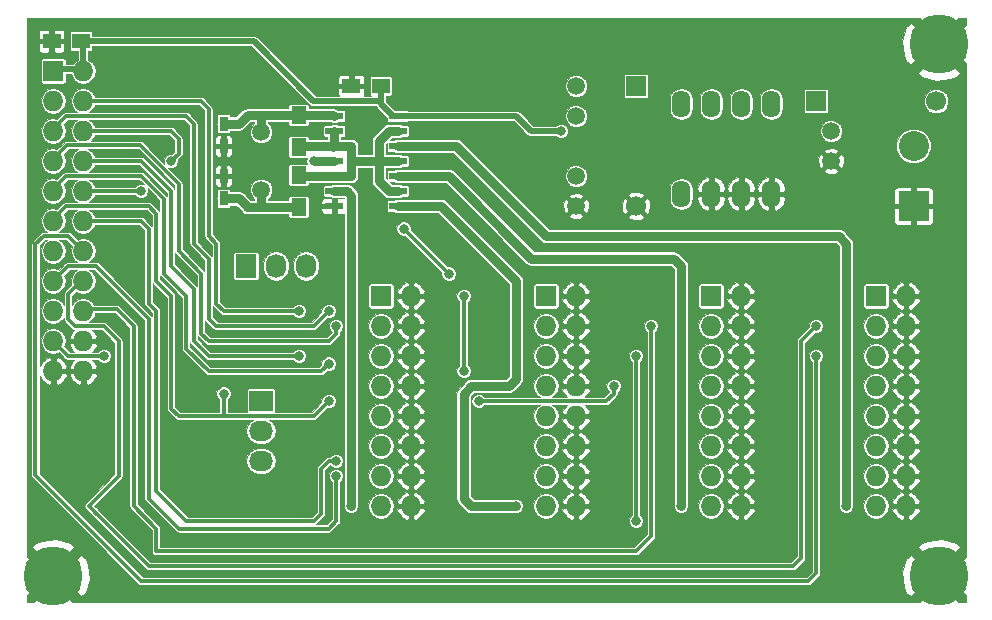
<source format=gtl>
G04 #@! TF.FileFunction,Copper,L1,Top,Signal*
%FSLAX46Y46*%
G04 Gerber Fmt 4.6, Leading zero omitted, Abs format (unit mm)*
G04 Created by KiCad (PCBNEW (2015-07-22 BZR 5980)-product) date Montag, 16. Mai 2016 'u53' 14:53:15*
%MOMM*%
G01*
G04 APERTURE LIST*
%ADD10C,0.100000*%
%ADD11C,5.000000*%
%ADD12C,0.500000*%
%ADD13C,1.000000*%
%ADD14C,1.501140*%
%ADD15R,1.500000X1.250000*%
%ADD16C,1.699260*%
%ADD17R,1.699260X1.699260*%
%ADD18R,1.727200X2.032000*%
%ADD19O,1.727200X2.032000*%
%ADD20R,2.032000X1.727200*%
%ADD21O,2.032000X1.727200*%
%ADD22R,2.540000X2.540000*%
%ADD23C,2.540000*%
%ADD24R,1.727200X1.727200*%
%ADD25O,1.727200X1.727200*%
%ADD26R,1.300000X1.500000*%
%ADD27R,1.500000X0.600000*%
%ADD28O,1.600000X2.300000*%
%ADD29R,0.750000X1.200000*%
%ADD30C,0.800000*%
%ADD31C,0.800000*%
%ADD32C,0.300000*%
%ADD33C,0.500000*%
G04 APERTURE END LIST*
D10*
D11*
X222500000Y-62500000D03*
X222500000Y-107500000D03*
D12*
X210185000Y-72390000D03*
X206375000Y-72390000D03*
X208280000Y-72370000D03*
X195580000Y-77470000D03*
X193040000Y-77470000D03*
X190500000Y-77470000D03*
X187325000Y-74930000D03*
X189230000Y-76280000D03*
X194310000Y-76200000D03*
X154305000Y-81915000D03*
X154305000Y-79375000D03*
X161925000Y-77470000D03*
X173990000Y-69215000D03*
X156845000Y-71120000D03*
X166370000Y-101600000D03*
X163830000Y-101600000D03*
X161290000Y-101600000D03*
X208280000Y-93980000D03*
X180340000Y-83820000D03*
X180340000Y-86360000D03*
X180340000Y-88900000D03*
X180340000Y-91440000D03*
X180340000Y-93980000D03*
X180340000Y-96520000D03*
X180340000Y-99060000D03*
X180340000Y-101600000D03*
X194310000Y-93980000D03*
X194310000Y-96520000D03*
X194310000Y-99060000D03*
X194310000Y-101600000D03*
X208280000Y-88900000D03*
X208280000Y-91440000D03*
X208280000Y-96520000D03*
X208280000Y-99060000D03*
X208280000Y-101600000D03*
X168910000Y-92710000D03*
X167640000Y-91440000D03*
X172720000Y-64770000D03*
X170815000Y-64770000D03*
X170815000Y-66040000D03*
X169545000Y-77470000D03*
X169545000Y-74930000D03*
X169545000Y-76200000D03*
X198120000Y-106045000D03*
X187960000Y-106045000D03*
X177800000Y-106045000D03*
X208280000Y-107315000D03*
X198120000Y-107315000D03*
X187960000Y-107315000D03*
X177800000Y-107315000D03*
X167640000Y-107315000D03*
X167640000Y-106045000D03*
X157480000Y-106045000D03*
X157480000Y-107315000D03*
X151765000Y-69215000D03*
X151765000Y-70485000D03*
X151765000Y-76835000D03*
X151765000Y-75565000D03*
X151765000Y-74295000D03*
X151765000Y-73025000D03*
X151765000Y-71755000D03*
X154305000Y-71755000D03*
X154305000Y-73025000D03*
X154305000Y-74295000D03*
X154305000Y-75565000D03*
X154305000Y-76835000D03*
X159004000Y-81915000D03*
X158750000Y-74930000D03*
X158750000Y-73660000D03*
X158750000Y-72390000D03*
X160020000Y-74930000D03*
X160020000Y-73660000D03*
X160020000Y-72390000D03*
D13*
X151765000Y-83820000D03*
D14*
X213360000Y-72390000D03*
X213360000Y-69850000D03*
D15*
X175240000Y-66040000D03*
X172740000Y-66040000D03*
D14*
X191770000Y-76200000D03*
X191770000Y-73660000D03*
D15*
X149860000Y-62230000D03*
X147360000Y-62230000D03*
D16*
X196850000Y-76200000D03*
D17*
X196850000Y-66040000D03*
D18*
X163830000Y-81280000D03*
D19*
X166370000Y-81280000D03*
X168910000Y-81280000D03*
D20*
X165100000Y-92710000D03*
D21*
X165100000Y-95250000D03*
X165100000Y-97790000D03*
D14*
X191770000Y-68580000D03*
X191770000Y-66040000D03*
D22*
X220345000Y-76200000D03*
D23*
X220345000Y-71120000D03*
D24*
X147500000Y-64770000D03*
D25*
X150040000Y-64770000D03*
X147500000Y-67310000D03*
X150040000Y-67310000D03*
X147500000Y-69850000D03*
X150040000Y-69850000D03*
X147500000Y-72390000D03*
X150040000Y-72390000D03*
X147500000Y-74930000D03*
X150040000Y-74930000D03*
X147500000Y-77470000D03*
X150040000Y-77470000D03*
X147500000Y-80010000D03*
X150040000Y-80010000D03*
X147500000Y-82550000D03*
X150040000Y-82550000D03*
X147500000Y-85090000D03*
X150040000Y-85090000D03*
X147500000Y-87630000D03*
X150040000Y-87630000D03*
X147500000Y-90170000D03*
X150040000Y-90170000D03*
D24*
X203200000Y-83820000D03*
D25*
X205740000Y-83820000D03*
X203200000Y-86360000D03*
X205740000Y-86360000D03*
X203200000Y-88900000D03*
X205740000Y-88900000D03*
X203200000Y-91440000D03*
X205740000Y-91440000D03*
X203200000Y-93980000D03*
X205740000Y-93980000D03*
X203200000Y-96520000D03*
X205740000Y-96520000D03*
X203200000Y-99060000D03*
X205740000Y-99060000D03*
X203200000Y-101600000D03*
X205740000Y-101600000D03*
D24*
X217170000Y-83820000D03*
D25*
X219710000Y-83820000D03*
X217170000Y-86360000D03*
X219710000Y-86360000D03*
X217170000Y-88900000D03*
X219710000Y-88900000D03*
X217170000Y-91440000D03*
X219710000Y-91440000D03*
X217170000Y-93980000D03*
X219710000Y-93980000D03*
X217170000Y-96520000D03*
X219710000Y-96520000D03*
X217170000Y-99060000D03*
X219710000Y-99060000D03*
X217170000Y-101600000D03*
X219710000Y-101600000D03*
D24*
X175260000Y-83820000D03*
D25*
X177800000Y-83820000D03*
X175260000Y-86360000D03*
X177800000Y-86360000D03*
X175260000Y-88900000D03*
X177800000Y-88900000D03*
X175260000Y-91440000D03*
X177800000Y-91440000D03*
X175260000Y-93980000D03*
X177800000Y-93980000D03*
X175260000Y-96520000D03*
X177800000Y-96520000D03*
X175260000Y-99060000D03*
X177800000Y-99060000D03*
X175260000Y-101600000D03*
X177800000Y-101600000D03*
D24*
X189230000Y-83820000D03*
D25*
X191770000Y-83820000D03*
X189230000Y-86360000D03*
X191770000Y-86360000D03*
X189230000Y-88900000D03*
X191770000Y-88900000D03*
X189230000Y-91440000D03*
X191770000Y-91440000D03*
X189230000Y-93980000D03*
X191770000Y-93980000D03*
X189230000Y-96520000D03*
X191770000Y-96520000D03*
X189230000Y-99060000D03*
X191770000Y-99060000D03*
X189230000Y-101600000D03*
X191770000Y-101600000D03*
D26*
X168275000Y-71200000D03*
X168275000Y-68500000D03*
X168275000Y-73580000D03*
X168275000Y-76280000D03*
D27*
X171290000Y-68580000D03*
X171290000Y-69850000D03*
X171290000Y-71120000D03*
X171290000Y-72390000D03*
X171290000Y-73660000D03*
X171290000Y-74930000D03*
X171290000Y-76200000D03*
X176690000Y-76200000D03*
X176690000Y-74930000D03*
X176690000Y-73660000D03*
X176690000Y-72390000D03*
X176690000Y-71120000D03*
X176690000Y-69850000D03*
X176690000Y-68580000D03*
D28*
X200685000Y-75174048D03*
X203225000Y-75174048D03*
X205765000Y-75174048D03*
X208305000Y-75174048D03*
X208305000Y-67554048D03*
X205765000Y-67554048D03*
X203225000Y-67554048D03*
X200685000Y-67554048D03*
D14*
X165100000Y-69949060D03*
X165100000Y-74830940D03*
D29*
X161925000Y-73660000D03*
X161925000Y-75560000D03*
X161925000Y-71120000D03*
X161925000Y-69220000D03*
D16*
X222250000Y-67310000D03*
D17*
X212090000Y-67310000D03*
D11*
X147500000Y-107500000D03*
D30*
X194945000Y-91440000D03*
X161925000Y-92075000D03*
X170819076Y-92710000D03*
X183515000Y-92710000D03*
X170815000Y-85090000D03*
X168275000Y-85090000D03*
X154940000Y-74930000D03*
X157480000Y-72390000D03*
X180975000Y-81915000D03*
X177165000Y-78105000D03*
X171450000Y-86360000D03*
X182245000Y-90170000D03*
X182245000Y-83820000D03*
X168275000Y-88900000D03*
X170815000Y-89535000D03*
X171450000Y-97790000D03*
X212090000Y-88900000D03*
X171450000Y-99060000D03*
X212090000Y-86360000D03*
X196850000Y-88900000D03*
X196850000Y-102870000D03*
X198120000Y-86360000D03*
X151765000Y-88900000D03*
X169545000Y-72390000D03*
X200660000Y-101600000D03*
X214630000Y-101600000D03*
X172720000Y-101600000D03*
X186690000Y-101600000D03*
X190500000Y-69850000D03*
D31*
X162560000Y-69220000D02*
X161925000Y-69220000D01*
X165071844Y-68500000D02*
X163955000Y-68500000D01*
X163955000Y-68500000D02*
X163235000Y-69220000D01*
X163235000Y-69220000D02*
X162560000Y-69220000D01*
X167640000Y-68500000D02*
X165071844Y-68500000D01*
X165100000Y-69949060D02*
X165100000Y-68528156D01*
X165100000Y-68528156D02*
X165071844Y-68500000D01*
X167640000Y-68500000D02*
X171210000Y-68500000D01*
X171210000Y-68500000D02*
X171290000Y-68580000D01*
X162560000Y-75560000D02*
X161925000Y-75560000D01*
X163910000Y-76280000D02*
X163910000Y-76235000D01*
X163910000Y-76235000D02*
X163235000Y-75560000D01*
X163235000Y-75560000D02*
X162560000Y-75560000D01*
X165180000Y-76280000D02*
X163910000Y-76280000D01*
X165180000Y-76280000D02*
X167640000Y-76280000D01*
X165100000Y-76200000D02*
X165180000Y-76280000D01*
X165100000Y-74830940D02*
X165100000Y-76200000D01*
D32*
X193632116Y-92710000D02*
X194319327Y-92710000D01*
X194945000Y-91440000D02*
X194945000Y-92084327D01*
X194945000Y-92084327D02*
X194319327Y-92710000D01*
X162364541Y-93980000D02*
X158115000Y-93980000D01*
X158115000Y-93980000D02*
X157480000Y-93345000D01*
X157480000Y-93345000D02*
X157480000Y-83820000D01*
X157480000Y-83820000D02*
X156210000Y-82550000D01*
X156210000Y-82550000D02*
X156210000Y-76835000D01*
X156210000Y-76835000D02*
X155575000Y-76200000D01*
X155575000Y-76200000D02*
X148600000Y-76200000D01*
X148600000Y-76200000D02*
X148196516Y-76603484D01*
X148196516Y-76603484D02*
X147500000Y-77300000D01*
X161925000Y-92075000D02*
X161925000Y-93980000D01*
X162364541Y-93980000D02*
X161925000Y-93980000D01*
X169549076Y-93980000D02*
X162364541Y-93980000D01*
X170819076Y-92710000D02*
X169549076Y-93980000D01*
X183515000Y-92710000D02*
X193632116Y-92710000D01*
X148600000Y-68580000D02*
X156401198Y-68580000D01*
X159385000Y-69215000D02*
X158750000Y-68580000D01*
X158750000Y-68580000D02*
X156401198Y-68580000D01*
X159385000Y-79375000D02*
X159385000Y-69215000D01*
X160655000Y-80645000D02*
X159385000Y-79375000D01*
X160655000Y-82271539D02*
X160655000Y-81915000D01*
X160655000Y-85733694D02*
X160655000Y-82271539D01*
X160655000Y-82271539D02*
X160655000Y-80645000D01*
X147500000Y-69680000D02*
X148600000Y-68580000D01*
X170815000Y-85090000D02*
X169545000Y-86360000D01*
X169545000Y-86360000D02*
X161281306Y-86360000D01*
X161281306Y-86360000D02*
X160655000Y-85733694D01*
X168275000Y-85090000D02*
X161925000Y-85090000D01*
X161925000Y-85090000D02*
X161290000Y-84455000D01*
X157841842Y-67310000D02*
X150040000Y-67310000D01*
X161290000Y-84455000D02*
X161290000Y-79375000D01*
X160655000Y-78740000D02*
X160655000Y-67945000D01*
X161290000Y-79375000D02*
X160655000Y-78740000D01*
X160655000Y-67945000D02*
X160020000Y-67310000D01*
X160020000Y-67310000D02*
X157841842Y-67310000D01*
X154940000Y-74930000D02*
X150210000Y-74930000D01*
X150210000Y-74930000D02*
X150040000Y-74760000D01*
X158115000Y-71755000D02*
X158115000Y-71431366D01*
X150040000Y-69850000D02*
X157480000Y-69850000D01*
X157480000Y-69850000D02*
X158115000Y-70485000D01*
X158115000Y-70485000D02*
X158115000Y-71431366D01*
X157480000Y-72390000D02*
X158115000Y-71755000D01*
X180975000Y-81915000D02*
X177165000Y-78105000D01*
X160020000Y-85146956D02*
X160020000Y-81915000D01*
X160020000Y-81915000D02*
X158115000Y-80010000D01*
X158115000Y-80010000D02*
X158115000Y-74295000D01*
X158115000Y-74295000D02*
X154876399Y-71056399D01*
X154876399Y-71056399D02*
X148653601Y-71056399D01*
X148653601Y-71056399D02*
X148653601Y-71066399D01*
X148653601Y-71066399D02*
X147500000Y-72220000D01*
X160020000Y-85146956D02*
X160020000Y-86995000D01*
X160020000Y-86995000D02*
X160655000Y-87630000D01*
X170815000Y-87630000D02*
X171450000Y-86995000D01*
X160655000Y-87630000D02*
X170815000Y-87630000D01*
X171450000Y-86995000D02*
X171450000Y-86360000D01*
X160020000Y-85725000D02*
X160020000Y-85146956D01*
X157480000Y-74930000D02*
X156381098Y-73831098D01*
X156381098Y-73831098D02*
X154940000Y-72390000D01*
X154940000Y-72390000D02*
X150040000Y-72390000D01*
X157480000Y-81280000D02*
X157480000Y-74930000D01*
X182245000Y-83820000D02*
X182245000Y-90170000D01*
X168275000Y-88900000D02*
X160655000Y-88900000D01*
X160655000Y-88900000D02*
X159385000Y-87630000D01*
X159385000Y-87630000D02*
X159385000Y-83185000D01*
X159385000Y-83185000D02*
X157480000Y-81280000D01*
X170815000Y-89535000D02*
X170180000Y-90170000D01*
X156845000Y-75565000D02*
X154940000Y-73660000D01*
X170180000Y-90170000D02*
X160655000Y-90170000D01*
X160655000Y-90170000D02*
X158750000Y-88265000D01*
X158750000Y-88265000D02*
X158750000Y-83820000D01*
X158750000Y-83820000D02*
X156845000Y-81915000D01*
X156845000Y-81915000D02*
X156845000Y-75565000D01*
X154940000Y-73660000D02*
X148600000Y-73660000D01*
X148600000Y-73660000D02*
X148099767Y-74160233D01*
X148099767Y-74160233D02*
X147500000Y-74760000D01*
X150040000Y-77470000D02*
X154940000Y-77470000D01*
X154940000Y-77470000D02*
X155575000Y-78105000D01*
X171450000Y-97790000D02*
X170815000Y-97790000D01*
X170815000Y-97790000D02*
X170180000Y-98425000D01*
X170180000Y-98425000D02*
X170180000Y-102235000D01*
X170180000Y-102235000D02*
X169545000Y-102870000D01*
X169545000Y-102870000D02*
X158750000Y-102870000D01*
X158750000Y-102870000D02*
X156210000Y-100330000D01*
X156210000Y-85090000D02*
X155575000Y-84455000D01*
X156210000Y-100330000D02*
X156210000Y-85090000D01*
X155575000Y-84455000D02*
X155575000Y-78105000D01*
X212090000Y-88900000D02*
X212090000Y-107293222D01*
X212090000Y-107293222D02*
X211433222Y-107950000D01*
X211433222Y-107950000D02*
X154940000Y-107950000D01*
X146000000Y-99010000D02*
X146000000Y-79425000D01*
X154940000Y-107950000D02*
X146000000Y-99010000D01*
X146000000Y-79425000D02*
X146685000Y-78740000D01*
X146685000Y-78740000D02*
X148770000Y-78740000D01*
X148770000Y-78740000D02*
X150040000Y-80010000D01*
X171450000Y-99060000D02*
X171450000Y-102870000D01*
X171450000Y-102870000D02*
X170815000Y-103505000D01*
X170815000Y-103505000D02*
X158115000Y-103505000D01*
X158115000Y-103505000D02*
X155575000Y-100965000D01*
X155575000Y-100965000D02*
X155575000Y-85725000D01*
X155575000Y-85725000D02*
X151130000Y-81280000D01*
X151130000Y-81280000D02*
X148770000Y-81280000D01*
X148162001Y-81887999D02*
X147500000Y-82550000D01*
X148770000Y-81280000D02*
X148162001Y-81887999D01*
X210820000Y-88373712D02*
X210820000Y-87630000D01*
X210820000Y-105998267D02*
X210138267Y-106680000D01*
X155575000Y-106680000D02*
X210138267Y-106680000D01*
X210820000Y-88373712D02*
X210820000Y-105998267D01*
X210820000Y-87630000D02*
X212090000Y-86360000D01*
X153035000Y-95017171D02*
X153035000Y-87630000D01*
X153035000Y-87630000D02*
X151765000Y-86360000D01*
X151765000Y-86360000D02*
X149352202Y-86360000D01*
X149352202Y-86360000D02*
X148750000Y-85757798D01*
X148750000Y-85757798D02*
X148750000Y-83670000D01*
X148750000Y-83670000D02*
X150040000Y-82380000D01*
X150943694Y-102048694D02*
X155575000Y-106680000D01*
X150943694Y-102048694D02*
X151130000Y-102235000D01*
X150495000Y-101600000D02*
X150943694Y-102048694D01*
X151599999Y-100495001D02*
X150495000Y-101600000D01*
X153035000Y-99060000D02*
X151599999Y-100495001D01*
X153035000Y-95017171D02*
X153035000Y-95250000D01*
X153035000Y-95017171D02*
X153035000Y-99060000D01*
X196850000Y-102870000D02*
X196850000Y-88900000D01*
X196850000Y-105410000D02*
X198120000Y-104140000D01*
X198120000Y-104140000D02*
X198120000Y-86360000D01*
X156210000Y-105410000D02*
X196802860Y-105410000D01*
X196802860Y-105410000D02*
X196850000Y-105410000D01*
X152536767Y-84920000D02*
X152865000Y-84920000D01*
X154305000Y-101600000D02*
X156210000Y-103505000D01*
X152865000Y-84920000D02*
X154305000Y-86360000D01*
X154305000Y-86360000D02*
X154305000Y-101600000D01*
X156210000Y-103505000D02*
X156210000Y-105410000D01*
X152536767Y-84920000D02*
X150040000Y-84920000D01*
X148770000Y-88900000D02*
X151765000Y-88900000D01*
X147500000Y-87630000D02*
X148770000Y-88900000D01*
D31*
X171290000Y-72390000D02*
X169545000Y-72390000D01*
X200660000Y-101600000D02*
X200660000Y-81280000D01*
X200660000Y-81280000D02*
X200025000Y-80645000D01*
X180975000Y-73660000D02*
X176690000Y-73660000D01*
X200025000Y-80645000D02*
X187960000Y-80645000D01*
X187960000Y-80645000D02*
X180975000Y-73660000D01*
X214630000Y-101600000D02*
X214630000Y-79375000D01*
X214630000Y-79375000D02*
X213995000Y-78740000D01*
X213995000Y-78740000D02*
X189230000Y-78740000D01*
X189230000Y-78740000D02*
X181610000Y-71120000D01*
X181610000Y-71120000D02*
X176690000Y-71120000D01*
X172720000Y-101600000D02*
X172720000Y-75310000D01*
X172720000Y-75310000D02*
X172340000Y-74930000D01*
X172340000Y-74930000D02*
X171290000Y-74930000D01*
X186690000Y-101600000D02*
X182880000Y-101600000D01*
X182880000Y-101600000D02*
X182245000Y-100965000D01*
X182245000Y-100965000D02*
X182245000Y-92075000D01*
X182245000Y-92075000D02*
X182880000Y-91440000D01*
X186055000Y-91440000D02*
X186690000Y-90805000D01*
X182880000Y-91440000D02*
X186055000Y-91440000D01*
X186690000Y-90805000D02*
X186690000Y-82550000D01*
X186690000Y-82550000D02*
X180340000Y-76200000D01*
X180340000Y-76200000D02*
X176690000Y-76200000D01*
X176690000Y-74930000D02*
X175919998Y-74930000D01*
X175919998Y-74930000D02*
X175063681Y-74073683D01*
X175063681Y-74073683D02*
X175063681Y-72390000D01*
X172755659Y-72390000D02*
X175063681Y-72390000D01*
X175063681Y-72390000D02*
X176690000Y-72390000D01*
X176690000Y-69850000D02*
X175919998Y-69850000D01*
X175919998Y-69850000D02*
X175063681Y-70706317D01*
X175063681Y-70706317D02*
X175063681Y-72390000D01*
X172720000Y-72354341D02*
X172720000Y-71120000D01*
X172720000Y-73660000D02*
X172720000Y-72354341D01*
X172720000Y-72354341D02*
X172755659Y-72390000D01*
X171290000Y-73660000D02*
X168355000Y-73660000D01*
X168355000Y-73660000D02*
X168275000Y-73580000D01*
X171290000Y-71120000D02*
X168355000Y-71120000D01*
X168355000Y-71120000D02*
X168275000Y-71200000D01*
X171290000Y-73660000D02*
X172720000Y-73660000D01*
X172720000Y-71120000D02*
X171290000Y-71120000D01*
X171290000Y-69850000D02*
X171290000Y-71120000D01*
X171210000Y-71200000D02*
X171290000Y-71120000D01*
D33*
X147500000Y-64600000D02*
X150040000Y-64600000D01*
X150040000Y-64600000D02*
X150040000Y-62410000D01*
X150040000Y-62410000D02*
X149860000Y-62230000D01*
X175240000Y-67305128D02*
X175234871Y-67299999D01*
X175234871Y-67299999D02*
X169534999Y-67299999D01*
X169534999Y-67299999D02*
X164465000Y-62230000D01*
X164465000Y-62230000D02*
X149860000Y-62230000D01*
X186690000Y-68580000D02*
X187960000Y-69850000D01*
X187960000Y-69850000D02*
X190500000Y-69850000D01*
X176690000Y-68580000D02*
X186690000Y-68580000D01*
X175240000Y-66040000D02*
X175240000Y-67305128D01*
X175240000Y-67305128D02*
X175240000Y-67580000D01*
X175240000Y-67580000D02*
X176240000Y-68580000D01*
X176240000Y-68580000D02*
X176690000Y-68580000D01*
D10*
G36*
X222500000Y-61863604D02*
X224113604Y-60250000D01*
X224750000Y-60250000D01*
X224750000Y-60886396D01*
X223136396Y-62500000D01*
X224750000Y-64113604D01*
X224750000Y-105886396D01*
X223136396Y-107500000D01*
X224750000Y-109113604D01*
X224750000Y-109750000D01*
X224113604Y-109750000D01*
X222500000Y-108136396D01*
X220886396Y-109750000D01*
X149113604Y-109750000D01*
X147500000Y-108136396D01*
X145886396Y-109750000D01*
X145250000Y-109750000D01*
X145250000Y-109113604D01*
X146863604Y-107500000D01*
X148136396Y-107500000D01*
X149895671Y-109259275D01*
X150253866Y-108944570D01*
X150597054Y-107780750D01*
X150468743Y-106574187D01*
X150253866Y-106055430D01*
X149895671Y-105740725D01*
X148136396Y-107500000D01*
X146863604Y-107500000D01*
X146863604Y-107500000D01*
X145250000Y-105886396D01*
X145250000Y-105104329D01*
X145740725Y-105104329D01*
X147500000Y-106863604D01*
X149259275Y-105104329D01*
X148944570Y-104746134D01*
X147780750Y-104402946D01*
X146574187Y-104531257D01*
X146055430Y-104746134D01*
X145740725Y-105104329D01*
X145250000Y-105104329D01*
X145250000Y-79425000D01*
X145650000Y-79425000D01*
X145650000Y-99010000D01*
X145659946Y-99060000D01*
X145676642Y-99143939D01*
X145752513Y-99257487D01*
X154692512Y-108197487D01*
X154806060Y-108273358D01*
X154828282Y-108277778D01*
X154940000Y-108300000D01*
X211433222Y-108300000D01*
X211567161Y-108273358D01*
X211680709Y-108197487D01*
X212337487Y-107540710D01*
X212413358Y-107427162D01*
X212417778Y-107404940D01*
X212440000Y-107293222D01*
X212440000Y-107219250D01*
X219402946Y-107219250D01*
X219531257Y-108425813D01*
X219746134Y-108944570D01*
X220104329Y-109259275D01*
X221863604Y-107500000D01*
X220104329Y-105740725D01*
X219746134Y-106055430D01*
X219402946Y-107219250D01*
X212440000Y-107219250D01*
X212440000Y-105104329D01*
X220740725Y-105104329D01*
X222500000Y-106863604D01*
X224259275Y-105104329D01*
X223944570Y-104746134D01*
X222780750Y-104402946D01*
X221574187Y-104531257D01*
X221055430Y-104746134D01*
X220740725Y-105104329D01*
X212440000Y-105104329D01*
X212440000Y-89398399D01*
X212598359Y-89240317D01*
X212689896Y-89019871D01*
X212690104Y-88781176D01*
X212598952Y-88560571D01*
X212430317Y-88391641D01*
X212209871Y-88300104D01*
X211971176Y-88299896D01*
X211750571Y-88391048D01*
X211581641Y-88559683D01*
X211490104Y-88780129D01*
X211489896Y-89018824D01*
X211581048Y-89239429D01*
X211740000Y-89398659D01*
X211740000Y-107148247D01*
X211288248Y-107600000D01*
X155084975Y-107600000D01*
X146350000Y-98865026D01*
X146350000Y-90556546D01*
X146583868Y-90965972D01*
X146958210Y-91255971D01*
X147115209Y-91320983D01*
X147300000Y-91278197D01*
X147300000Y-90370000D01*
X147700000Y-90370000D01*
X147700000Y-91278197D01*
X147884791Y-91320983D01*
X148041790Y-91255971D01*
X148416132Y-90965972D01*
X148651001Y-90554794D01*
X148888999Y-90554794D01*
X149123868Y-90965972D01*
X149498210Y-91255971D01*
X149655209Y-91320983D01*
X149840000Y-91278197D01*
X149840000Y-90370000D01*
X150240000Y-90370000D01*
X150240000Y-91278197D01*
X150424791Y-91320983D01*
X150581790Y-91255971D01*
X150956132Y-90965972D01*
X151191001Y-90554794D01*
X151149525Y-90370000D01*
X150240000Y-90370000D01*
X149840000Y-90370000D01*
X149840000Y-90370000D01*
X148930475Y-90370000D01*
X148888999Y-90554794D01*
X148651001Y-90554794D01*
X148651001Y-90554794D01*
X148609525Y-90370000D01*
X147700000Y-90370000D01*
X147300000Y-90370000D01*
X147300000Y-90370000D01*
X147280000Y-90370000D01*
X147280000Y-89970000D01*
X147300000Y-89970000D01*
X147300000Y-89061803D01*
X147700000Y-89061803D01*
X147700000Y-89970000D01*
X148609525Y-89970000D01*
X148651001Y-89785206D01*
X148416132Y-89374028D01*
X148041790Y-89084029D01*
X147884791Y-89019017D01*
X147700000Y-89061803D01*
X147300000Y-89061803D01*
X147300000Y-89061803D01*
X147115209Y-89019017D01*
X146958210Y-89084029D01*
X146583868Y-89374028D01*
X146350000Y-89783454D01*
X146350000Y-87609163D01*
X146436400Y-87609163D01*
X146436400Y-87650837D01*
X146517362Y-88057859D01*
X146747921Y-88402916D01*
X147092978Y-88633475D01*
X147500000Y-88714437D01*
X147907022Y-88633475D01*
X147967854Y-88592829D01*
X148522512Y-89147487D01*
X148636060Y-89223358D01*
X148658282Y-89227778D01*
X148770000Y-89250000D01*
X149283968Y-89250000D01*
X149123868Y-89374028D01*
X148888999Y-89785206D01*
X148930475Y-89970000D01*
X149840000Y-89970000D01*
X149840000Y-89950000D01*
X150240000Y-89950000D01*
X150240000Y-89970000D01*
X151149525Y-89970000D01*
X151191001Y-89785206D01*
X150956132Y-89374028D01*
X150796032Y-89250000D01*
X151266601Y-89250000D01*
X151424683Y-89408359D01*
X151645129Y-89499896D01*
X151883824Y-89500104D01*
X152104429Y-89408952D01*
X152273359Y-89240317D01*
X152364896Y-89019871D01*
X152365104Y-88781176D01*
X152273952Y-88560571D01*
X152105317Y-88391641D01*
X151884871Y-88300104D01*
X151646176Y-88299896D01*
X151425571Y-88391048D01*
X151266341Y-88550000D01*
X150796032Y-88550000D01*
X150956132Y-88425972D01*
X151191001Y-88014794D01*
X151149525Y-87830000D01*
X150240000Y-87830000D01*
X150240000Y-87850000D01*
X149840000Y-87850000D01*
X149840000Y-87830000D01*
X148930475Y-87830000D01*
X148888999Y-88014794D01*
X149123868Y-88425972D01*
X149283968Y-88550000D01*
X148914975Y-88550000D01*
X148458684Y-88093709D01*
X148482638Y-88057859D01*
X148563600Y-87650837D01*
X148563600Y-87609163D01*
X148482638Y-87202141D01*
X148252079Y-86857084D01*
X147907022Y-86626525D01*
X147500000Y-86545563D01*
X147092978Y-86626525D01*
X146747921Y-86857084D01*
X146517362Y-87202141D01*
X146436400Y-87609163D01*
X146350000Y-87609163D01*
X146350000Y-79569974D01*
X146829975Y-79090000D01*
X146968048Y-79090000D01*
X146747921Y-79237084D01*
X146517362Y-79582141D01*
X146436400Y-79989163D01*
X146436400Y-80030837D01*
X146517362Y-80437859D01*
X146747921Y-80782916D01*
X147092978Y-81013475D01*
X147500000Y-81094437D01*
X147907022Y-81013475D01*
X148252079Y-80782916D01*
X148482638Y-80437859D01*
X148563600Y-80030837D01*
X148563600Y-79989163D01*
X148482638Y-79582141D01*
X148252079Y-79237084D01*
X148031952Y-79090000D01*
X148625026Y-79090000D01*
X149081316Y-79546291D01*
X149057362Y-79582141D01*
X148976400Y-79989163D01*
X148976400Y-80030837D01*
X149057362Y-80437859D01*
X149287921Y-80782916D01*
X149508048Y-80930000D01*
X148770000Y-80930000D01*
X148658282Y-80952222D01*
X148636060Y-80956642D01*
X148522512Y-81032513D01*
X147967854Y-81587172D01*
X147907022Y-81546525D01*
X147500000Y-81465563D01*
X147092978Y-81546525D01*
X146747921Y-81777084D01*
X146517362Y-82122141D01*
X146436400Y-82529163D01*
X146436400Y-82570837D01*
X146517362Y-82977859D01*
X146747921Y-83322916D01*
X147092978Y-83553475D01*
X147500000Y-83634437D01*
X147907022Y-83553475D01*
X148252079Y-83322916D01*
X148482638Y-82977859D01*
X148563600Y-82570837D01*
X148563600Y-82529163D01*
X148482638Y-82122141D01*
X148458684Y-82086291D01*
X148914975Y-81630000D01*
X149508048Y-81630000D01*
X149287921Y-81777084D01*
X149057362Y-82122141D01*
X148976400Y-82529163D01*
X148976400Y-82570837D01*
X149039079Y-82885946D01*
X148502513Y-83422513D01*
X148426642Y-83536061D01*
X148400000Y-83670000D01*
X148400000Y-84538464D01*
X148252079Y-84317084D01*
X147907022Y-84086525D01*
X147500000Y-84005563D01*
X147092978Y-84086525D01*
X146747921Y-84317084D01*
X146517362Y-84662141D01*
X146436400Y-85069163D01*
X146436400Y-85110837D01*
X146517362Y-85517859D01*
X146747921Y-85862916D01*
X147092978Y-86093475D01*
X147500000Y-86174437D01*
X147907022Y-86093475D01*
X148252079Y-85862916D01*
X148400000Y-85641536D01*
X148400000Y-85757798D01*
X148426642Y-85891737D01*
X148502513Y-86005285D01*
X149104714Y-86607487D01*
X149218262Y-86683358D01*
X149240484Y-86687778D01*
X149297909Y-86699200D01*
X149123868Y-86834028D01*
X148888999Y-87245206D01*
X148930475Y-87430000D01*
X149840000Y-87430000D01*
X149840000Y-87410000D01*
X150240000Y-87410000D01*
X150240000Y-87430000D01*
X151149525Y-87430000D01*
X151191001Y-87245206D01*
X150956132Y-86834028D01*
X150796032Y-86710000D01*
X151620026Y-86710000D01*
X152685000Y-87774975D01*
X152685000Y-98915026D01*
X151352515Y-100247511D01*
X151352512Y-100247513D01*
X150247513Y-101352513D01*
X150171642Y-101466061D01*
X150145001Y-101600000D01*
X150171642Y-101733939D01*
X150247513Y-101847487D01*
X150696207Y-102296181D01*
X150882512Y-102482487D01*
X150882515Y-102482489D01*
X155327513Y-106927488D01*
X155441061Y-107003358D01*
X155575000Y-107030000D01*
X210138267Y-107030000D01*
X210272206Y-107003358D01*
X210385754Y-106927487D01*
X211067487Y-106245754D01*
X211143358Y-106132206D01*
X211170000Y-105998267D01*
X211170000Y-87774974D01*
X211985066Y-86959909D01*
X212208824Y-86960104D01*
X212429429Y-86868952D01*
X212598359Y-86700317D01*
X212689896Y-86479871D01*
X212690104Y-86241176D01*
X212598952Y-86020571D01*
X212430317Y-85851641D01*
X212209871Y-85760104D01*
X211971176Y-85759896D01*
X211750571Y-85851048D01*
X211581641Y-86019683D01*
X211490104Y-86240129D01*
X211489908Y-86465117D01*
X210572514Y-87382512D01*
X210572513Y-87382513D01*
X210496642Y-87496061D01*
X210470000Y-87630000D01*
X210470000Y-105853293D01*
X209993293Y-106330000D01*
X155719975Y-106330000D01*
X151377489Y-101987515D01*
X151377487Y-101987512D01*
X151191181Y-101801207D01*
X150989974Y-101600000D01*
X151847487Y-100742488D01*
X151847489Y-100742485D01*
X153282487Y-99307487D01*
X153358358Y-99193939D01*
X153385000Y-99060000D01*
X153385000Y-87630000D01*
X153358358Y-87496061D01*
X153358358Y-87496060D01*
X153282487Y-87382512D01*
X152012487Y-86112513D01*
X151898939Y-86036642D01*
X151765000Y-86010000D01*
X150571952Y-86010000D01*
X150792079Y-85862916D01*
X151022638Y-85517859D01*
X151071940Y-85270000D01*
X152720026Y-85270000D01*
X153955000Y-86504975D01*
X153955000Y-101600000D01*
X153978844Y-101719871D01*
X153981642Y-101733939D01*
X154057513Y-101847487D01*
X155860000Y-103649974D01*
X155860000Y-105410000D01*
X155886642Y-105543939D01*
X155962513Y-105657487D01*
X156076061Y-105733358D01*
X156210000Y-105760000D01*
X196850000Y-105760000D01*
X196983939Y-105733358D01*
X197097487Y-105657487D01*
X198367487Y-104387488D01*
X198443358Y-104273940D01*
X198447778Y-104251718D01*
X198470000Y-104140000D01*
X198470000Y-86858399D01*
X198628359Y-86700317D01*
X198719896Y-86479871D01*
X198720104Y-86241176D01*
X198628952Y-86020571D01*
X198460317Y-85851641D01*
X198239871Y-85760104D01*
X198001176Y-85759896D01*
X197780571Y-85851048D01*
X197611641Y-86019683D01*
X197520104Y-86240129D01*
X197519896Y-86478824D01*
X197611048Y-86699429D01*
X197770000Y-86858659D01*
X197770000Y-103995025D01*
X196705026Y-105060000D01*
X156560000Y-105060000D01*
X156560000Y-103505000D01*
X156533358Y-103371061D01*
X156457487Y-103257513D01*
X154655000Y-101455026D01*
X154655000Y-86360000D01*
X154628358Y-86226061D01*
X154593864Y-86174437D01*
X154552488Y-86112513D01*
X153112487Y-84672513D01*
X152998939Y-84596642D01*
X152865000Y-84570000D01*
X150961072Y-84570000D01*
X150792079Y-84317084D01*
X150447022Y-84086525D01*
X150040000Y-84005563D01*
X149632978Y-84086525D01*
X149287921Y-84317084D01*
X149100000Y-84598329D01*
X149100000Y-83814974D01*
X149470238Y-83444736D01*
X149632978Y-83553475D01*
X150040000Y-83634437D01*
X150447022Y-83553475D01*
X150792079Y-83322916D01*
X151022638Y-82977859D01*
X151103600Y-82570837D01*
X151103600Y-82529163D01*
X151022638Y-82122141D01*
X150792079Y-81777084D01*
X150571952Y-81630000D01*
X150985026Y-81630000D01*
X155225000Y-85869975D01*
X155225000Y-100965000D01*
X155231983Y-101000104D01*
X155251642Y-101098939D01*
X155327513Y-101212487D01*
X157867512Y-103752487D01*
X157923656Y-103790001D01*
X157981061Y-103828358D01*
X158115000Y-103855000D01*
X170815000Y-103855000D01*
X170948939Y-103828358D01*
X171062487Y-103752487D01*
X171697488Y-103117487D01*
X171773358Y-103003939D01*
X171800000Y-102870000D01*
X171800000Y-99558399D01*
X171958359Y-99400317D01*
X172049896Y-99179871D01*
X172050104Y-98941176D01*
X171958952Y-98720571D01*
X171790317Y-98551641D01*
X171569871Y-98460104D01*
X171331176Y-98459896D01*
X171110571Y-98551048D01*
X170941641Y-98719683D01*
X170850104Y-98940129D01*
X170849896Y-99178824D01*
X170941048Y-99399429D01*
X171100000Y-99558659D01*
X171100000Y-102725025D01*
X170670026Y-103155000D01*
X169736345Y-103155000D01*
X169792487Y-103117487D01*
X170427488Y-102482487D01*
X170503358Y-102368939D01*
X170530000Y-102235000D01*
X170530000Y-98569974D01*
X170955784Y-98144191D01*
X171109683Y-98298359D01*
X171330129Y-98389896D01*
X171568824Y-98390104D01*
X171789429Y-98298952D01*
X171958359Y-98130317D01*
X172049896Y-97909871D01*
X172050104Y-97671176D01*
X171958952Y-97450571D01*
X171790317Y-97281641D01*
X171569871Y-97190104D01*
X171331176Y-97189896D01*
X171110571Y-97281048D01*
X170951341Y-97440000D01*
X170815000Y-97440000D01*
X170681061Y-97466642D01*
X170567513Y-97542512D01*
X169932513Y-98177513D01*
X169856642Y-98291061D01*
X169830000Y-98425000D01*
X169830000Y-102090025D01*
X169400026Y-102520000D01*
X158894975Y-102520000D01*
X156560000Y-100185026D01*
X156560000Y-97790000D01*
X163860177Y-97790000D01*
X163941139Y-98197022D01*
X164171698Y-98542079D01*
X164516755Y-98772638D01*
X164923777Y-98853600D01*
X165276223Y-98853600D01*
X165683245Y-98772638D01*
X166028302Y-98542079D01*
X166258861Y-98197022D01*
X166339823Y-97790000D01*
X166258861Y-97382978D01*
X166028302Y-97037921D01*
X165683245Y-96807362D01*
X165276223Y-96726400D01*
X164923777Y-96726400D01*
X164516755Y-96807362D01*
X164171698Y-97037921D01*
X163941139Y-97382978D01*
X163860177Y-97790000D01*
X156560000Y-97790000D01*
X156560000Y-85090000D01*
X156533358Y-84956061D01*
X156509263Y-84920000D01*
X156457488Y-84842513D01*
X155925000Y-84310026D01*
X155925000Y-82741345D01*
X155962513Y-82797487D01*
X157130000Y-83964975D01*
X157130000Y-93345000D01*
X157148541Y-93438210D01*
X157156642Y-93478939D01*
X157232513Y-93592487D01*
X157867513Y-94227488D01*
X157981061Y-94303358D01*
X158115000Y-94330000D01*
X164423010Y-94330000D01*
X164171698Y-94497921D01*
X163941139Y-94842978D01*
X163860177Y-95250000D01*
X163941139Y-95657022D01*
X164171698Y-96002079D01*
X164516755Y-96232638D01*
X164923777Y-96313600D01*
X165276223Y-96313600D01*
X165683245Y-96232638D01*
X166028302Y-96002079D01*
X166258861Y-95657022D01*
X166339823Y-95250000D01*
X166258861Y-94842978D01*
X166028302Y-94497921D01*
X165776990Y-94330000D01*
X169549076Y-94330000D01*
X169683015Y-94303358D01*
X169796563Y-94227487D01*
X170714142Y-93309909D01*
X170937900Y-93310104D01*
X171158505Y-93218952D01*
X171327435Y-93050317D01*
X171418972Y-92829871D01*
X171419180Y-92591176D01*
X171328028Y-92370571D01*
X171159393Y-92201641D01*
X170938947Y-92110104D01*
X170700252Y-92109896D01*
X170479647Y-92201048D01*
X170310717Y-92369683D01*
X170219180Y-92590129D01*
X170218984Y-92815117D01*
X169404102Y-93630000D01*
X166308607Y-93630000D01*
X166319918Y-93573600D01*
X166319918Y-91846400D01*
X166305122Y-91770141D01*
X166261094Y-91703116D01*
X166194627Y-91658250D01*
X166116000Y-91642482D01*
X164084000Y-91642482D01*
X164007741Y-91657278D01*
X163940716Y-91701306D01*
X163895850Y-91767773D01*
X163880082Y-91846400D01*
X163880082Y-93573600D01*
X163891025Y-93630000D01*
X162275000Y-93630000D01*
X162275000Y-92573399D01*
X162433359Y-92415317D01*
X162524896Y-92194871D01*
X162525104Y-91956176D01*
X162433952Y-91735571D01*
X162265317Y-91566641D01*
X162044871Y-91475104D01*
X161806176Y-91474896D01*
X161585571Y-91566048D01*
X161416641Y-91734683D01*
X161325104Y-91955129D01*
X161324896Y-92193824D01*
X161416048Y-92414429D01*
X161575000Y-92573659D01*
X161575000Y-93630000D01*
X158259975Y-93630000D01*
X157830000Y-93200026D01*
X157830000Y-83820000D01*
X157803358Y-83686061D01*
X157803358Y-83686060D01*
X157727487Y-83572512D01*
X156560000Y-82405026D01*
X156560000Y-82106345D01*
X156597513Y-82162487D01*
X158400000Y-83964974D01*
X158400000Y-88265000D01*
X158406983Y-88300104D01*
X158426642Y-88398939D01*
X158502513Y-88512487D01*
X160407513Y-90417487D01*
X160521061Y-90493358D01*
X160655000Y-90520000D01*
X170180000Y-90520000D01*
X170313939Y-90493358D01*
X170427487Y-90417487D01*
X170710065Y-90134909D01*
X170933824Y-90135104D01*
X171154429Y-90043952D01*
X171323359Y-89875317D01*
X171414896Y-89654871D01*
X171415104Y-89416176D01*
X171323952Y-89195571D01*
X171155317Y-89026641D01*
X170934871Y-88935104D01*
X170696176Y-88934896D01*
X170475571Y-89026048D01*
X170306641Y-89194683D01*
X170215104Y-89415129D01*
X170214908Y-89640118D01*
X170035026Y-89820000D01*
X160799974Y-89820000D01*
X159100000Y-88120026D01*
X159100000Y-87821345D01*
X159137513Y-87877487D01*
X160407512Y-89147487D01*
X160521060Y-89223358D01*
X160543282Y-89227778D01*
X160655000Y-89250000D01*
X167776601Y-89250000D01*
X167934683Y-89408359D01*
X168155129Y-89499896D01*
X168393824Y-89500104D01*
X168614429Y-89408952D01*
X168783359Y-89240317D01*
X168874896Y-89019871D01*
X168875104Y-88781176D01*
X168783952Y-88560571D01*
X168615317Y-88391641D01*
X168394871Y-88300104D01*
X168156176Y-88299896D01*
X167935571Y-88391048D01*
X167776341Y-88550000D01*
X160799975Y-88550000D01*
X159735000Y-87485026D01*
X159735000Y-87186345D01*
X159772513Y-87242487D01*
X160407513Y-87877488D01*
X160503527Y-87941642D01*
X160521061Y-87953358D01*
X160655000Y-87980000D01*
X170815000Y-87980000D01*
X170948939Y-87953358D01*
X171062487Y-87877487D01*
X171697488Y-87242487D01*
X171773358Y-87128939D01*
X171800000Y-86995000D01*
X171800000Y-86858399D01*
X171958359Y-86700317D01*
X172049896Y-86479871D01*
X172050104Y-86241176D01*
X171958952Y-86020571D01*
X171790317Y-85851641D01*
X171569871Y-85760104D01*
X171331176Y-85759896D01*
X171110571Y-85851048D01*
X170941641Y-86019683D01*
X170850104Y-86240129D01*
X170849896Y-86478824D01*
X170941048Y-86699429D01*
X171095687Y-86854338D01*
X170670026Y-87280000D01*
X160799975Y-87280000D01*
X160370000Y-86850026D01*
X160370000Y-85925039D01*
X160407513Y-85981181D01*
X161033818Y-86607487D01*
X161089962Y-86645001D01*
X161147367Y-86683358D01*
X161281306Y-86710000D01*
X169545000Y-86710000D01*
X169678939Y-86683358D01*
X169792487Y-86607487D01*
X170710066Y-85689909D01*
X170933824Y-85690104D01*
X171154429Y-85598952D01*
X171323359Y-85430317D01*
X171414896Y-85209871D01*
X171415104Y-84971176D01*
X171323952Y-84750571D01*
X171155317Y-84581641D01*
X170934871Y-84490104D01*
X170696176Y-84489896D01*
X170475571Y-84581048D01*
X170306641Y-84749683D01*
X170215104Y-84970129D01*
X170214908Y-85195117D01*
X169400026Y-86010000D01*
X161426281Y-86010000D01*
X161005000Y-85588720D01*
X161005000Y-84646345D01*
X161042513Y-84702487D01*
X161677513Y-85337488D01*
X161762753Y-85394443D01*
X161791061Y-85413358D01*
X161925000Y-85440000D01*
X167776601Y-85440000D01*
X167934683Y-85598359D01*
X168155129Y-85689896D01*
X168393824Y-85690104D01*
X168614429Y-85598952D01*
X168783359Y-85430317D01*
X168874896Y-85209871D01*
X168875104Y-84971176D01*
X168783952Y-84750571D01*
X168615317Y-84581641D01*
X168394871Y-84490104D01*
X168156176Y-84489896D01*
X167935571Y-84581048D01*
X167776341Y-84740000D01*
X162069975Y-84740000D01*
X161640000Y-84310026D01*
X161640000Y-80264000D01*
X162762482Y-80264000D01*
X162762482Y-82296000D01*
X162777278Y-82372259D01*
X162821306Y-82439284D01*
X162887773Y-82484150D01*
X162966400Y-82499918D01*
X164693600Y-82499918D01*
X164769859Y-82485122D01*
X164836884Y-82441094D01*
X164881750Y-82374627D01*
X164897518Y-82296000D01*
X164897518Y-81103777D01*
X165306400Y-81103777D01*
X165306400Y-81456223D01*
X165387362Y-81863245D01*
X165617921Y-82208302D01*
X165962978Y-82438861D01*
X166370000Y-82519823D01*
X166777022Y-82438861D01*
X167122079Y-82208302D01*
X167352638Y-81863245D01*
X167433600Y-81456223D01*
X167433600Y-81103777D01*
X167846400Y-81103777D01*
X167846400Y-81456223D01*
X167927362Y-81863245D01*
X168157921Y-82208302D01*
X168502978Y-82438861D01*
X168910000Y-82519823D01*
X169317022Y-82438861D01*
X169662079Y-82208302D01*
X169892638Y-81863245D01*
X169973600Y-81456223D01*
X169973600Y-81103777D01*
X169892638Y-80696755D01*
X169662079Y-80351698D01*
X169317022Y-80121139D01*
X168910000Y-80040177D01*
X168502978Y-80121139D01*
X168157921Y-80351698D01*
X167927362Y-80696755D01*
X167846400Y-81103777D01*
X167433600Y-81103777D01*
X167433600Y-81103777D01*
X167352638Y-80696755D01*
X167122079Y-80351698D01*
X166777022Y-80121139D01*
X166370000Y-80040177D01*
X165962978Y-80121139D01*
X165617921Y-80351698D01*
X165387362Y-80696755D01*
X165306400Y-81103777D01*
X164897518Y-81103777D01*
X164897518Y-80264000D01*
X164882722Y-80187741D01*
X164838694Y-80120716D01*
X164772227Y-80075850D01*
X164693600Y-80060082D01*
X162966400Y-80060082D01*
X162890141Y-80074878D01*
X162823116Y-80118906D01*
X162778250Y-80185373D01*
X162762482Y-80264000D01*
X161640000Y-80264000D01*
X161640000Y-79375000D01*
X161613358Y-79241061D01*
X161610701Y-79237084D01*
X161537488Y-79127513D01*
X161005000Y-78595026D01*
X161005000Y-75560000D01*
X161325000Y-75560000D01*
X161346082Y-75665987D01*
X161346082Y-76160000D01*
X161360878Y-76236259D01*
X161404906Y-76303284D01*
X161471373Y-76348150D01*
X161550000Y-76363918D01*
X162300000Y-76363918D01*
X162376259Y-76349122D01*
X162443284Y-76305094D01*
X162488150Y-76238627D01*
X162503918Y-76160000D01*
X162986472Y-76160000D01*
X163395120Y-76568648D01*
X163485736Y-76704264D01*
X163680390Y-76834328D01*
X163910000Y-76880000D01*
X167421082Y-76880000D01*
X167421082Y-77030000D01*
X167435878Y-77106259D01*
X167479906Y-77173284D01*
X167546373Y-77218150D01*
X167625000Y-77233918D01*
X168925000Y-77233918D01*
X169001259Y-77219122D01*
X169068284Y-77175094D01*
X169113150Y-77108627D01*
X169128918Y-77030000D01*
X169128918Y-76437500D01*
X170190000Y-76437500D01*
X170190000Y-76569620D01*
X170243285Y-76698259D01*
X170341741Y-76796716D01*
X170470381Y-76850000D01*
X171002500Y-76850000D01*
X171090000Y-76762500D01*
X171090000Y-76350000D01*
X170277500Y-76350000D01*
X170190000Y-76437500D01*
X169128918Y-76437500D01*
X169128918Y-75830380D01*
X170190000Y-75830380D01*
X170190000Y-75962500D01*
X170277500Y-76050000D01*
X171090000Y-76050000D01*
X171090000Y-75637500D01*
X171002500Y-75550000D01*
X170470381Y-75550000D01*
X170341741Y-75603284D01*
X170243285Y-75701741D01*
X170190000Y-75830380D01*
X169128918Y-75830380D01*
X169128918Y-75530000D01*
X169114122Y-75453741D01*
X169070094Y-75386716D01*
X169003627Y-75341850D01*
X168925000Y-75326082D01*
X167625000Y-75326082D01*
X167548741Y-75340878D01*
X167481716Y-75384906D01*
X167436850Y-75451373D01*
X167421082Y-75530000D01*
X167421082Y-75680000D01*
X165700000Y-75680000D01*
X165700000Y-75575124D01*
X165905384Y-75370098D01*
X166050405Y-75020850D01*
X166050735Y-74642689D01*
X166045492Y-74630000D01*
X170336082Y-74630000D01*
X170336082Y-75230000D01*
X170350878Y-75306259D01*
X170394906Y-75373284D01*
X170461373Y-75418150D01*
X170540000Y-75433918D01*
X170984946Y-75433918D01*
X171060390Y-75484328D01*
X171290000Y-75530000D01*
X172091472Y-75530000D01*
X172112782Y-75551310D01*
X172109619Y-75550000D01*
X171577500Y-75550000D01*
X171490000Y-75637500D01*
X171490000Y-76050000D01*
X171510000Y-76050000D01*
X171510000Y-76350000D01*
X171490000Y-76350000D01*
X171490000Y-76762500D01*
X171577500Y-76850000D01*
X172109619Y-76850000D01*
X172120000Y-76845700D01*
X172120000Y-101599477D01*
X172119896Y-101718824D01*
X172211048Y-101939429D01*
X172379683Y-102108359D01*
X172600129Y-102199896D01*
X172838824Y-102200104D01*
X173059429Y-102108952D01*
X173228359Y-101940317D01*
X173319896Y-101719871D01*
X173320000Y-101600000D01*
X174175563Y-101600000D01*
X174256525Y-102007022D01*
X174487084Y-102352079D01*
X174832141Y-102582638D01*
X175239163Y-102663600D01*
X175280837Y-102663600D01*
X175687859Y-102582638D01*
X176032916Y-102352079D01*
X176263475Y-102007022D01*
X176267897Y-101984791D01*
X176649017Y-101984791D01*
X176714029Y-102141790D01*
X177004028Y-102516132D01*
X177415206Y-102751001D01*
X177600000Y-102709525D01*
X177600000Y-101800000D01*
X178000000Y-101800000D01*
X178000000Y-102709525D01*
X178184794Y-102751001D01*
X178595972Y-102516132D01*
X178885971Y-102141790D01*
X178950983Y-101984791D01*
X178908197Y-101800000D01*
X178000000Y-101800000D01*
X177600000Y-101800000D01*
X177600000Y-101800000D01*
X176691803Y-101800000D01*
X176649017Y-101984791D01*
X176267897Y-101984791D01*
X176344437Y-101600000D01*
X176267898Y-101215209D01*
X176649017Y-101215209D01*
X176691803Y-101400000D01*
X177600000Y-101400000D01*
X177600000Y-100490475D01*
X178000000Y-100490475D01*
X178000000Y-101400000D01*
X178908197Y-101400000D01*
X178950983Y-101215209D01*
X178885971Y-101058210D01*
X178595972Y-100683868D01*
X178184794Y-100448999D01*
X178000000Y-100490475D01*
X177600000Y-100490475D01*
X177600000Y-100490475D01*
X177415206Y-100448999D01*
X177004028Y-100683868D01*
X176714029Y-101058210D01*
X176649017Y-101215209D01*
X176267898Y-101215209D01*
X176263475Y-101192978D01*
X176032916Y-100847921D01*
X175687859Y-100617362D01*
X175280837Y-100536400D01*
X175239163Y-100536400D01*
X174832141Y-100617362D01*
X174487084Y-100847921D01*
X174256525Y-101192978D01*
X174175563Y-101600000D01*
X173320000Y-101600000D01*
X173320104Y-101481176D01*
X173320000Y-101480924D01*
X173320000Y-99060000D01*
X174175563Y-99060000D01*
X174256525Y-99467022D01*
X174487084Y-99812079D01*
X174832141Y-100042638D01*
X175239163Y-100123600D01*
X175280837Y-100123600D01*
X175687859Y-100042638D01*
X176032916Y-99812079D01*
X176263475Y-99467022D01*
X176267897Y-99444791D01*
X176649017Y-99444791D01*
X176714029Y-99601790D01*
X177004028Y-99976132D01*
X177415206Y-100211001D01*
X177600000Y-100169525D01*
X177600000Y-99260000D01*
X178000000Y-99260000D01*
X178000000Y-100169525D01*
X178184794Y-100211001D01*
X178595972Y-99976132D01*
X178885971Y-99601790D01*
X178950983Y-99444791D01*
X178908197Y-99260000D01*
X178000000Y-99260000D01*
X177600000Y-99260000D01*
X177600000Y-99260000D01*
X176691803Y-99260000D01*
X176649017Y-99444791D01*
X176267897Y-99444791D01*
X176344437Y-99060000D01*
X176267898Y-98675209D01*
X176649017Y-98675209D01*
X176691803Y-98860000D01*
X177600000Y-98860000D01*
X177600000Y-97950475D01*
X178000000Y-97950475D01*
X178000000Y-98860000D01*
X178908197Y-98860000D01*
X178950983Y-98675209D01*
X178885971Y-98518210D01*
X178595972Y-98143868D01*
X178184794Y-97908999D01*
X178000000Y-97950475D01*
X177600000Y-97950475D01*
X177600000Y-97950475D01*
X177415206Y-97908999D01*
X177004028Y-98143868D01*
X176714029Y-98518210D01*
X176649017Y-98675209D01*
X176267898Y-98675209D01*
X176263475Y-98652978D01*
X176032916Y-98307921D01*
X175687859Y-98077362D01*
X175280837Y-97996400D01*
X175239163Y-97996400D01*
X174832141Y-98077362D01*
X174487084Y-98307921D01*
X174256525Y-98652978D01*
X174175563Y-99060000D01*
X173320000Y-99060000D01*
X173320000Y-96520000D01*
X174175563Y-96520000D01*
X174256525Y-96927022D01*
X174487084Y-97272079D01*
X174832141Y-97502638D01*
X175239163Y-97583600D01*
X175280837Y-97583600D01*
X175687859Y-97502638D01*
X176032916Y-97272079D01*
X176263475Y-96927022D01*
X176267897Y-96904791D01*
X176649017Y-96904791D01*
X176714029Y-97061790D01*
X177004028Y-97436132D01*
X177415206Y-97671001D01*
X177600000Y-97629525D01*
X177600000Y-96720000D01*
X178000000Y-96720000D01*
X178000000Y-97629525D01*
X178184794Y-97671001D01*
X178595972Y-97436132D01*
X178885971Y-97061790D01*
X178950983Y-96904791D01*
X178908197Y-96720000D01*
X178000000Y-96720000D01*
X177600000Y-96720000D01*
X177600000Y-96720000D01*
X176691803Y-96720000D01*
X176649017Y-96904791D01*
X176267897Y-96904791D01*
X176344437Y-96520000D01*
X176267898Y-96135209D01*
X176649017Y-96135209D01*
X176691803Y-96320000D01*
X177600000Y-96320000D01*
X177600000Y-95410475D01*
X178000000Y-95410475D01*
X178000000Y-96320000D01*
X178908197Y-96320000D01*
X178950983Y-96135209D01*
X178885971Y-95978210D01*
X178595972Y-95603868D01*
X178184794Y-95368999D01*
X178000000Y-95410475D01*
X177600000Y-95410475D01*
X177600000Y-95410475D01*
X177415206Y-95368999D01*
X177004028Y-95603868D01*
X176714029Y-95978210D01*
X176649017Y-96135209D01*
X176267898Y-96135209D01*
X176263475Y-96112978D01*
X176032916Y-95767921D01*
X175687859Y-95537362D01*
X175280837Y-95456400D01*
X175239163Y-95456400D01*
X174832141Y-95537362D01*
X174487084Y-95767921D01*
X174256525Y-96112978D01*
X174175563Y-96520000D01*
X173320000Y-96520000D01*
X173320000Y-93980000D01*
X174175563Y-93980000D01*
X174256525Y-94387022D01*
X174487084Y-94732079D01*
X174832141Y-94962638D01*
X175239163Y-95043600D01*
X175280837Y-95043600D01*
X175687859Y-94962638D01*
X176032916Y-94732079D01*
X176263475Y-94387022D01*
X176267897Y-94364791D01*
X176649017Y-94364791D01*
X176714029Y-94521790D01*
X177004028Y-94896132D01*
X177415206Y-95131001D01*
X177600000Y-95089525D01*
X177600000Y-94180000D01*
X178000000Y-94180000D01*
X178000000Y-95089525D01*
X178184794Y-95131001D01*
X178595972Y-94896132D01*
X178885971Y-94521790D01*
X178950983Y-94364791D01*
X178908197Y-94180000D01*
X178000000Y-94180000D01*
X177600000Y-94180000D01*
X177600000Y-94180000D01*
X176691803Y-94180000D01*
X176649017Y-94364791D01*
X176267897Y-94364791D01*
X176344437Y-93980000D01*
X176267898Y-93595209D01*
X176649017Y-93595209D01*
X176691803Y-93780000D01*
X177600000Y-93780000D01*
X177600000Y-92870475D01*
X178000000Y-92870475D01*
X178000000Y-93780000D01*
X178908197Y-93780000D01*
X178950983Y-93595209D01*
X178885971Y-93438210D01*
X178595972Y-93063868D01*
X178184794Y-92828999D01*
X178000000Y-92870475D01*
X177600000Y-92870475D01*
X177600000Y-92870475D01*
X177415206Y-92828999D01*
X177004028Y-93063868D01*
X176714029Y-93438210D01*
X176649017Y-93595209D01*
X176267898Y-93595209D01*
X176263475Y-93572978D01*
X176032916Y-93227921D01*
X175687859Y-92997362D01*
X175280837Y-92916400D01*
X175239163Y-92916400D01*
X174832141Y-92997362D01*
X174487084Y-93227921D01*
X174256525Y-93572978D01*
X174175563Y-93980000D01*
X173320000Y-93980000D01*
X173320000Y-91440000D01*
X174175563Y-91440000D01*
X174256525Y-91847022D01*
X174487084Y-92192079D01*
X174832141Y-92422638D01*
X175239163Y-92503600D01*
X175280837Y-92503600D01*
X175687859Y-92422638D01*
X176032916Y-92192079D01*
X176263475Y-91847022D01*
X176267897Y-91824791D01*
X176649017Y-91824791D01*
X176714029Y-91981790D01*
X177004028Y-92356132D01*
X177415206Y-92591001D01*
X177600000Y-92549525D01*
X177600000Y-91640000D01*
X178000000Y-91640000D01*
X178000000Y-92549525D01*
X178184794Y-92591001D01*
X178595972Y-92356132D01*
X178885971Y-91981790D01*
X178950983Y-91824791D01*
X178908197Y-91640000D01*
X178000000Y-91640000D01*
X177600000Y-91640000D01*
X177600000Y-91640000D01*
X176691803Y-91640000D01*
X176649017Y-91824791D01*
X176267897Y-91824791D01*
X176344437Y-91440000D01*
X176267898Y-91055209D01*
X176649017Y-91055209D01*
X176691803Y-91240000D01*
X177600000Y-91240000D01*
X177600000Y-90330475D01*
X178000000Y-90330475D01*
X178000000Y-91240000D01*
X178908197Y-91240000D01*
X178950983Y-91055209D01*
X178885971Y-90898210D01*
X178595972Y-90523868D01*
X178184794Y-90288999D01*
X178000000Y-90330475D01*
X177600000Y-90330475D01*
X177600000Y-90330475D01*
X177415206Y-90288999D01*
X177004028Y-90523868D01*
X176714029Y-90898210D01*
X176649017Y-91055209D01*
X176267898Y-91055209D01*
X176263475Y-91032978D01*
X176032916Y-90687921D01*
X175687859Y-90457362D01*
X175280837Y-90376400D01*
X175239163Y-90376400D01*
X174832141Y-90457362D01*
X174487084Y-90687921D01*
X174256525Y-91032978D01*
X174175563Y-91440000D01*
X173320000Y-91440000D01*
X173320000Y-88900000D01*
X174175563Y-88900000D01*
X174256525Y-89307022D01*
X174487084Y-89652079D01*
X174832141Y-89882638D01*
X175239163Y-89963600D01*
X175280837Y-89963600D01*
X175687859Y-89882638D01*
X176032916Y-89652079D01*
X176263475Y-89307022D01*
X176267897Y-89284791D01*
X176649017Y-89284791D01*
X176714029Y-89441790D01*
X177004028Y-89816132D01*
X177415206Y-90051001D01*
X177600000Y-90009525D01*
X177600000Y-89100000D01*
X178000000Y-89100000D01*
X178000000Y-90009525D01*
X178184794Y-90051001D01*
X178595972Y-89816132D01*
X178885971Y-89441790D01*
X178950983Y-89284791D01*
X178908197Y-89100000D01*
X178000000Y-89100000D01*
X177600000Y-89100000D01*
X177600000Y-89100000D01*
X176691803Y-89100000D01*
X176649017Y-89284791D01*
X176267897Y-89284791D01*
X176344437Y-88900000D01*
X176267898Y-88515209D01*
X176649017Y-88515209D01*
X176691803Y-88700000D01*
X177600000Y-88700000D01*
X177600000Y-87790475D01*
X178000000Y-87790475D01*
X178000000Y-88700000D01*
X178908197Y-88700000D01*
X178950983Y-88515209D01*
X178885971Y-88358210D01*
X178595972Y-87983868D01*
X178184794Y-87748999D01*
X178000000Y-87790475D01*
X177600000Y-87790475D01*
X177600000Y-87790475D01*
X177415206Y-87748999D01*
X177004028Y-87983868D01*
X176714029Y-88358210D01*
X176649017Y-88515209D01*
X176267898Y-88515209D01*
X176263475Y-88492978D01*
X176032916Y-88147921D01*
X175687859Y-87917362D01*
X175280837Y-87836400D01*
X175239163Y-87836400D01*
X174832141Y-87917362D01*
X174487084Y-88147921D01*
X174256525Y-88492978D01*
X174175563Y-88900000D01*
X173320000Y-88900000D01*
X173320000Y-86360000D01*
X174175563Y-86360000D01*
X174256525Y-86767022D01*
X174487084Y-87112079D01*
X174832141Y-87342638D01*
X175239163Y-87423600D01*
X175280837Y-87423600D01*
X175687859Y-87342638D01*
X176032916Y-87112079D01*
X176263475Y-86767022D01*
X176267897Y-86744791D01*
X176649017Y-86744791D01*
X176714029Y-86901790D01*
X177004028Y-87276132D01*
X177415206Y-87511001D01*
X177600000Y-87469525D01*
X177600000Y-86560000D01*
X178000000Y-86560000D01*
X178000000Y-87469525D01*
X178184794Y-87511001D01*
X178595972Y-87276132D01*
X178885971Y-86901790D01*
X178950983Y-86744791D01*
X178908197Y-86560000D01*
X178000000Y-86560000D01*
X177600000Y-86560000D01*
X177600000Y-86560000D01*
X176691803Y-86560000D01*
X176649017Y-86744791D01*
X176267897Y-86744791D01*
X176344437Y-86360000D01*
X176267898Y-85975209D01*
X176649017Y-85975209D01*
X176691803Y-86160000D01*
X177600000Y-86160000D01*
X177600000Y-85250475D01*
X178000000Y-85250475D01*
X178000000Y-86160000D01*
X178908197Y-86160000D01*
X178950983Y-85975209D01*
X178885971Y-85818210D01*
X178595972Y-85443868D01*
X178184794Y-85208999D01*
X178000000Y-85250475D01*
X177600000Y-85250475D01*
X177600000Y-85250475D01*
X177415206Y-85208999D01*
X177004028Y-85443868D01*
X176714029Y-85818210D01*
X176649017Y-85975209D01*
X176267898Y-85975209D01*
X176263475Y-85952978D01*
X176032916Y-85607921D01*
X175687859Y-85377362D01*
X175280837Y-85296400D01*
X175239163Y-85296400D01*
X174832141Y-85377362D01*
X174487084Y-85607921D01*
X174256525Y-85952978D01*
X174175563Y-86360000D01*
X173320000Y-86360000D01*
X173320000Y-82956400D01*
X174192482Y-82956400D01*
X174192482Y-84683600D01*
X174207278Y-84759859D01*
X174251306Y-84826884D01*
X174317773Y-84871750D01*
X174396400Y-84887518D01*
X176123600Y-84887518D01*
X176199859Y-84872722D01*
X176266884Y-84828694D01*
X176311750Y-84762227D01*
X176327518Y-84683600D01*
X176327518Y-84204791D01*
X176649017Y-84204791D01*
X176714029Y-84361790D01*
X177004028Y-84736132D01*
X177415206Y-84971001D01*
X177600000Y-84929525D01*
X177600000Y-84020000D01*
X178000000Y-84020000D01*
X178000000Y-84929525D01*
X178184794Y-84971001D01*
X178595972Y-84736132D01*
X178885971Y-84361790D01*
X178950983Y-84204791D01*
X178908197Y-84020000D01*
X178000000Y-84020000D01*
X177600000Y-84020000D01*
X177600000Y-84020000D01*
X176691803Y-84020000D01*
X176649017Y-84204791D01*
X176327518Y-84204791D01*
X176327518Y-83938824D01*
X181644896Y-83938824D01*
X181736048Y-84159429D01*
X181895000Y-84318659D01*
X181895000Y-89671601D01*
X181736641Y-89829683D01*
X181645104Y-90050129D01*
X181644896Y-90288824D01*
X181736048Y-90509429D01*
X181904683Y-90678359D01*
X182125129Y-90769896D01*
X182363824Y-90770104D01*
X182584429Y-90678952D01*
X182753359Y-90510317D01*
X182844896Y-90289871D01*
X182845104Y-90051176D01*
X182753952Y-89830571D01*
X182595000Y-89671341D01*
X182595000Y-84318399D01*
X182753359Y-84160317D01*
X182844896Y-83939871D01*
X182845104Y-83701176D01*
X182753952Y-83480571D01*
X182585317Y-83311641D01*
X182364871Y-83220104D01*
X182126176Y-83219896D01*
X181905571Y-83311048D01*
X181736641Y-83479683D01*
X181645104Y-83700129D01*
X181644896Y-83938824D01*
X176327518Y-83938824D01*
X176327518Y-83435209D01*
X176649017Y-83435209D01*
X176691803Y-83620000D01*
X177600000Y-83620000D01*
X177600000Y-82710475D01*
X178000000Y-82710475D01*
X178000000Y-83620000D01*
X178908197Y-83620000D01*
X178950983Y-83435209D01*
X178885971Y-83278210D01*
X178595972Y-82903868D01*
X178184794Y-82668999D01*
X178000000Y-82710475D01*
X177600000Y-82710475D01*
X177600000Y-82710475D01*
X177415206Y-82668999D01*
X177004028Y-82903868D01*
X176714029Y-83278210D01*
X176649017Y-83435209D01*
X176327518Y-83435209D01*
X176327518Y-82956400D01*
X176312722Y-82880141D01*
X176268694Y-82813116D01*
X176202227Y-82768250D01*
X176123600Y-82752482D01*
X174396400Y-82752482D01*
X174320141Y-82767278D01*
X174253116Y-82811306D01*
X174208250Y-82877773D01*
X174192482Y-82956400D01*
X173320000Y-82956400D01*
X173320000Y-78223824D01*
X176564896Y-78223824D01*
X176656048Y-78444429D01*
X176824683Y-78613359D01*
X177045129Y-78704896D01*
X177270118Y-78705092D01*
X180375091Y-81810066D01*
X180374896Y-82033824D01*
X180466048Y-82254429D01*
X180634683Y-82423359D01*
X180855129Y-82514896D01*
X181093824Y-82515104D01*
X181314429Y-82423952D01*
X181483359Y-82255317D01*
X181574896Y-82034871D01*
X181575104Y-81796176D01*
X181483952Y-81575571D01*
X181315317Y-81406641D01*
X181094871Y-81315104D01*
X180869883Y-81314908D01*
X177764909Y-78209935D01*
X177765104Y-77986176D01*
X177673952Y-77765571D01*
X177505317Y-77596641D01*
X177284871Y-77505104D01*
X177046176Y-77504896D01*
X176825571Y-77596048D01*
X176656641Y-77764683D01*
X176565104Y-77985129D01*
X176564896Y-78223824D01*
X173320000Y-78223824D01*
X173320000Y-75900000D01*
X175736082Y-75900000D01*
X175736082Y-76500000D01*
X175750878Y-76576259D01*
X175794906Y-76643284D01*
X175861373Y-76688150D01*
X175940000Y-76703918D01*
X176384946Y-76703918D01*
X176460390Y-76754328D01*
X176690000Y-76800000D01*
X180091472Y-76800000D01*
X186090000Y-82798528D01*
X186090000Y-90556472D01*
X185806472Y-90840000D01*
X182880000Y-90840000D01*
X182650390Y-90885672D01*
X182455736Y-91015736D01*
X181820736Y-91650736D01*
X181690672Y-91845390D01*
X181645000Y-92075000D01*
X181645000Y-100965000D01*
X181690672Y-101194610D01*
X181820736Y-101389264D01*
X182455736Y-102024264D01*
X182650390Y-102154328D01*
X182880000Y-102200000D01*
X186689476Y-102200000D01*
X186808824Y-102200104D01*
X187029429Y-102108952D01*
X187198359Y-101940317D01*
X187289896Y-101719871D01*
X187290000Y-101600000D01*
X188145563Y-101600000D01*
X188226525Y-102007022D01*
X188457084Y-102352079D01*
X188802141Y-102582638D01*
X189209163Y-102663600D01*
X189250837Y-102663600D01*
X189657859Y-102582638D01*
X190002916Y-102352079D01*
X190233475Y-102007022D01*
X190237897Y-101984791D01*
X190619017Y-101984791D01*
X190684029Y-102141790D01*
X190974028Y-102516132D01*
X191385206Y-102751001D01*
X191570000Y-102709525D01*
X191570000Y-101800000D01*
X191970000Y-101800000D01*
X191970000Y-102709525D01*
X192154794Y-102751001D01*
X192565972Y-102516132D01*
X192855971Y-102141790D01*
X192920983Y-101984791D01*
X192878197Y-101800000D01*
X191970000Y-101800000D01*
X191570000Y-101800000D01*
X191570000Y-101800000D01*
X190661803Y-101800000D01*
X190619017Y-101984791D01*
X190237897Y-101984791D01*
X190314437Y-101600000D01*
X190237898Y-101215209D01*
X190619017Y-101215209D01*
X190661803Y-101400000D01*
X191570000Y-101400000D01*
X191570000Y-100490475D01*
X191970000Y-100490475D01*
X191970000Y-101400000D01*
X192878197Y-101400000D01*
X192920983Y-101215209D01*
X192855971Y-101058210D01*
X192565972Y-100683868D01*
X192154794Y-100448999D01*
X191970000Y-100490475D01*
X191570000Y-100490475D01*
X191570000Y-100490475D01*
X191385206Y-100448999D01*
X190974028Y-100683868D01*
X190684029Y-101058210D01*
X190619017Y-101215209D01*
X190237898Y-101215209D01*
X190233475Y-101192978D01*
X190002916Y-100847921D01*
X189657859Y-100617362D01*
X189250837Y-100536400D01*
X189209163Y-100536400D01*
X188802141Y-100617362D01*
X188457084Y-100847921D01*
X188226525Y-101192978D01*
X188145563Y-101600000D01*
X187290000Y-101600000D01*
X187290104Y-101481176D01*
X187198952Y-101260571D01*
X187030317Y-101091641D01*
X186809871Y-101000104D01*
X186571176Y-100999896D01*
X186570924Y-101000000D01*
X183128528Y-101000000D01*
X182845000Y-100716472D01*
X182845000Y-99060000D01*
X188145563Y-99060000D01*
X188226525Y-99467022D01*
X188457084Y-99812079D01*
X188802141Y-100042638D01*
X189209163Y-100123600D01*
X189250837Y-100123600D01*
X189657859Y-100042638D01*
X190002916Y-99812079D01*
X190233475Y-99467022D01*
X190237897Y-99444791D01*
X190619017Y-99444791D01*
X190684029Y-99601790D01*
X190974028Y-99976132D01*
X191385206Y-100211001D01*
X191570000Y-100169525D01*
X191570000Y-99260000D01*
X191970000Y-99260000D01*
X191970000Y-100169525D01*
X192154794Y-100211001D01*
X192565972Y-99976132D01*
X192855971Y-99601790D01*
X192920983Y-99444791D01*
X192878197Y-99260000D01*
X191970000Y-99260000D01*
X191570000Y-99260000D01*
X191570000Y-99260000D01*
X190661803Y-99260000D01*
X190619017Y-99444791D01*
X190237897Y-99444791D01*
X190314437Y-99060000D01*
X190237898Y-98675209D01*
X190619017Y-98675209D01*
X190661803Y-98860000D01*
X191570000Y-98860000D01*
X191570000Y-97950475D01*
X191970000Y-97950475D01*
X191970000Y-98860000D01*
X192878197Y-98860000D01*
X192920983Y-98675209D01*
X192855971Y-98518210D01*
X192565972Y-98143868D01*
X192154794Y-97908999D01*
X191970000Y-97950475D01*
X191570000Y-97950475D01*
X191570000Y-97950475D01*
X191385206Y-97908999D01*
X190974028Y-98143868D01*
X190684029Y-98518210D01*
X190619017Y-98675209D01*
X190237898Y-98675209D01*
X190233475Y-98652978D01*
X190002916Y-98307921D01*
X189657859Y-98077362D01*
X189250837Y-97996400D01*
X189209163Y-97996400D01*
X188802141Y-98077362D01*
X188457084Y-98307921D01*
X188226525Y-98652978D01*
X188145563Y-99060000D01*
X182845000Y-99060000D01*
X182845000Y-96520000D01*
X188145563Y-96520000D01*
X188226525Y-96927022D01*
X188457084Y-97272079D01*
X188802141Y-97502638D01*
X189209163Y-97583600D01*
X189250837Y-97583600D01*
X189657859Y-97502638D01*
X190002916Y-97272079D01*
X190233475Y-96927022D01*
X190237897Y-96904791D01*
X190619017Y-96904791D01*
X190684029Y-97061790D01*
X190974028Y-97436132D01*
X191385206Y-97671001D01*
X191570000Y-97629525D01*
X191570000Y-96720000D01*
X191970000Y-96720000D01*
X191970000Y-97629525D01*
X192154794Y-97671001D01*
X192565972Y-97436132D01*
X192855971Y-97061790D01*
X192920983Y-96904791D01*
X192878197Y-96720000D01*
X191970000Y-96720000D01*
X191570000Y-96720000D01*
X191570000Y-96720000D01*
X190661803Y-96720000D01*
X190619017Y-96904791D01*
X190237897Y-96904791D01*
X190314437Y-96520000D01*
X190237898Y-96135209D01*
X190619017Y-96135209D01*
X190661803Y-96320000D01*
X191570000Y-96320000D01*
X191570000Y-95410475D01*
X191970000Y-95410475D01*
X191970000Y-96320000D01*
X192878197Y-96320000D01*
X192920983Y-96135209D01*
X192855971Y-95978210D01*
X192565972Y-95603868D01*
X192154794Y-95368999D01*
X191970000Y-95410475D01*
X191570000Y-95410475D01*
X191570000Y-95410475D01*
X191385206Y-95368999D01*
X190974028Y-95603868D01*
X190684029Y-95978210D01*
X190619017Y-96135209D01*
X190237898Y-96135209D01*
X190233475Y-96112978D01*
X190002916Y-95767921D01*
X189657859Y-95537362D01*
X189250837Y-95456400D01*
X189209163Y-95456400D01*
X188802141Y-95537362D01*
X188457084Y-95767921D01*
X188226525Y-96112978D01*
X188145563Y-96520000D01*
X182845000Y-96520000D01*
X182845000Y-92828824D01*
X182914896Y-92828824D01*
X183006048Y-93049429D01*
X183174683Y-93218359D01*
X183395129Y-93309896D01*
X183633824Y-93310104D01*
X183854429Y-93218952D01*
X184013659Y-93060000D01*
X188708396Y-93060000D01*
X188457084Y-93227921D01*
X188226525Y-93572978D01*
X188145563Y-93980000D01*
X188226525Y-94387022D01*
X188457084Y-94732079D01*
X188802141Y-94962638D01*
X189209163Y-95043600D01*
X189250837Y-95043600D01*
X189657859Y-94962638D01*
X190002916Y-94732079D01*
X190233475Y-94387022D01*
X190237897Y-94364791D01*
X190619017Y-94364791D01*
X190684029Y-94521790D01*
X190974028Y-94896132D01*
X191385206Y-95131001D01*
X191570000Y-95089525D01*
X191570000Y-94180000D01*
X191970000Y-94180000D01*
X191970000Y-95089525D01*
X192154794Y-95131001D01*
X192565972Y-94896132D01*
X192855971Y-94521790D01*
X192920983Y-94364791D01*
X192878197Y-94180000D01*
X191970000Y-94180000D01*
X191570000Y-94180000D01*
X191570000Y-94180000D01*
X190661803Y-94180000D01*
X190619017Y-94364791D01*
X190237897Y-94364791D01*
X190314437Y-93980000D01*
X190233475Y-93572978D01*
X190002916Y-93227921D01*
X189751604Y-93060000D01*
X190980800Y-93060000D01*
X190974028Y-93063868D01*
X190684029Y-93438210D01*
X190619017Y-93595209D01*
X190661803Y-93780000D01*
X191570000Y-93780000D01*
X191570000Y-93760000D01*
X191970000Y-93760000D01*
X191970000Y-93780000D01*
X192878197Y-93780000D01*
X192920983Y-93595209D01*
X192855971Y-93438210D01*
X192565972Y-93063868D01*
X192559200Y-93060000D01*
X194319327Y-93060000D01*
X194453266Y-93033358D01*
X194566814Y-92957487D01*
X195192487Y-92331815D01*
X195268358Y-92218267D01*
X195273567Y-92192079D01*
X195295000Y-92084327D01*
X195295000Y-91938399D01*
X195453359Y-91780317D01*
X195544896Y-91559871D01*
X195545104Y-91321176D01*
X195453952Y-91100571D01*
X195285317Y-90931641D01*
X195064871Y-90840104D01*
X194826176Y-90839896D01*
X194605571Y-90931048D01*
X194436641Y-91099683D01*
X194345104Y-91320129D01*
X194344896Y-91558824D01*
X194436048Y-91779429D01*
X194595000Y-91938659D01*
X194595000Y-91939352D01*
X194174353Y-92360000D01*
X192559200Y-92360000D01*
X192565972Y-92356132D01*
X192855971Y-91981790D01*
X192920983Y-91824791D01*
X192878197Y-91640000D01*
X191970000Y-91640000D01*
X191970000Y-91660000D01*
X191570000Y-91660000D01*
X191570000Y-91640000D01*
X190661803Y-91640000D01*
X190619017Y-91824791D01*
X190684029Y-91981790D01*
X190974028Y-92356132D01*
X190980800Y-92360000D01*
X189751604Y-92360000D01*
X190002916Y-92192079D01*
X190233475Y-91847022D01*
X190314437Y-91440000D01*
X190237898Y-91055209D01*
X190619017Y-91055209D01*
X190661803Y-91240000D01*
X191570000Y-91240000D01*
X191570000Y-90330475D01*
X191970000Y-90330475D01*
X191970000Y-91240000D01*
X192878197Y-91240000D01*
X192920983Y-91055209D01*
X192855971Y-90898210D01*
X192565972Y-90523868D01*
X192154794Y-90288999D01*
X191970000Y-90330475D01*
X191570000Y-90330475D01*
X191570000Y-90330475D01*
X191385206Y-90288999D01*
X190974028Y-90523868D01*
X190684029Y-90898210D01*
X190619017Y-91055209D01*
X190237898Y-91055209D01*
X190233475Y-91032978D01*
X190002916Y-90687921D01*
X189657859Y-90457362D01*
X189250837Y-90376400D01*
X189209163Y-90376400D01*
X188802141Y-90457362D01*
X188457084Y-90687921D01*
X188226525Y-91032978D01*
X188145563Y-91440000D01*
X188226525Y-91847022D01*
X188457084Y-92192079D01*
X188708396Y-92360000D01*
X184013399Y-92360000D01*
X183855317Y-92201641D01*
X183634871Y-92110104D01*
X183396176Y-92109896D01*
X183175571Y-92201048D01*
X183006641Y-92369683D01*
X182915104Y-92590129D01*
X182914896Y-92828824D01*
X182845000Y-92828824D01*
X182845000Y-92323528D01*
X183128528Y-92040000D01*
X186055000Y-92040000D01*
X186284610Y-91994328D01*
X186479264Y-91864264D01*
X187114264Y-91229264D01*
X187244328Y-91034610D01*
X187290000Y-90805000D01*
X187290000Y-88900000D01*
X188145563Y-88900000D01*
X188226525Y-89307022D01*
X188457084Y-89652079D01*
X188802141Y-89882638D01*
X189209163Y-89963600D01*
X189250837Y-89963600D01*
X189657859Y-89882638D01*
X190002916Y-89652079D01*
X190233475Y-89307022D01*
X190237897Y-89284791D01*
X190619017Y-89284791D01*
X190684029Y-89441790D01*
X190974028Y-89816132D01*
X191385206Y-90051001D01*
X191570000Y-90009525D01*
X191570000Y-89100000D01*
X191970000Y-89100000D01*
X191970000Y-90009525D01*
X192154794Y-90051001D01*
X192565972Y-89816132D01*
X192855971Y-89441790D01*
X192920983Y-89284791D01*
X192878197Y-89100000D01*
X191970000Y-89100000D01*
X191570000Y-89100000D01*
X191570000Y-89100000D01*
X190661803Y-89100000D01*
X190619017Y-89284791D01*
X190237897Y-89284791D01*
X190290801Y-89018824D01*
X196249896Y-89018824D01*
X196341048Y-89239429D01*
X196500000Y-89398659D01*
X196500000Y-102371601D01*
X196341641Y-102529683D01*
X196250104Y-102750129D01*
X196249896Y-102988824D01*
X196341048Y-103209429D01*
X196509683Y-103378359D01*
X196730129Y-103469896D01*
X196968824Y-103470104D01*
X197189429Y-103378952D01*
X197358359Y-103210317D01*
X197449896Y-102989871D01*
X197450104Y-102751176D01*
X197358952Y-102530571D01*
X197200000Y-102371341D01*
X197200000Y-89398399D01*
X197358359Y-89240317D01*
X197449896Y-89019871D01*
X197450104Y-88781176D01*
X197358952Y-88560571D01*
X197190317Y-88391641D01*
X196969871Y-88300104D01*
X196731176Y-88299896D01*
X196510571Y-88391048D01*
X196341641Y-88559683D01*
X196250104Y-88780129D01*
X196249896Y-89018824D01*
X190290801Y-89018824D01*
X190314437Y-88900000D01*
X190237898Y-88515209D01*
X190619017Y-88515209D01*
X190661803Y-88700000D01*
X191570000Y-88700000D01*
X191570000Y-87790475D01*
X191970000Y-87790475D01*
X191970000Y-88700000D01*
X192878197Y-88700000D01*
X192920983Y-88515209D01*
X192855971Y-88358210D01*
X192565972Y-87983868D01*
X192154794Y-87748999D01*
X191970000Y-87790475D01*
X191570000Y-87790475D01*
X191570000Y-87790475D01*
X191385206Y-87748999D01*
X190974028Y-87983868D01*
X190684029Y-88358210D01*
X190619017Y-88515209D01*
X190237898Y-88515209D01*
X190233475Y-88492978D01*
X190002916Y-88147921D01*
X189657859Y-87917362D01*
X189250837Y-87836400D01*
X189209163Y-87836400D01*
X188802141Y-87917362D01*
X188457084Y-88147921D01*
X188226525Y-88492978D01*
X188145563Y-88900000D01*
X187290000Y-88900000D01*
X187290000Y-86360000D01*
X188145563Y-86360000D01*
X188226525Y-86767022D01*
X188457084Y-87112079D01*
X188802141Y-87342638D01*
X189209163Y-87423600D01*
X189250837Y-87423600D01*
X189657859Y-87342638D01*
X190002916Y-87112079D01*
X190233475Y-86767022D01*
X190237897Y-86744791D01*
X190619017Y-86744791D01*
X190684029Y-86901790D01*
X190974028Y-87276132D01*
X191385206Y-87511001D01*
X191570000Y-87469525D01*
X191570000Y-86560000D01*
X191970000Y-86560000D01*
X191970000Y-87469525D01*
X192154794Y-87511001D01*
X192565972Y-87276132D01*
X192855971Y-86901790D01*
X192920983Y-86744791D01*
X192878197Y-86560000D01*
X191970000Y-86560000D01*
X191570000Y-86560000D01*
X191570000Y-86560000D01*
X190661803Y-86560000D01*
X190619017Y-86744791D01*
X190237897Y-86744791D01*
X190314437Y-86360000D01*
X190237898Y-85975209D01*
X190619017Y-85975209D01*
X190661803Y-86160000D01*
X191570000Y-86160000D01*
X191570000Y-85250475D01*
X191970000Y-85250475D01*
X191970000Y-86160000D01*
X192878197Y-86160000D01*
X192920983Y-85975209D01*
X192855971Y-85818210D01*
X192565972Y-85443868D01*
X192154794Y-85208999D01*
X191970000Y-85250475D01*
X191570000Y-85250475D01*
X191570000Y-85250475D01*
X191385206Y-85208999D01*
X190974028Y-85443868D01*
X190684029Y-85818210D01*
X190619017Y-85975209D01*
X190237898Y-85975209D01*
X190233475Y-85952978D01*
X190002916Y-85607921D01*
X189657859Y-85377362D01*
X189250837Y-85296400D01*
X189209163Y-85296400D01*
X188802141Y-85377362D01*
X188457084Y-85607921D01*
X188226525Y-85952978D01*
X188145563Y-86360000D01*
X187290000Y-86360000D01*
X187290000Y-82956400D01*
X188162482Y-82956400D01*
X188162482Y-84683600D01*
X188177278Y-84759859D01*
X188221306Y-84826884D01*
X188287773Y-84871750D01*
X188366400Y-84887518D01*
X190093600Y-84887518D01*
X190169859Y-84872722D01*
X190236884Y-84828694D01*
X190281750Y-84762227D01*
X190297518Y-84683600D01*
X190297518Y-84204791D01*
X190619017Y-84204791D01*
X190684029Y-84361790D01*
X190974028Y-84736132D01*
X191385206Y-84971001D01*
X191570000Y-84929525D01*
X191570000Y-84020000D01*
X191970000Y-84020000D01*
X191970000Y-84929525D01*
X192154794Y-84971001D01*
X192565972Y-84736132D01*
X192855971Y-84361790D01*
X192920983Y-84204791D01*
X192878197Y-84020000D01*
X191970000Y-84020000D01*
X191570000Y-84020000D01*
X191570000Y-84020000D01*
X190661803Y-84020000D01*
X190619017Y-84204791D01*
X190297518Y-84204791D01*
X190297518Y-83435209D01*
X190619017Y-83435209D01*
X190661803Y-83620000D01*
X191570000Y-83620000D01*
X191570000Y-82710475D01*
X191970000Y-82710475D01*
X191970000Y-83620000D01*
X192878197Y-83620000D01*
X192920983Y-83435209D01*
X192855971Y-83278210D01*
X192565972Y-82903868D01*
X192154794Y-82668999D01*
X191970000Y-82710475D01*
X191570000Y-82710475D01*
X191570000Y-82710475D01*
X191385206Y-82668999D01*
X190974028Y-82903868D01*
X190684029Y-83278210D01*
X190619017Y-83435209D01*
X190297518Y-83435209D01*
X190297518Y-82956400D01*
X190282722Y-82880141D01*
X190238694Y-82813116D01*
X190172227Y-82768250D01*
X190093600Y-82752482D01*
X188366400Y-82752482D01*
X188290141Y-82767278D01*
X188223116Y-82811306D01*
X188178250Y-82877773D01*
X188162482Y-82956400D01*
X187290000Y-82956400D01*
X187290000Y-82550000D01*
X187244328Y-82320390D01*
X187114264Y-82125736D01*
X180764264Y-75775736D01*
X180569610Y-75645672D01*
X180340000Y-75600000D01*
X176690000Y-75600000D01*
X176460390Y-75645672D01*
X176384946Y-75696082D01*
X175940000Y-75696082D01*
X175863741Y-75710878D01*
X175796716Y-75754906D01*
X175751850Y-75821373D01*
X175736082Y-75900000D01*
X173320000Y-75900000D01*
X173320000Y-75310000D01*
X173274328Y-75080390D01*
X173144264Y-74885736D01*
X172764264Y-74505736D01*
X172569610Y-74375672D01*
X172340000Y-74330000D01*
X171290000Y-74330000D01*
X171060390Y-74375672D01*
X170984946Y-74426082D01*
X170540000Y-74426082D01*
X170463741Y-74440878D01*
X170396716Y-74484906D01*
X170351850Y-74551373D01*
X170336082Y-74630000D01*
X166045492Y-74630000D01*
X165906324Y-74293189D01*
X165639158Y-74025556D01*
X165289910Y-73880535D01*
X164911749Y-73880205D01*
X164562249Y-74024616D01*
X164294616Y-74291782D01*
X164149595Y-74641030D01*
X164149265Y-75019191D01*
X164293676Y-75368691D01*
X164500000Y-75575376D01*
X164500000Y-75680000D01*
X164203528Y-75680000D01*
X163659264Y-75135736D01*
X163464610Y-75005672D01*
X163235000Y-74960000D01*
X162503918Y-74960000D01*
X162489122Y-74883741D01*
X162445094Y-74816716D01*
X162378627Y-74771850D01*
X162300000Y-74756082D01*
X161550000Y-74756082D01*
X161473741Y-74770878D01*
X161406716Y-74814906D01*
X161361850Y-74881373D01*
X161346082Y-74960000D01*
X161346082Y-75454013D01*
X161325000Y-75560000D01*
X161005000Y-75560000D01*
X161005000Y-73947500D01*
X161200000Y-73947500D01*
X161200000Y-74329619D01*
X161253284Y-74458259D01*
X161351741Y-74556715D01*
X161480380Y-74610000D01*
X161650000Y-74610000D01*
X161737500Y-74522500D01*
X161737500Y-73860000D01*
X162112500Y-73860000D01*
X162112500Y-74522500D01*
X162200000Y-74610000D01*
X162369620Y-74610000D01*
X162498259Y-74556715D01*
X162596716Y-74458259D01*
X162650000Y-74329619D01*
X162650000Y-73947500D01*
X162562500Y-73860000D01*
X162112500Y-73860000D01*
X161737500Y-73860000D01*
X161737500Y-73860000D01*
X161287500Y-73860000D01*
X161200000Y-73947500D01*
X161005000Y-73947500D01*
X161005000Y-72990381D01*
X161200000Y-72990381D01*
X161200000Y-73372500D01*
X161287500Y-73460000D01*
X161737500Y-73460000D01*
X161737500Y-72797500D01*
X162112500Y-72797500D01*
X162112500Y-73460000D01*
X162562500Y-73460000D01*
X162650000Y-73372500D01*
X162650000Y-72990381D01*
X162596716Y-72861741D01*
X162498259Y-72763285D01*
X162369620Y-72710000D01*
X162200000Y-72710000D01*
X162112500Y-72797500D01*
X161737500Y-72797500D01*
X161737500Y-72797500D01*
X161650000Y-72710000D01*
X161480380Y-72710000D01*
X161351741Y-72763285D01*
X161253284Y-72861741D01*
X161200000Y-72990381D01*
X161005000Y-72990381D01*
X161005000Y-71407500D01*
X161200000Y-71407500D01*
X161200000Y-71789619D01*
X161253284Y-71918259D01*
X161351741Y-72016715D01*
X161480380Y-72070000D01*
X161650000Y-72070000D01*
X161737500Y-71982500D01*
X161737500Y-71320000D01*
X162112500Y-71320000D01*
X162112500Y-71982500D01*
X162200000Y-72070000D01*
X162369620Y-72070000D01*
X162498259Y-72016715D01*
X162596716Y-71918259D01*
X162650000Y-71789619D01*
X162650000Y-71407500D01*
X162562500Y-71320000D01*
X162112500Y-71320000D01*
X161737500Y-71320000D01*
X161737500Y-71320000D01*
X161287500Y-71320000D01*
X161200000Y-71407500D01*
X161005000Y-71407500D01*
X161005000Y-70450381D01*
X161200000Y-70450381D01*
X161200000Y-70832500D01*
X161287500Y-70920000D01*
X161737500Y-70920000D01*
X161737500Y-70257500D01*
X162112500Y-70257500D01*
X162112500Y-70920000D01*
X162562500Y-70920000D01*
X162650000Y-70832500D01*
X162650000Y-70450381D01*
X162596716Y-70321741D01*
X162498259Y-70223285D01*
X162369620Y-70170000D01*
X162200000Y-70170000D01*
X162112500Y-70257500D01*
X161737500Y-70257500D01*
X161737500Y-70257500D01*
X161650000Y-70170000D01*
X161480380Y-70170000D01*
X161351741Y-70223285D01*
X161253284Y-70321741D01*
X161200000Y-70450381D01*
X161005000Y-70450381D01*
X161005000Y-69220000D01*
X161325000Y-69220000D01*
X161346082Y-69325987D01*
X161346082Y-69820000D01*
X161360878Y-69896259D01*
X161404906Y-69963284D01*
X161471373Y-70008150D01*
X161550000Y-70023918D01*
X162300000Y-70023918D01*
X162376259Y-70009122D01*
X162443284Y-69965094D01*
X162488150Y-69898627D01*
X162503918Y-69820000D01*
X163235000Y-69820000D01*
X163464610Y-69774328D01*
X163659264Y-69644264D01*
X164203528Y-69100000D01*
X164500000Y-69100000D01*
X164500000Y-69204876D01*
X164294616Y-69409902D01*
X164149595Y-69759150D01*
X164149265Y-70137311D01*
X164293676Y-70486811D01*
X164560842Y-70754444D01*
X164910090Y-70899465D01*
X165288251Y-70899795D01*
X165637751Y-70755384D01*
X165905384Y-70488218D01*
X165921253Y-70450000D01*
X167421082Y-70450000D01*
X167421082Y-71950000D01*
X167435878Y-72026259D01*
X167479906Y-72093284D01*
X167546373Y-72138150D01*
X167625000Y-72153918D01*
X168925000Y-72153918D01*
X168999349Y-72139493D01*
X168945104Y-72270129D01*
X168944896Y-72508824D01*
X168999521Y-72641027D01*
X168925000Y-72626082D01*
X167625000Y-72626082D01*
X167548741Y-72640878D01*
X167481716Y-72684906D01*
X167436850Y-72751373D01*
X167421082Y-72830000D01*
X167421082Y-74330000D01*
X167435878Y-74406259D01*
X167479906Y-74473284D01*
X167546373Y-74518150D01*
X167625000Y-74533918D01*
X168925000Y-74533918D01*
X169001259Y-74519122D01*
X169068284Y-74475094D01*
X169113150Y-74408627D01*
X169128918Y-74330000D01*
X169128918Y-74260000D01*
X172720000Y-74260000D01*
X172949610Y-74214328D01*
X173144264Y-74084264D01*
X173274328Y-73889610D01*
X173320000Y-73660000D01*
X173320000Y-72990000D01*
X174463681Y-72990000D01*
X174463681Y-74073683D01*
X174509353Y-74303293D01*
X174639417Y-74497947D01*
X175495734Y-75354264D01*
X175690388Y-75484328D01*
X175919998Y-75530000D01*
X176690000Y-75530000D01*
X176919610Y-75484328D01*
X176995054Y-75433918D01*
X177440000Y-75433918D01*
X177516259Y-75419122D01*
X177583284Y-75375094D01*
X177628150Y-75308627D01*
X177643918Y-75230000D01*
X177643918Y-74630000D01*
X177629122Y-74553741D01*
X177585094Y-74486716D01*
X177518627Y-74441850D01*
X177440000Y-74426082D01*
X176995054Y-74426082D01*
X176919610Y-74375672D01*
X176690000Y-74330000D01*
X176168526Y-74330000D01*
X176002444Y-74163918D01*
X176384946Y-74163918D01*
X176460390Y-74214328D01*
X176690000Y-74260000D01*
X180726472Y-74260000D01*
X187535736Y-81069264D01*
X187730390Y-81199328D01*
X187960000Y-81245000D01*
X199776472Y-81245000D01*
X200060000Y-81528528D01*
X200060000Y-101599477D01*
X200059896Y-101718824D01*
X200151048Y-101939429D01*
X200319683Y-102108359D01*
X200540129Y-102199896D01*
X200778824Y-102200104D01*
X200999429Y-102108952D01*
X201168359Y-101940317D01*
X201259896Y-101719871D01*
X201260000Y-101600000D01*
X202115563Y-101600000D01*
X202196525Y-102007022D01*
X202427084Y-102352079D01*
X202772141Y-102582638D01*
X203179163Y-102663600D01*
X203220837Y-102663600D01*
X203627859Y-102582638D01*
X203972916Y-102352079D01*
X204203475Y-102007022D01*
X204207897Y-101984791D01*
X204589017Y-101984791D01*
X204654029Y-102141790D01*
X204944028Y-102516132D01*
X205355206Y-102751001D01*
X205540000Y-102709525D01*
X205540000Y-101800000D01*
X205940000Y-101800000D01*
X205940000Y-102709525D01*
X206124794Y-102751001D01*
X206535972Y-102516132D01*
X206825971Y-102141790D01*
X206890983Y-101984791D01*
X206848197Y-101800000D01*
X205940000Y-101800000D01*
X205540000Y-101800000D01*
X205540000Y-101800000D01*
X204631803Y-101800000D01*
X204589017Y-101984791D01*
X204207897Y-101984791D01*
X204284437Y-101600000D01*
X204207898Y-101215209D01*
X204589017Y-101215209D01*
X204631803Y-101400000D01*
X205540000Y-101400000D01*
X205540000Y-100490475D01*
X205940000Y-100490475D01*
X205940000Y-101400000D01*
X206848197Y-101400000D01*
X206890983Y-101215209D01*
X206825971Y-101058210D01*
X206535972Y-100683868D01*
X206124794Y-100448999D01*
X205940000Y-100490475D01*
X205540000Y-100490475D01*
X205540000Y-100490475D01*
X205355206Y-100448999D01*
X204944028Y-100683868D01*
X204654029Y-101058210D01*
X204589017Y-101215209D01*
X204207898Y-101215209D01*
X204203475Y-101192978D01*
X203972916Y-100847921D01*
X203627859Y-100617362D01*
X203220837Y-100536400D01*
X203179163Y-100536400D01*
X202772141Y-100617362D01*
X202427084Y-100847921D01*
X202196525Y-101192978D01*
X202115563Y-101600000D01*
X201260000Y-101600000D01*
X201260104Y-101481176D01*
X201260000Y-101480924D01*
X201260000Y-99060000D01*
X202115563Y-99060000D01*
X202196525Y-99467022D01*
X202427084Y-99812079D01*
X202772141Y-100042638D01*
X203179163Y-100123600D01*
X203220837Y-100123600D01*
X203627859Y-100042638D01*
X203972916Y-99812079D01*
X204203475Y-99467022D01*
X204207897Y-99444791D01*
X204589017Y-99444791D01*
X204654029Y-99601790D01*
X204944028Y-99976132D01*
X205355206Y-100211001D01*
X205540000Y-100169525D01*
X205540000Y-99260000D01*
X205940000Y-99260000D01*
X205940000Y-100169525D01*
X206124794Y-100211001D01*
X206535972Y-99976132D01*
X206825971Y-99601790D01*
X206890983Y-99444791D01*
X206848197Y-99260000D01*
X205940000Y-99260000D01*
X205540000Y-99260000D01*
X205540000Y-99260000D01*
X204631803Y-99260000D01*
X204589017Y-99444791D01*
X204207897Y-99444791D01*
X204284437Y-99060000D01*
X204207898Y-98675209D01*
X204589017Y-98675209D01*
X204631803Y-98860000D01*
X205540000Y-98860000D01*
X205540000Y-97950475D01*
X205940000Y-97950475D01*
X205940000Y-98860000D01*
X206848197Y-98860000D01*
X206890983Y-98675209D01*
X206825971Y-98518210D01*
X206535972Y-98143868D01*
X206124794Y-97908999D01*
X205940000Y-97950475D01*
X205540000Y-97950475D01*
X205540000Y-97950475D01*
X205355206Y-97908999D01*
X204944028Y-98143868D01*
X204654029Y-98518210D01*
X204589017Y-98675209D01*
X204207898Y-98675209D01*
X204203475Y-98652978D01*
X203972916Y-98307921D01*
X203627859Y-98077362D01*
X203220837Y-97996400D01*
X203179163Y-97996400D01*
X202772141Y-98077362D01*
X202427084Y-98307921D01*
X202196525Y-98652978D01*
X202115563Y-99060000D01*
X201260000Y-99060000D01*
X201260000Y-96520000D01*
X202115563Y-96520000D01*
X202196525Y-96927022D01*
X202427084Y-97272079D01*
X202772141Y-97502638D01*
X203179163Y-97583600D01*
X203220837Y-97583600D01*
X203627859Y-97502638D01*
X203972916Y-97272079D01*
X204203475Y-96927022D01*
X204207897Y-96904791D01*
X204589017Y-96904791D01*
X204654029Y-97061790D01*
X204944028Y-97436132D01*
X205355206Y-97671001D01*
X205540000Y-97629525D01*
X205540000Y-96720000D01*
X205940000Y-96720000D01*
X205940000Y-97629525D01*
X206124794Y-97671001D01*
X206535972Y-97436132D01*
X206825971Y-97061790D01*
X206890983Y-96904791D01*
X206848197Y-96720000D01*
X205940000Y-96720000D01*
X205540000Y-96720000D01*
X205540000Y-96720000D01*
X204631803Y-96720000D01*
X204589017Y-96904791D01*
X204207897Y-96904791D01*
X204284437Y-96520000D01*
X204207898Y-96135209D01*
X204589017Y-96135209D01*
X204631803Y-96320000D01*
X205540000Y-96320000D01*
X205540000Y-95410475D01*
X205940000Y-95410475D01*
X205940000Y-96320000D01*
X206848197Y-96320000D01*
X206890983Y-96135209D01*
X206825971Y-95978210D01*
X206535972Y-95603868D01*
X206124794Y-95368999D01*
X205940000Y-95410475D01*
X205540000Y-95410475D01*
X205540000Y-95410475D01*
X205355206Y-95368999D01*
X204944028Y-95603868D01*
X204654029Y-95978210D01*
X204589017Y-96135209D01*
X204207898Y-96135209D01*
X204203475Y-96112978D01*
X203972916Y-95767921D01*
X203627859Y-95537362D01*
X203220837Y-95456400D01*
X203179163Y-95456400D01*
X202772141Y-95537362D01*
X202427084Y-95767921D01*
X202196525Y-96112978D01*
X202115563Y-96520000D01*
X201260000Y-96520000D01*
X201260000Y-93980000D01*
X202115563Y-93980000D01*
X202196525Y-94387022D01*
X202427084Y-94732079D01*
X202772141Y-94962638D01*
X203179163Y-95043600D01*
X203220837Y-95043600D01*
X203627859Y-94962638D01*
X203972916Y-94732079D01*
X204203475Y-94387022D01*
X204207897Y-94364791D01*
X204589017Y-94364791D01*
X204654029Y-94521790D01*
X204944028Y-94896132D01*
X205355206Y-95131001D01*
X205540000Y-95089525D01*
X205540000Y-94180000D01*
X205940000Y-94180000D01*
X205940000Y-95089525D01*
X206124794Y-95131001D01*
X206535972Y-94896132D01*
X206825971Y-94521790D01*
X206890983Y-94364791D01*
X206848197Y-94180000D01*
X205940000Y-94180000D01*
X205540000Y-94180000D01*
X205540000Y-94180000D01*
X204631803Y-94180000D01*
X204589017Y-94364791D01*
X204207897Y-94364791D01*
X204284437Y-93980000D01*
X204207898Y-93595209D01*
X204589017Y-93595209D01*
X204631803Y-93780000D01*
X205540000Y-93780000D01*
X205540000Y-92870475D01*
X205940000Y-92870475D01*
X205940000Y-93780000D01*
X206848197Y-93780000D01*
X206890983Y-93595209D01*
X206825971Y-93438210D01*
X206535972Y-93063868D01*
X206124794Y-92828999D01*
X205940000Y-92870475D01*
X205540000Y-92870475D01*
X205540000Y-92870475D01*
X205355206Y-92828999D01*
X204944028Y-93063868D01*
X204654029Y-93438210D01*
X204589017Y-93595209D01*
X204207898Y-93595209D01*
X204203475Y-93572978D01*
X203972916Y-93227921D01*
X203627859Y-92997362D01*
X203220837Y-92916400D01*
X203179163Y-92916400D01*
X202772141Y-92997362D01*
X202427084Y-93227921D01*
X202196525Y-93572978D01*
X202115563Y-93980000D01*
X201260000Y-93980000D01*
X201260000Y-91440000D01*
X202115563Y-91440000D01*
X202196525Y-91847022D01*
X202427084Y-92192079D01*
X202772141Y-92422638D01*
X203179163Y-92503600D01*
X203220837Y-92503600D01*
X203627859Y-92422638D01*
X203972916Y-92192079D01*
X204203475Y-91847022D01*
X204207897Y-91824791D01*
X204589017Y-91824791D01*
X204654029Y-91981790D01*
X204944028Y-92356132D01*
X205355206Y-92591001D01*
X205540000Y-92549525D01*
X205540000Y-91640000D01*
X205940000Y-91640000D01*
X205940000Y-92549525D01*
X206124794Y-92591001D01*
X206535972Y-92356132D01*
X206825971Y-91981790D01*
X206890983Y-91824791D01*
X206848197Y-91640000D01*
X205940000Y-91640000D01*
X205540000Y-91640000D01*
X205540000Y-91640000D01*
X204631803Y-91640000D01*
X204589017Y-91824791D01*
X204207897Y-91824791D01*
X204284437Y-91440000D01*
X204207898Y-91055209D01*
X204589017Y-91055209D01*
X204631803Y-91240000D01*
X205540000Y-91240000D01*
X205540000Y-90330475D01*
X205940000Y-90330475D01*
X205940000Y-91240000D01*
X206848197Y-91240000D01*
X206890983Y-91055209D01*
X206825971Y-90898210D01*
X206535972Y-90523868D01*
X206124794Y-90288999D01*
X205940000Y-90330475D01*
X205540000Y-90330475D01*
X205540000Y-90330475D01*
X205355206Y-90288999D01*
X204944028Y-90523868D01*
X204654029Y-90898210D01*
X204589017Y-91055209D01*
X204207898Y-91055209D01*
X204203475Y-91032978D01*
X203972916Y-90687921D01*
X203627859Y-90457362D01*
X203220837Y-90376400D01*
X203179163Y-90376400D01*
X202772141Y-90457362D01*
X202427084Y-90687921D01*
X202196525Y-91032978D01*
X202115563Y-91440000D01*
X201260000Y-91440000D01*
X201260000Y-88900000D01*
X202115563Y-88900000D01*
X202196525Y-89307022D01*
X202427084Y-89652079D01*
X202772141Y-89882638D01*
X203179163Y-89963600D01*
X203220837Y-89963600D01*
X203627859Y-89882638D01*
X203972916Y-89652079D01*
X204203475Y-89307022D01*
X204207897Y-89284791D01*
X204589017Y-89284791D01*
X204654029Y-89441790D01*
X204944028Y-89816132D01*
X205355206Y-90051001D01*
X205540000Y-90009525D01*
X205540000Y-89100000D01*
X205940000Y-89100000D01*
X205940000Y-90009525D01*
X206124794Y-90051001D01*
X206535972Y-89816132D01*
X206825971Y-89441790D01*
X206890983Y-89284791D01*
X206848197Y-89100000D01*
X205940000Y-89100000D01*
X205540000Y-89100000D01*
X205540000Y-89100000D01*
X204631803Y-89100000D01*
X204589017Y-89284791D01*
X204207897Y-89284791D01*
X204284437Y-88900000D01*
X204207898Y-88515209D01*
X204589017Y-88515209D01*
X204631803Y-88700000D01*
X205540000Y-88700000D01*
X205540000Y-87790475D01*
X205940000Y-87790475D01*
X205940000Y-88700000D01*
X206848197Y-88700000D01*
X206890983Y-88515209D01*
X206825971Y-88358210D01*
X206535972Y-87983868D01*
X206124794Y-87748999D01*
X205940000Y-87790475D01*
X205540000Y-87790475D01*
X205540000Y-87790475D01*
X205355206Y-87748999D01*
X204944028Y-87983868D01*
X204654029Y-88358210D01*
X204589017Y-88515209D01*
X204207898Y-88515209D01*
X204203475Y-88492978D01*
X203972916Y-88147921D01*
X203627859Y-87917362D01*
X203220837Y-87836400D01*
X203179163Y-87836400D01*
X202772141Y-87917362D01*
X202427084Y-88147921D01*
X202196525Y-88492978D01*
X202115563Y-88900000D01*
X201260000Y-88900000D01*
X201260000Y-86360000D01*
X202115563Y-86360000D01*
X202196525Y-86767022D01*
X202427084Y-87112079D01*
X202772141Y-87342638D01*
X203179163Y-87423600D01*
X203220837Y-87423600D01*
X203627859Y-87342638D01*
X203972916Y-87112079D01*
X204203475Y-86767022D01*
X204207897Y-86744791D01*
X204589017Y-86744791D01*
X204654029Y-86901790D01*
X204944028Y-87276132D01*
X205355206Y-87511001D01*
X205540000Y-87469525D01*
X205540000Y-86560000D01*
X205940000Y-86560000D01*
X205940000Y-87469525D01*
X206124794Y-87511001D01*
X206535972Y-87276132D01*
X206825971Y-86901790D01*
X206890983Y-86744791D01*
X206848197Y-86560000D01*
X205940000Y-86560000D01*
X205540000Y-86560000D01*
X205540000Y-86560000D01*
X204631803Y-86560000D01*
X204589017Y-86744791D01*
X204207897Y-86744791D01*
X204284437Y-86360000D01*
X204207898Y-85975209D01*
X204589017Y-85975209D01*
X204631803Y-86160000D01*
X205540000Y-86160000D01*
X205540000Y-85250475D01*
X205940000Y-85250475D01*
X205940000Y-86160000D01*
X206848197Y-86160000D01*
X206890983Y-85975209D01*
X206825971Y-85818210D01*
X206535972Y-85443868D01*
X206124794Y-85208999D01*
X205940000Y-85250475D01*
X205540000Y-85250475D01*
X205540000Y-85250475D01*
X205355206Y-85208999D01*
X204944028Y-85443868D01*
X204654029Y-85818210D01*
X204589017Y-85975209D01*
X204207898Y-85975209D01*
X204203475Y-85952978D01*
X203972916Y-85607921D01*
X203627859Y-85377362D01*
X203220837Y-85296400D01*
X203179163Y-85296400D01*
X202772141Y-85377362D01*
X202427084Y-85607921D01*
X202196525Y-85952978D01*
X202115563Y-86360000D01*
X201260000Y-86360000D01*
X201260000Y-82956400D01*
X202132482Y-82956400D01*
X202132482Y-84683600D01*
X202147278Y-84759859D01*
X202191306Y-84826884D01*
X202257773Y-84871750D01*
X202336400Y-84887518D01*
X204063600Y-84887518D01*
X204139859Y-84872722D01*
X204206884Y-84828694D01*
X204251750Y-84762227D01*
X204267518Y-84683600D01*
X204267518Y-84204791D01*
X204589017Y-84204791D01*
X204654029Y-84361790D01*
X204944028Y-84736132D01*
X205355206Y-84971001D01*
X205540000Y-84929525D01*
X205540000Y-84020000D01*
X205940000Y-84020000D01*
X205940000Y-84929525D01*
X206124794Y-84971001D01*
X206535972Y-84736132D01*
X206825971Y-84361790D01*
X206890983Y-84204791D01*
X206848197Y-84020000D01*
X205940000Y-84020000D01*
X205540000Y-84020000D01*
X205540000Y-84020000D01*
X204631803Y-84020000D01*
X204589017Y-84204791D01*
X204267518Y-84204791D01*
X204267518Y-83435209D01*
X204589017Y-83435209D01*
X204631803Y-83620000D01*
X205540000Y-83620000D01*
X205540000Y-82710475D01*
X205940000Y-82710475D01*
X205940000Y-83620000D01*
X206848197Y-83620000D01*
X206890983Y-83435209D01*
X206825971Y-83278210D01*
X206535972Y-82903868D01*
X206124794Y-82668999D01*
X205940000Y-82710475D01*
X205540000Y-82710475D01*
X205540000Y-82710475D01*
X205355206Y-82668999D01*
X204944028Y-82903868D01*
X204654029Y-83278210D01*
X204589017Y-83435209D01*
X204267518Y-83435209D01*
X204267518Y-82956400D01*
X204252722Y-82880141D01*
X204208694Y-82813116D01*
X204142227Y-82768250D01*
X204063600Y-82752482D01*
X202336400Y-82752482D01*
X202260141Y-82767278D01*
X202193116Y-82811306D01*
X202148250Y-82877773D01*
X202132482Y-82956400D01*
X201260000Y-82956400D01*
X201260000Y-81280000D01*
X201214328Y-81050390D01*
X201084264Y-80855736D01*
X200449264Y-80220736D01*
X200254610Y-80090672D01*
X200025000Y-80045000D01*
X188208528Y-80045000D01*
X181399264Y-73235736D01*
X181204610Y-73105672D01*
X180975000Y-73060000D01*
X176690000Y-73060000D01*
X176460390Y-73105672D01*
X176384946Y-73156082D01*
X175940000Y-73156082D01*
X175863741Y-73170878D01*
X175796716Y-73214906D01*
X175751850Y-73281373D01*
X175736082Y-73360000D01*
X175736082Y-73897556D01*
X175663681Y-73825155D01*
X175663681Y-72990000D01*
X176690000Y-72990000D01*
X176919610Y-72944328D01*
X176995054Y-72893918D01*
X177440000Y-72893918D01*
X177516259Y-72879122D01*
X177583284Y-72835094D01*
X177628150Y-72768627D01*
X177643918Y-72690000D01*
X177643918Y-72090000D01*
X177629122Y-72013741D01*
X177585094Y-71946716D01*
X177518627Y-71901850D01*
X177440000Y-71886082D01*
X176995054Y-71886082D01*
X176919610Y-71835672D01*
X176690000Y-71790000D01*
X175663681Y-71790000D01*
X175663681Y-70954845D01*
X175736082Y-70882444D01*
X175736082Y-71420000D01*
X175750878Y-71496259D01*
X175794906Y-71563284D01*
X175861373Y-71608150D01*
X175940000Y-71623918D01*
X176384946Y-71623918D01*
X176460390Y-71674328D01*
X176690000Y-71720000D01*
X181361472Y-71720000D01*
X188805736Y-79164264D01*
X189000389Y-79294328D01*
X189230000Y-79340000D01*
X213746472Y-79340000D01*
X214030000Y-79623528D01*
X214030000Y-101599477D01*
X214029896Y-101718824D01*
X214121048Y-101939429D01*
X214289683Y-102108359D01*
X214510129Y-102199896D01*
X214748824Y-102200104D01*
X214969429Y-102108952D01*
X215138359Y-101940317D01*
X215229896Y-101719871D01*
X215230000Y-101600000D01*
X216085563Y-101600000D01*
X216166525Y-102007022D01*
X216397084Y-102352079D01*
X216742141Y-102582638D01*
X217149163Y-102663600D01*
X217190837Y-102663600D01*
X217597859Y-102582638D01*
X217942916Y-102352079D01*
X218173475Y-102007022D01*
X218177897Y-101984791D01*
X218559017Y-101984791D01*
X218624029Y-102141790D01*
X218914028Y-102516132D01*
X219325206Y-102751001D01*
X219510000Y-102709525D01*
X219510000Y-101800000D01*
X219910000Y-101800000D01*
X219910000Y-102709525D01*
X220094794Y-102751001D01*
X220505972Y-102516132D01*
X220795971Y-102141790D01*
X220860983Y-101984791D01*
X220818197Y-101800000D01*
X219910000Y-101800000D01*
X219510000Y-101800000D01*
X219510000Y-101800000D01*
X218601803Y-101800000D01*
X218559017Y-101984791D01*
X218177897Y-101984791D01*
X218254437Y-101600000D01*
X218177898Y-101215209D01*
X218559017Y-101215209D01*
X218601803Y-101400000D01*
X219510000Y-101400000D01*
X219510000Y-100490475D01*
X219910000Y-100490475D01*
X219910000Y-101400000D01*
X220818197Y-101400000D01*
X220860983Y-101215209D01*
X220795971Y-101058210D01*
X220505972Y-100683868D01*
X220094794Y-100448999D01*
X219910000Y-100490475D01*
X219510000Y-100490475D01*
X219510000Y-100490475D01*
X219325206Y-100448999D01*
X218914028Y-100683868D01*
X218624029Y-101058210D01*
X218559017Y-101215209D01*
X218177898Y-101215209D01*
X218173475Y-101192978D01*
X217942916Y-100847921D01*
X217597859Y-100617362D01*
X217190837Y-100536400D01*
X217149163Y-100536400D01*
X216742141Y-100617362D01*
X216397084Y-100847921D01*
X216166525Y-101192978D01*
X216085563Y-101600000D01*
X215230000Y-101600000D01*
X215230104Y-101481176D01*
X215230000Y-101480924D01*
X215230000Y-99060000D01*
X216085563Y-99060000D01*
X216166525Y-99467022D01*
X216397084Y-99812079D01*
X216742141Y-100042638D01*
X217149163Y-100123600D01*
X217190837Y-100123600D01*
X217597859Y-100042638D01*
X217942916Y-99812079D01*
X218173475Y-99467022D01*
X218177897Y-99444791D01*
X218559017Y-99444791D01*
X218624029Y-99601790D01*
X218914028Y-99976132D01*
X219325206Y-100211001D01*
X219510000Y-100169525D01*
X219510000Y-99260000D01*
X219910000Y-99260000D01*
X219910000Y-100169525D01*
X220094794Y-100211001D01*
X220505972Y-99976132D01*
X220795971Y-99601790D01*
X220860983Y-99444791D01*
X220818197Y-99260000D01*
X219910000Y-99260000D01*
X219510000Y-99260000D01*
X219510000Y-99260000D01*
X218601803Y-99260000D01*
X218559017Y-99444791D01*
X218177897Y-99444791D01*
X218254437Y-99060000D01*
X218177898Y-98675209D01*
X218559017Y-98675209D01*
X218601803Y-98860000D01*
X219510000Y-98860000D01*
X219510000Y-97950475D01*
X219910000Y-97950475D01*
X219910000Y-98860000D01*
X220818197Y-98860000D01*
X220860983Y-98675209D01*
X220795971Y-98518210D01*
X220505972Y-98143868D01*
X220094794Y-97908999D01*
X219910000Y-97950475D01*
X219510000Y-97950475D01*
X219510000Y-97950475D01*
X219325206Y-97908999D01*
X218914028Y-98143868D01*
X218624029Y-98518210D01*
X218559017Y-98675209D01*
X218177898Y-98675209D01*
X218173475Y-98652978D01*
X217942916Y-98307921D01*
X217597859Y-98077362D01*
X217190837Y-97996400D01*
X217149163Y-97996400D01*
X216742141Y-98077362D01*
X216397084Y-98307921D01*
X216166525Y-98652978D01*
X216085563Y-99060000D01*
X215230000Y-99060000D01*
X215230000Y-96520000D01*
X216085563Y-96520000D01*
X216166525Y-96927022D01*
X216397084Y-97272079D01*
X216742141Y-97502638D01*
X217149163Y-97583600D01*
X217190837Y-97583600D01*
X217597859Y-97502638D01*
X217942916Y-97272079D01*
X218173475Y-96927022D01*
X218177897Y-96904791D01*
X218559017Y-96904791D01*
X218624029Y-97061790D01*
X218914028Y-97436132D01*
X219325206Y-97671001D01*
X219510000Y-97629525D01*
X219510000Y-96720000D01*
X219910000Y-96720000D01*
X219910000Y-97629525D01*
X220094794Y-97671001D01*
X220505972Y-97436132D01*
X220795971Y-97061790D01*
X220860983Y-96904791D01*
X220818197Y-96720000D01*
X219910000Y-96720000D01*
X219510000Y-96720000D01*
X219510000Y-96720000D01*
X218601803Y-96720000D01*
X218559017Y-96904791D01*
X218177897Y-96904791D01*
X218254437Y-96520000D01*
X218177898Y-96135209D01*
X218559017Y-96135209D01*
X218601803Y-96320000D01*
X219510000Y-96320000D01*
X219510000Y-95410475D01*
X219910000Y-95410475D01*
X219910000Y-96320000D01*
X220818197Y-96320000D01*
X220860983Y-96135209D01*
X220795971Y-95978210D01*
X220505972Y-95603868D01*
X220094794Y-95368999D01*
X219910000Y-95410475D01*
X219510000Y-95410475D01*
X219510000Y-95410475D01*
X219325206Y-95368999D01*
X218914028Y-95603868D01*
X218624029Y-95978210D01*
X218559017Y-96135209D01*
X218177898Y-96135209D01*
X218173475Y-96112978D01*
X217942916Y-95767921D01*
X217597859Y-95537362D01*
X217190837Y-95456400D01*
X217149163Y-95456400D01*
X216742141Y-95537362D01*
X216397084Y-95767921D01*
X216166525Y-96112978D01*
X216085563Y-96520000D01*
X215230000Y-96520000D01*
X215230000Y-93980000D01*
X216085563Y-93980000D01*
X216166525Y-94387022D01*
X216397084Y-94732079D01*
X216742141Y-94962638D01*
X217149163Y-95043600D01*
X217190837Y-95043600D01*
X217597859Y-94962638D01*
X217942916Y-94732079D01*
X218173475Y-94387022D01*
X218177897Y-94364791D01*
X218559017Y-94364791D01*
X218624029Y-94521790D01*
X218914028Y-94896132D01*
X219325206Y-95131001D01*
X219510000Y-95089525D01*
X219510000Y-94180000D01*
X219910000Y-94180000D01*
X219910000Y-95089525D01*
X220094794Y-95131001D01*
X220505972Y-94896132D01*
X220795971Y-94521790D01*
X220860983Y-94364791D01*
X220818197Y-94180000D01*
X219910000Y-94180000D01*
X219510000Y-94180000D01*
X219510000Y-94180000D01*
X218601803Y-94180000D01*
X218559017Y-94364791D01*
X218177897Y-94364791D01*
X218254437Y-93980000D01*
X218177898Y-93595209D01*
X218559017Y-93595209D01*
X218601803Y-93780000D01*
X219510000Y-93780000D01*
X219510000Y-92870475D01*
X219910000Y-92870475D01*
X219910000Y-93780000D01*
X220818197Y-93780000D01*
X220860983Y-93595209D01*
X220795971Y-93438210D01*
X220505972Y-93063868D01*
X220094794Y-92828999D01*
X219910000Y-92870475D01*
X219510000Y-92870475D01*
X219510000Y-92870475D01*
X219325206Y-92828999D01*
X218914028Y-93063868D01*
X218624029Y-93438210D01*
X218559017Y-93595209D01*
X218177898Y-93595209D01*
X218173475Y-93572978D01*
X217942916Y-93227921D01*
X217597859Y-92997362D01*
X217190837Y-92916400D01*
X217149163Y-92916400D01*
X216742141Y-92997362D01*
X216397084Y-93227921D01*
X216166525Y-93572978D01*
X216085563Y-93980000D01*
X215230000Y-93980000D01*
X215230000Y-91440000D01*
X216085563Y-91440000D01*
X216166525Y-91847022D01*
X216397084Y-92192079D01*
X216742141Y-92422638D01*
X217149163Y-92503600D01*
X217190837Y-92503600D01*
X217597859Y-92422638D01*
X217942916Y-92192079D01*
X218173475Y-91847022D01*
X218177897Y-91824791D01*
X218559017Y-91824791D01*
X218624029Y-91981790D01*
X218914028Y-92356132D01*
X219325206Y-92591001D01*
X219510000Y-92549525D01*
X219510000Y-91640000D01*
X219910000Y-91640000D01*
X219910000Y-92549525D01*
X220094794Y-92591001D01*
X220505972Y-92356132D01*
X220795971Y-91981790D01*
X220860983Y-91824791D01*
X220818197Y-91640000D01*
X219910000Y-91640000D01*
X219510000Y-91640000D01*
X219510000Y-91640000D01*
X218601803Y-91640000D01*
X218559017Y-91824791D01*
X218177897Y-91824791D01*
X218254437Y-91440000D01*
X218177898Y-91055209D01*
X218559017Y-91055209D01*
X218601803Y-91240000D01*
X219510000Y-91240000D01*
X219510000Y-90330475D01*
X219910000Y-90330475D01*
X219910000Y-91240000D01*
X220818197Y-91240000D01*
X220860983Y-91055209D01*
X220795971Y-90898210D01*
X220505972Y-90523868D01*
X220094794Y-90288999D01*
X219910000Y-90330475D01*
X219510000Y-90330475D01*
X219510000Y-90330475D01*
X219325206Y-90288999D01*
X218914028Y-90523868D01*
X218624029Y-90898210D01*
X218559017Y-91055209D01*
X218177898Y-91055209D01*
X218173475Y-91032978D01*
X217942916Y-90687921D01*
X217597859Y-90457362D01*
X217190837Y-90376400D01*
X217149163Y-90376400D01*
X216742141Y-90457362D01*
X216397084Y-90687921D01*
X216166525Y-91032978D01*
X216085563Y-91440000D01*
X215230000Y-91440000D01*
X215230000Y-88900000D01*
X216085563Y-88900000D01*
X216166525Y-89307022D01*
X216397084Y-89652079D01*
X216742141Y-89882638D01*
X217149163Y-89963600D01*
X217190837Y-89963600D01*
X217597859Y-89882638D01*
X217942916Y-89652079D01*
X218173475Y-89307022D01*
X218177897Y-89284791D01*
X218559017Y-89284791D01*
X218624029Y-89441790D01*
X218914028Y-89816132D01*
X219325206Y-90051001D01*
X219510000Y-90009525D01*
X219510000Y-89100000D01*
X219910000Y-89100000D01*
X219910000Y-90009525D01*
X220094794Y-90051001D01*
X220505972Y-89816132D01*
X220795971Y-89441790D01*
X220860983Y-89284791D01*
X220818197Y-89100000D01*
X219910000Y-89100000D01*
X219510000Y-89100000D01*
X219510000Y-89100000D01*
X218601803Y-89100000D01*
X218559017Y-89284791D01*
X218177897Y-89284791D01*
X218254437Y-88900000D01*
X218177898Y-88515209D01*
X218559017Y-88515209D01*
X218601803Y-88700000D01*
X219510000Y-88700000D01*
X219510000Y-87790475D01*
X219910000Y-87790475D01*
X219910000Y-88700000D01*
X220818197Y-88700000D01*
X220860983Y-88515209D01*
X220795971Y-88358210D01*
X220505972Y-87983868D01*
X220094794Y-87748999D01*
X219910000Y-87790475D01*
X219510000Y-87790475D01*
X219510000Y-87790475D01*
X219325206Y-87748999D01*
X218914028Y-87983868D01*
X218624029Y-88358210D01*
X218559017Y-88515209D01*
X218177898Y-88515209D01*
X218173475Y-88492978D01*
X217942916Y-88147921D01*
X217597859Y-87917362D01*
X217190837Y-87836400D01*
X217149163Y-87836400D01*
X216742141Y-87917362D01*
X216397084Y-88147921D01*
X216166525Y-88492978D01*
X216085563Y-88900000D01*
X215230000Y-88900000D01*
X215230000Y-86360000D01*
X216085563Y-86360000D01*
X216166525Y-86767022D01*
X216397084Y-87112079D01*
X216742141Y-87342638D01*
X217149163Y-87423600D01*
X217190837Y-87423600D01*
X217597859Y-87342638D01*
X217942916Y-87112079D01*
X218173475Y-86767022D01*
X218177897Y-86744791D01*
X218559017Y-86744791D01*
X218624029Y-86901790D01*
X218914028Y-87276132D01*
X219325206Y-87511001D01*
X219510000Y-87469525D01*
X219510000Y-86560000D01*
X219910000Y-86560000D01*
X219910000Y-87469525D01*
X220094794Y-87511001D01*
X220505972Y-87276132D01*
X220795971Y-86901790D01*
X220860983Y-86744791D01*
X220818197Y-86560000D01*
X219910000Y-86560000D01*
X219510000Y-86560000D01*
X219510000Y-86560000D01*
X218601803Y-86560000D01*
X218559017Y-86744791D01*
X218177897Y-86744791D01*
X218254437Y-86360000D01*
X218177898Y-85975209D01*
X218559017Y-85975209D01*
X218601803Y-86160000D01*
X219510000Y-86160000D01*
X219510000Y-85250475D01*
X219910000Y-85250475D01*
X219910000Y-86160000D01*
X220818197Y-86160000D01*
X220860983Y-85975209D01*
X220795971Y-85818210D01*
X220505972Y-85443868D01*
X220094794Y-85208999D01*
X219910000Y-85250475D01*
X219510000Y-85250475D01*
X219510000Y-85250475D01*
X219325206Y-85208999D01*
X218914028Y-85443868D01*
X218624029Y-85818210D01*
X218559017Y-85975209D01*
X218177898Y-85975209D01*
X218173475Y-85952978D01*
X217942916Y-85607921D01*
X217597859Y-85377362D01*
X217190837Y-85296400D01*
X217149163Y-85296400D01*
X216742141Y-85377362D01*
X216397084Y-85607921D01*
X216166525Y-85952978D01*
X216085563Y-86360000D01*
X215230000Y-86360000D01*
X215230000Y-82956400D01*
X216102482Y-82956400D01*
X216102482Y-84683600D01*
X216117278Y-84759859D01*
X216161306Y-84826884D01*
X216227773Y-84871750D01*
X216306400Y-84887518D01*
X218033600Y-84887518D01*
X218109859Y-84872722D01*
X218176884Y-84828694D01*
X218221750Y-84762227D01*
X218237518Y-84683600D01*
X218237518Y-84204791D01*
X218559017Y-84204791D01*
X218624029Y-84361790D01*
X218914028Y-84736132D01*
X219325206Y-84971001D01*
X219510000Y-84929525D01*
X219510000Y-84020000D01*
X219910000Y-84020000D01*
X219910000Y-84929525D01*
X220094794Y-84971001D01*
X220505972Y-84736132D01*
X220795971Y-84361790D01*
X220860983Y-84204791D01*
X220818197Y-84020000D01*
X219910000Y-84020000D01*
X219510000Y-84020000D01*
X219510000Y-84020000D01*
X218601803Y-84020000D01*
X218559017Y-84204791D01*
X218237518Y-84204791D01*
X218237518Y-83435209D01*
X218559017Y-83435209D01*
X218601803Y-83620000D01*
X219510000Y-83620000D01*
X219510000Y-82710475D01*
X219910000Y-82710475D01*
X219910000Y-83620000D01*
X220818197Y-83620000D01*
X220860983Y-83435209D01*
X220795971Y-83278210D01*
X220505972Y-82903868D01*
X220094794Y-82668999D01*
X219910000Y-82710475D01*
X219510000Y-82710475D01*
X219510000Y-82710475D01*
X219325206Y-82668999D01*
X218914028Y-82903868D01*
X218624029Y-83278210D01*
X218559017Y-83435209D01*
X218237518Y-83435209D01*
X218237518Y-82956400D01*
X218222722Y-82880141D01*
X218178694Y-82813116D01*
X218112227Y-82768250D01*
X218033600Y-82752482D01*
X216306400Y-82752482D01*
X216230141Y-82767278D01*
X216163116Y-82811306D01*
X216118250Y-82877773D01*
X216102482Y-82956400D01*
X215230000Y-82956400D01*
X215230000Y-79375000D01*
X215184328Y-79145390D01*
X215054264Y-78950736D01*
X214419264Y-78315736D01*
X214224610Y-78185672D01*
X213995000Y-78140000D01*
X189478528Y-78140000D01*
X188397745Y-77059217D01*
X191193626Y-77059217D01*
X191282792Y-77210844D01*
X191706712Y-77320345D01*
X192140267Y-77259283D01*
X192257208Y-77210844D01*
X192303641Y-77131883D01*
X196200959Y-77131883D01*
X196302540Y-77293773D01*
X196762782Y-77420019D01*
X197236302Y-77360527D01*
X197397460Y-77293773D01*
X197499041Y-77131883D01*
X196850000Y-76482843D01*
X196200959Y-77131883D01*
X192303641Y-77131883D01*
X192346374Y-77059217D01*
X191770000Y-76482843D01*
X191193626Y-77059217D01*
X188397745Y-77059217D01*
X187475240Y-76136712D01*
X190649655Y-76136712D01*
X190710717Y-76570267D01*
X190759156Y-76687208D01*
X190910783Y-76776374D01*
X191487157Y-76200000D01*
X192052843Y-76200000D01*
X192629217Y-76776374D01*
X192780844Y-76687208D01*
X192890345Y-76263288D01*
X192869148Y-76112782D01*
X195629981Y-76112782D01*
X195689473Y-76586302D01*
X195756227Y-76747460D01*
X195918117Y-76849041D01*
X196567157Y-76200000D01*
X197132843Y-76200000D01*
X197781883Y-76849041D01*
X197943773Y-76747460D01*
X198070019Y-76287218D01*
X198010527Y-75813698D01*
X197943773Y-75652540D01*
X197781883Y-75550959D01*
X197132843Y-76200000D01*
X196567157Y-76200000D01*
X196567157Y-76200000D01*
X195918117Y-75550959D01*
X195756227Y-75652540D01*
X195629981Y-76112782D01*
X192869148Y-76112782D01*
X192829283Y-75829733D01*
X192780844Y-75712792D01*
X192629217Y-75623626D01*
X192052843Y-76200000D01*
X191487157Y-76200000D01*
X191487157Y-76200000D01*
X190910783Y-75623626D01*
X190759156Y-75712792D01*
X190649655Y-76136712D01*
X187475240Y-76136712D01*
X186679311Y-75340783D01*
X191193626Y-75340783D01*
X191770000Y-75917157D01*
X192346374Y-75340783D01*
X192303642Y-75268117D01*
X196200959Y-75268117D01*
X196850000Y-75917157D01*
X197499041Y-75268117D01*
X197397460Y-75106227D01*
X196937218Y-74979981D01*
X196463698Y-75039473D01*
X196302540Y-75106227D01*
X196200959Y-75268117D01*
X192303642Y-75268117D01*
X192257208Y-75189156D01*
X191833288Y-75079655D01*
X191399733Y-75140717D01*
X191282792Y-75189156D01*
X191193626Y-75340783D01*
X186679311Y-75340783D01*
X186136128Y-74797600D01*
X199685000Y-74797600D01*
X199685000Y-75550496D01*
X199761120Y-75933179D01*
X199977893Y-76257603D01*
X200302317Y-76474376D01*
X200685000Y-76550496D01*
X201067683Y-76474376D01*
X201392107Y-76257603D01*
X201608880Y-75933179D01*
X201683542Y-75557821D01*
X202052897Y-75557821D01*
X202155042Y-76003795D01*
X202420079Y-76376732D01*
X202850304Y-76611293D01*
X203025000Y-76567555D01*
X203025000Y-75374048D01*
X203425000Y-75374048D01*
X203425000Y-76567555D01*
X203599696Y-76611293D01*
X204029921Y-76376732D01*
X204294958Y-76003795D01*
X204397103Y-75557821D01*
X204592897Y-75557821D01*
X204695042Y-76003795D01*
X204960079Y-76376732D01*
X205390304Y-76611293D01*
X205565000Y-76567555D01*
X205565000Y-75374048D01*
X205965000Y-75374048D01*
X205965000Y-76567555D01*
X206139696Y-76611293D01*
X206569921Y-76376732D01*
X206834958Y-76003795D01*
X206937103Y-75557821D01*
X207132897Y-75557821D01*
X207235042Y-76003795D01*
X207500079Y-76376732D01*
X207930304Y-76611293D01*
X208105000Y-76567555D01*
X208105000Y-75374048D01*
X208505000Y-75374048D01*
X208505000Y-76567555D01*
X208679696Y-76611293D01*
X208906753Y-76487500D01*
X218725000Y-76487500D01*
X218725000Y-77539619D01*
X218778284Y-77668259D01*
X218876741Y-77766715D01*
X219005380Y-77820000D01*
X220057500Y-77820000D01*
X220145000Y-77732500D01*
X220145000Y-76400000D01*
X220545000Y-76400000D01*
X220545000Y-77732500D01*
X220632500Y-77820000D01*
X221684620Y-77820000D01*
X221813259Y-77766715D01*
X221911716Y-77668259D01*
X221965000Y-77539619D01*
X221965000Y-76487500D01*
X221877500Y-76400000D01*
X220545000Y-76400000D01*
X220145000Y-76400000D01*
X220145000Y-76400000D01*
X218812500Y-76400000D01*
X218725000Y-76487500D01*
X208906753Y-76487500D01*
X209109921Y-76376732D01*
X209374958Y-76003795D01*
X209477103Y-75557821D01*
X209380456Y-75374048D01*
X208505000Y-75374048D01*
X208105000Y-75374048D01*
X208105000Y-75374048D01*
X207229544Y-75374048D01*
X207132897Y-75557821D01*
X206937103Y-75557821D01*
X206937103Y-75557821D01*
X206840456Y-75374048D01*
X205965000Y-75374048D01*
X205565000Y-75374048D01*
X205565000Y-75374048D01*
X204689544Y-75374048D01*
X204592897Y-75557821D01*
X204397103Y-75557821D01*
X204397103Y-75557821D01*
X204300456Y-75374048D01*
X203425000Y-75374048D01*
X203025000Y-75374048D01*
X203025000Y-75374048D01*
X202149544Y-75374048D01*
X202052897Y-75557821D01*
X201683542Y-75557821D01*
X201685000Y-75550496D01*
X201685000Y-74797600D01*
X201683543Y-74790275D01*
X202052897Y-74790275D01*
X202149544Y-74974048D01*
X203025000Y-74974048D01*
X203025000Y-73780541D01*
X203425000Y-73780541D01*
X203425000Y-74974048D01*
X204300456Y-74974048D01*
X204397103Y-74790275D01*
X204592897Y-74790275D01*
X204689544Y-74974048D01*
X205565000Y-74974048D01*
X205565000Y-73780541D01*
X205965000Y-73780541D01*
X205965000Y-74974048D01*
X206840456Y-74974048D01*
X206937103Y-74790275D01*
X207132897Y-74790275D01*
X207229544Y-74974048D01*
X208105000Y-74974048D01*
X208105000Y-73780541D01*
X208505000Y-73780541D01*
X208505000Y-74974048D01*
X209380456Y-74974048D01*
X209440233Y-74860381D01*
X218725000Y-74860381D01*
X218725000Y-75912500D01*
X218812500Y-76000000D01*
X220145000Y-76000000D01*
X220145000Y-74667500D01*
X220545000Y-74667500D01*
X220545000Y-76000000D01*
X221877500Y-76000000D01*
X221965000Y-75912500D01*
X221965000Y-74860381D01*
X221911716Y-74731741D01*
X221813259Y-74633285D01*
X221684620Y-74580000D01*
X220632500Y-74580000D01*
X220545000Y-74667500D01*
X220145000Y-74667500D01*
X220145000Y-74667500D01*
X220057500Y-74580000D01*
X219005380Y-74580000D01*
X218876741Y-74633285D01*
X218778284Y-74731741D01*
X218725000Y-74860381D01*
X209440233Y-74860381D01*
X209477103Y-74790275D01*
X209374958Y-74344301D01*
X209109921Y-73971364D01*
X208679696Y-73736803D01*
X208505000Y-73780541D01*
X208105000Y-73780541D01*
X208105000Y-73780541D01*
X207930304Y-73736803D01*
X207500079Y-73971364D01*
X207235042Y-74344301D01*
X207132897Y-74790275D01*
X206937103Y-74790275D01*
X206937103Y-74790275D01*
X206834958Y-74344301D01*
X206569921Y-73971364D01*
X206139696Y-73736803D01*
X205965000Y-73780541D01*
X205565000Y-73780541D01*
X205565000Y-73780541D01*
X205390304Y-73736803D01*
X204960079Y-73971364D01*
X204695042Y-74344301D01*
X204592897Y-74790275D01*
X204397103Y-74790275D01*
X204397103Y-74790275D01*
X204294958Y-74344301D01*
X204029921Y-73971364D01*
X203599696Y-73736803D01*
X203425000Y-73780541D01*
X203025000Y-73780541D01*
X203025000Y-73780541D01*
X202850304Y-73736803D01*
X202420079Y-73971364D01*
X202155042Y-74344301D01*
X202052897Y-74790275D01*
X201683543Y-74790275D01*
X201608880Y-74414917D01*
X201392107Y-74090493D01*
X201067683Y-73873720D01*
X200685000Y-73797600D01*
X200302317Y-73873720D01*
X199977893Y-74090493D01*
X199761120Y-74414917D01*
X199685000Y-74797600D01*
X186136128Y-74797600D01*
X185186779Y-73848251D01*
X190819265Y-73848251D01*
X190963676Y-74197751D01*
X191230842Y-74465384D01*
X191580090Y-74610405D01*
X191958251Y-74610735D01*
X192307751Y-74466324D01*
X192575384Y-74199158D01*
X192720405Y-73849910D01*
X192720735Y-73471749D01*
X192628787Y-73249217D01*
X212783626Y-73249217D01*
X212872792Y-73400844D01*
X213296712Y-73510345D01*
X213730267Y-73449283D01*
X213847208Y-73400844D01*
X213936374Y-73249217D01*
X213360000Y-72672843D01*
X212783626Y-73249217D01*
X192628787Y-73249217D01*
X192576324Y-73122249D01*
X192309158Y-72854616D01*
X191959910Y-72709595D01*
X191581749Y-72709265D01*
X191232249Y-72853676D01*
X190964616Y-73120842D01*
X190819595Y-73470090D01*
X190819265Y-73848251D01*
X185186779Y-73848251D01*
X183665240Y-72326712D01*
X212239655Y-72326712D01*
X212300717Y-72760267D01*
X212349156Y-72877208D01*
X212500783Y-72966374D01*
X213077157Y-72390000D01*
X213642843Y-72390000D01*
X214219217Y-72966374D01*
X214370844Y-72877208D01*
X214480345Y-72453288D01*
X214419283Y-72019733D01*
X214370844Y-71902792D01*
X214219217Y-71813626D01*
X213642843Y-72390000D01*
X213077157Y-72390000D01*
X213077157Y-72390000D01*
X212500783Y-71813626D01*
X212349156Y-71902792D01*
X212239655Y-72326712D01*
X183665240Y-72326712D01*
X182869311Y-71530783D01*
X212783626Y-71530783D01*
X213360000Y-72107157D01*
X213936374Y-71530783D01*
X213866004Y-71411118D01*
X218874745Y-71411118D01*
X219098068Y-71951600D01*
X219511225Y-72365479D01*
X220051316Y-72589744D01*
X220636118Y-72590255D01*
X221176600Y-72366932D01*
X221590479Y-71953775D01*
X221814744Y-71413684D01*
X221815255Y-70828882D01*
X221591932Y-70288400D01*
X221178775Y-69874521D01*
X220638684Y-69650256D01*
X220053882Y-69649745D01*
X219513400Y-69873068D01*
X219099521Y-70286225D01*
X218875256Y-70826316D01*
X218874745Y-71411118D01*
X213866004Y-71411118D01*
X213847208Y-71379156D01*
X213423288Y-71269655D01*
X212989733Y-71330717D01*
X212872792Y-71379156D01*
X212783626Y-71530783D01*
X182869311Y-71530783D01*
X182034264Y-70695736D01*
X181839610Y-70565672D01*
X181610000Y-70520000D01*
X176690000Y-70520000D01*
X176460390Y-70565672D01*
X176384946Y-70616082D01*
X176002444Y-70616082D01*
X176168526Y-70450000D01*
X176690000Y-70450000D01*
X176919610Y-70404328D01*
X176995054Y-70353918D01*
X177440000Y-70353918D01*
X177516259Y-70339122D01*
X177583284Y-70295094D01*
X177628150Y-70228627D01*
X177643918Y-70150000D01*
X177643918Y-69550000D01*
X177629122Y-69473741D01*
X177585094Y-69406716D01*
X177518627Y-69361850D01*
X177440000Y-69346082D01*
X176995054Y-69346082D01*
X176919610Y-69295672D01*
X176690000Y-69250000D01*
X175919998Y-69250000D01*
X175690388Y-69295672D01*
X175495734Y-69425736D01*
X174639417Y-70282053D01*
X174509353Y-70476707D01*
X174463681Y-70706317D01*
X174463681Y-71790000D01*
X173320000Y-71790000D01*
X173320000Y-71120000D01*
X173274328Y-70890390D01*
X173144264Y-70695736D01*
X172949610Y-70565672D01*
X172720000Y-70520000D01*
X171890000Y-70520000D01*
X171890000Y-70353918D01*
X172040000Y-70353918D01*
X172116259Y-70339122D01*
X172183284Y-70295094D01*
X172228150Y-70228627D01*
X172243918Y-70150000D01*
X172243918Y-69550000D01*
X172229122Y-69473741D01*
X172185094Y-69406716D01*
X172118627Y-69361850D01*
X172040000Y-69346082D01*
X171595054Y-69346082D01*
X171519610Y-69295672D01*
X171290000Y-69250000D01*
X171060390Y-69295672D01*
X170984946Y-69346082D01*
X170540000Y-69346082D01*
X170463741Y-69360878D01*
X170396716Y-69404906D01*
X170351850Y-69471373D01*
X170336082Y-69550000D01*
X170336082Y-70150000D01*
X170350878Y-70226259D01*
X170394906Y-70293284D01*
X170461373Y-70338150D01*
X170540000Y-70353918D01*
X170690000Y-70353918D01*
X170690000Y-70520000D01*
X169128918Y-70520000D01*
X169128918Y-70450000D01*
X169114122Y-70373741D01*
X169070094Y-70306716D01*
X169003627Y-70261850D01*
X168925000Y-70246082D01*
X167625000Y-70246082D01*
X167548741Y-70260878D01*
X167481716Y-70304906D01*
X167436850Y-70371373D01*
X167421082Y-70450000D01*
X165921253Y-70450000D01*
X166050405Y-70138970D01*
X166050735Y-69760809D01*
X165906324Y-69411309D01*
X165700000Y-69204624D01*
X165700000Y-69100000D01*
X167421082Y-69100000D01*
X167421082Y-69250000D01*
X167435878Y-69326259D01*
X167479906Y-69393284D01*
X167546373Y-69438150D01*
X167625000Y-69453918D01*
X168925000Y-69453918D01*
X169001259Y-69439122D01*
X169068284Y-69395094D01*
X169113150Y-69328627D01*
X169128918Y-69250000D01*
X169128918Y-69100000D01*
X171009015Y-69100000D01*
X171060390Y-69134328D01*
X171290000Y-69180000D01*
X171519610Y-69134328D01*
X171595054Y-69083918D01*
X172040000Y-69083918D01*
X172116259Y-69069122D01*
X172183284Y-69025094D01*
X172228150Y-68958627D01*
X172243918Y-68880000D01*
X172243918Y-68280000D01*
X172229122Y-68203741D01*
X172185094Y-68136716D01*
X172118627Y-68091850D01*
X172040000Y-68076082D01*
X171634610Y-68076082D01*
X171634264Y-68075736D01*
X171439610Y-67945672D01*
X171210000Y-67900000D01*
X169128918Y-67900000D01*
X169128918Y-67750000D01*
X169114122Y-67673741D01*
X169070094Y-67606716D01*
X169003627Y-67561850D01*
X168925000Y-67546082D01*
X167625000Y-67546082D01*
X167548741Y-67560878D01*
X167481716Y-67604906D01*
X167436850Y-67671373D01*
X167421082Y-67750000D01*
X167421082Y-67900000D01*
X163955000Y-67900000D01*
X163725390Y-67945672D01*
X163530736Y-68075736D01*
X162986472Y-68620000D01*
X162503918Y-68620000D01*
X162489122Y-68543741D01*
X162445094Y-68476716D01*
X162378627Y-68431850D01*
X162300000Y-68416082D01*
X161550000Y-68416082D01*
X161473741Y-68430878D01*
X161406716Y-68474906D01*
X161361850Y-68541373D01*
X161346082Y-68620000D01*
X161346082Y-69114013D01*
X161325000Y-69220000D01*
X161005000Y-69220000D01*
X161005000Y-67945000D01*
X160978358Y-67811061D01*
X160953378Y-67773676D01*
X160902488Y-67697513D01*
X160267487Y-67062513D01*
X160153939Y-66986642D01*
X160020000Y-66960000D01*
X151038125Y-66960000D01*
X151022638Y-66882141D01*
X150792079Y-66537084D01*
X150447022Y-66306525D01*
X150040000Y-66225563D01*
X149632978Y-66306525D01*
X149287921Y-66537084D01*
X149057362Y-66882141D01*
X148976400Y-67289163D01*
X148976400Y-67330837D01*
X149057362Y-67737859D01*
X149287921Y-68082916D01*
X149508048Y-68230000D01*
X148600000Y-68230000D01*
X148466061Y-68256642D01*
X148352513Y-68332513D01*
X147849869Y-68835157D01*
X147500000Y-68765563D01*
X147092978Y-68846525D01*
X146747921Y-69077084D01*
X146517362Y-69422141D01*
X146436400Y-69829163D01*
X146436400Y-69870837D01*
X146517362Y-70277859D01*
X146747921Y-70622916D01*
X147092978Y-70853475D01*
X147500000Y-70934437D01*
X147907022Y-70853475D01*
X148252079Y-70622916D01*
X148482638Y-70277859D01*
X148563600Y-69870837D01*
X148563600Y-69829163D01*
X148482638Y-69422141D01*
X148390591Y-69284383D01*
X148744974Y-68930000D01*
X149508048Y-68930000D01*
X149287921Y-69077084D01*
X149057362Y-69422141D01*
X148976400Y-69829163D01*
X148976400Y-69870837D01*
X149057362Y-70277859D01*
X149287921Y-70622916D01*
X149412863Y-70706399D01*
X148653601Y-70706399D01*
X148519662Y-70733041D01*
X148406114Y-70808912D01*
X148385979Y-70839046D01*
X147849869Y-71375157D01*
X147500000Y-71305563D01*
X147092978Y-71386525D01*
X146747921Y-71617084D01*
X146517362Y-71962141D01*
X146436400Y-72369163D01*
X146436400Y-72410837D01*
X146517362Y-72817859D01*
X146747921Y-73162916D01*
X147092978Y-73393475D01*
X147500000Y-73474437D01*
X147907022Y-73393475D01*
X148252079Y-73162916D01*
X148482638Y-72817859D01*
X148563600Y-72410837D01*
X148563600Y-72369163D01*
X148482638Y-71962141D01*
X148390591Y-71824383D01*
X148808576Y-71406399D01*
X149603234Y-71406399D01*
X149287921Y-71617084D01*
X149057362Y-71962141D01*
X148976400Y-72369163D01*
X148976400Y-72410837D01*
X149057362Y-72817859D01*
X149287921Y-73162916D01*
X149508048Y-73310000D01*
X148600000Y-73310000D01*
X148488282Y-73332222D01*
X148466060Y-73336642D01*
X148352512Y-73412513D01*
X147852283Y-73912743D01*
X147852280Y-73912745D01*
X147849869Y-73915156D01*
X147500000Y-73845563D01*
X147092978Y-73926525D01*
X146747921Y-74157084D01*
X146517362Y-74502141D01*
X146436400Y-74909163D01*
X146436400Y-74950837D01*
X146517362Y-75357859D01*
X146747921Y-75702916D01*
X147092978Y-75933475D01*
X147500000Y-76014437D01*
X147907022Y-75933475D01*
X148252079Y-75702916D01*
X148482638Y-75357859D01*
X148563600Y-74950837D01*
X148563600Y-74909163D01*
X148482638Y-74502141D01*
X148390591Y-74364383D01*
X148744975Y-74010000D01*
X149508048Y-74010000D01*
X149287921Y-74157084D01*
X149057362Y-74502141D01*
X148976400Y-74909163D01*
X148976400Y-74950837D01*
X149057362Y-75357859D01*
X149287921Y-75702916D01*
X149508048Y-75850000D01*
X148600000Y-75850000D01*
X148466061Y-75876642D01*
X148352513Y-75952512D01*
X147949031Y-76355995D01*
X147949028Y-76355997D01*
X147849869Y-76455156D01*
X147500000Y-76385563D01*
X147092978Y-76466525D01*
X146747921Y-76697084D01*
X146517362Y-77042141D01*
X146436400Y-77449163D01*
X146436400Y-77490837D01*
X146517362Y-77897859D01*
X146747921Y-78242916D01*
X146968048Y-78390000D01*
X146685000Y-78390000D01*
X146573282Y-78412222D01*
X146551060Y-78416642D01*
X146437512Y-78492513D01*
X145752513Y-79177513D01*
X145676642Y-79291061D01*
X145650000Y-79425000D01*
X145250000Y-79425000D01*
X145250000Y-67289163D01*
X146436400Y-67289163D01*
X146436400Y-67330837D01*
X146517362Y-67737859D01*
X146747921Y-68082916D01*
X147092978Y-68313475D01*
X147500000Y-68394437D01*
X147907022Y-68313475D01*
X148252079Y-68082916D01*
X148482638Y-67737859D01*
X148563600Y-67330837D01*
X148563600Y-67289163D01*
X148482638Y-66882141D01*
X148252079Y-66537084D01*
X147907022Y-66306525D01*
X147500000Y-66225563D01*
X147092978Y-66306525D01*
X146747921Y-66537084D01*
X146517362Y-66882141D01*
X146436400Y-67289163D01*
X145250000Y-67289163D01*
X145250000Y-63906400D01*
X146432482Y-63906400D01*
X146432482Y-65633600D01*
X146447278Y-65709859D01*
X146491306Y-65776884D01*
X146557773Y-65821750D01*
X146636400Y-65837518D01*
X148363600Y-65837518D01*
X148439859Y-65822722D01*
X148506884Y-65778694D01*
X148551750Y-65712227D01*
X148567518Y-65633600D01*
X148567518Y-65050000D01*
X149027951Y-65050000D01*
X149057362Y-65197859D01*
X149287921Y-65542916D01*
X149632978Y-65773475D01*
X150040000Y-65854437D01*
X150447022Y-65773475D01*
X150792079Y-65542916D01*
X151022638Y-65197859D01*
X151103600Y-64790837D01*
X151103600Y-64749163D01*
X151022638Y-64342141D01*
X150792079Y-63997084D01*
X150490000Y-63795242D01*
X150490000Y-63058918D01*
X150610000Y-63058918D01*
X150686259Y-63044122D01*
X150753284Y-63000094D01*
X150798150Y-62933627D01*
X150813918Y-62855000D01*
X150813918Y-62680000D01*
X164278604Y-62680000D01*
X169216801Y-67618197D01*
X169362791Y-67715745D01*
X169534999Y-67749999D01*
X174823815Y-67749999D01*
X174824254Y-67752208D01*
X174838599Y-67773676D01*
X174921802Y-67898198D01*
X175736082Y-68712478D01*
X175736082Y-68880000D01*
X175750878Y-68956259D01*
X175794906Y-69023284D01*
X175861373Y-69068150D01*
X175940000Y-69083918D01*
X177440000Y-69083918D01*
X177516259Y-69069122D01*
X177575815Y-69030000D01*
X186503604Y-69030000D01*
X187641802Y-70168198D01*
X187787792Y-70265746D01*
X187960000Y-70300000D01*
X190101426Y-70300000D01*
X190159683Y-70358359D01*
X190380129Y-70449896D01*
X190618824Y-70450104D01*
X190839429Y-70358952D01*
X191008359Y-70190317D01*
X191071502Y-70038251D01*
X212409265Y-70038251D01*
X212553676Y-70387751D01*
X212820842Y-70655384D01*
X213170090Y-70800405D01*
X213548251Y-70800735D01*
X213897751Y-70656324D01*
X214165384Y-70389158D01*
X214310405Y-70039910D01*
X214310735Y-69661749D01*
X214166324Y-69312249D01*
X213899158Y-69044616D01*
X213549910Y-68899595D01*
X213171749Y-68899265D01*
X212822249Y-69043676D01*
X212554616Y-69310842D01*
X212409595Y-69660090D01*
X212409265Y-70038251D01*
X191071502Y-70038251D01*
X191099896Y-69969871D01*
X191100104Y-69731176D01*
X191008952Y-69510571D01*
X190840317Y-69341641D01*
X190619871Y-69250104D01*
X190381176Y-69249896D01*
X190160571Y-69341048D01*
X190101516Y-69400000D01*
X188146396Y-69400000D01*
X187514647Y-68768251D01*
X190819265Y-68768251D01*
X190963676Y-69117751D01*
X191230842Y-69385384D01*
X191580090Y-69530405D01*
X191958251Y-69530735D01*
X192307751Y-69386324D01*
X192575384Y-69119158D01*
X192720405Y-68769910D01*
X192720735Y-68391749D01*
X192576324Y-68042249D01*
X192309158Y-67774616D01*
X191959910Y-67629595D01*
X191581749Y-67629265D01*
X191232249Y-67773676D01*
X190964616Y-68040842D01*
X190819595Y-68390090D01*
X190819265Y-68768251D01*
X187514647Y-68768251D01*
X187008198Y-68261802D01*
X187000476Y-68256642D01*
X186862208Y-68164254D01*
X186690000Y-68130000D01*
X177575145Y-68130000D01*
X177518627Y-68091850D01*
X177440000Y-68076082D01*
X176372478Y-68076082D01*
X175690000Y-67393604D01*
X175690000Y-67177600D01*
X199685000Y-67177600D01*
X199685000Y-67930496D01*
X199761120Y-68313179D01*
X199977893Y-68637603D01*
X200302317Y-68854376D01*
X200685000Y-68930496D01*
X201067683Y-68854376D01*
X201392107Y-68637603D01*
X201608880Y-68313179D01*
X201685000Y-67930496D01*
X201685000Y-67177600D01*
X202225000Y-67177600D01*
X202225000Y-67930496D01*
X202301120Y-68313179D01*
X202517893Y-68637603D01*
X202842317Y-68854376D01*
X203225000Y-68930496D01*
X203607683Y-68854376D01*
X203932107Y-68637603D01*
X204148880Y-68313179D01*
X204225000Y-67930496D01*
X204225000Y-67177600D01*
X204765000Y-67177600D01*
X204765000Y-67930496D01*
X204841120Y-68313179D01*
X205057893Y-68637603D01*
X205382317Y-68854376D01*
X205765000Y-68930496D01*
X206147683Y-68854376D01*
X206472107Y-68637603D01*
X206688880Y-68313179D01*
X206765000Y-67930496D01*
X206765000Y-67177600D01*
X207305000Y-67177600D01*
X207305000Y-67930496D01*
X207381120Y-68313179D01*
X207597893Y-68637603D01*
X207922317Y-68854376D01*
X208305000Y-68930496D01*
X208687683Y-68854376D01*
X209012107Y-68637603D01*
X209228880Y-68313179D01*
X209305000Y-67930496D01*
X209305000Y-67177600D01*
X209228880Y-66794917D01*
X209012107Y-66470493D01*
X208996957Y-66460370D01*
X211036452Y-66460370D01*
X211036452Y-68159630D01*
X211051248Y-68235889D01*
X211095276Y-68302914D01*
X211161743Y-68347780D01*
X211240370Y-68363548D01*
X212939630Y-68363548D01*
X213015889Y-68348752D01*
X213082914Y-68304724D01*
X213127780Y-68238257D01*
X213143548Y-68159630D01*
X213143548Y-67517868D01*
X221200189Y-67517868D01*
X221359649Y-67903791D01*
X221654656Y-68199314D01*
X222040300Y-68359447D01*
X222457868Y-68359811D01*
X222843791Y-68200351D01*
X223139314Y-67905344D01*
X223299447Y-67519700D01*
X223299811Y-67102132D01*
X223140351Y-66716209D01*
X222845344Y-66420686D01*
X222459700Y-66260553D01*
X222042132Y-66260189D01*
X221656209Y-66419649D01*
X221360686Y-66714656D01*
X221200553Y-67100300D01*
X221200189Y-67517868D01*
X213143548Y-67517868D01*
X213143548Y-66460370D01*
X213128752Y-66384111D01*
X213084724Y-66317086D01*
X213018257Y-66272220D01*
X212939630Y-66256452D01*
X211240370Y-66256452D01*
X211164111Y-66271248D01*
X211097086Y-66315276D01*
X211052220Y-66381743D01*
X211036452Y-66460370D01*
X208996957Y-66460370D01*
X208687683Y-66253720D01*
X208305000Y-66177600D01*
X207922317Y-66253720D01*
X207597893Y-66470493D01*
X207381120Y-66794917D01*
X207305000Y-67177600D01*
X206765000Y-67177600D01*
X206765000Y-67177600D01*
X206688880Y-66794917D01*
X206472107Y-66470493D01*
X206147683Y-66253720D01*
X205765000Y-66177600D01*
X205382317Y-66253720D01*
X205057893Y-66470493D01*
X204841120Y-66794917D01*
X204765000Y-67177600D01*
X204225000Y-67177600D01*
X204225000Y-67177600D01*
X204148880Y-66794917D01*
X203932107Y-66470493D01*
X203607683Y-66253720D01*
X203225000Y-66177600D01*
X202842317Y-66253720D01*
X202517893Y-66470493D01*
X202301120Y-66794917D01*
X202225000Y-67177600D01*
X201685000Y-67177600D01*
X201685000Y-67177600D01*
X201608880Y-66794917D01*
X201392107Y-66470493D01*
X201067683Y-66253720D01*
X200685000Y-66177600D01*
X200302317Y-66253720D01*
X199977893Y-66470493D01*
X199761120Y-66794917D01*
X199685000Y-67177600D01*
X175690000Y-67177600D01*
X175690000Y-66868918D01*
X175990000Y-66868918D01*
X176066259Y-66854122D01*
X176133284Y-66810094D01*
X176178150Y-66743627D01*
X176193918Y-66665000D01*
X176193918Y-66228251D01*
X190819265Y-66228251D01*
X190963676Y-66577751D01*
X191230842Y-66845384D01*
X191580090Y-66990405D01*
X191958251Y-66990735D01*
X192307751Y-66846324D01*
X192575384Y-66579158D01*
X192720405Y-66229910D01*
X192720735Y-65851749D01*
X192576324Y-65502249D01*
X192309158Y-65234616D01*
X192202603Y-65190370D01*
X195796452Y-65190370D01*
X195796452Y-66889630D01*
X195811248Y-66965889D01*
X195855276Y-67032914D01*
X195921743Y-67077780D01*
X196000370Y-67093548D01*
X197699630Y-67093548D01*
X197775889Y-67078752D01*
X197842914Y-67034724D01*
X197887780Y-66968257D01*
X197903548Y-66889630D01*
X197903548Y-65190370D01*
X197888752Y-65114111D01*
X197844724Y-65047086D01*
X197778257Y-65002220D01*
X197699630Y-64986452D01*
X196000370Y-64986452D01*
X195924111Y-65001248D01*
X195857086Y-65045276D01*
X195812220Y-65111743D01*
X195796452Y-65190370D01*
X192202603Y-65190370D01*
X191959910Y-65089595D01*
X191581749Y-65089265D01*
X191232249Y-65233676D01*
X190964616Y-65500842D01*
X190819595Y-65850090D01*
X190819265Y-66228251D01*
X176193918Y-66228251D01*
X176193918Y-65415000D01*
X176179122Y-65338741D01*
X176135094Y-65271716D01*
X176068627Y-65226850D01*
X175990000Y-65211082D01*
X174490000Y-65211082D01*
X174413741Y-65225878D01*
X174346716Y-65269906D01*
X174301850Y-65336373D01*
X174286082Y-65415000D01*
X174286082Y-66665000D01*
X174300878Y-66741259D01*
X174344906Y-66808284D01*
X174406705Y-66849999D01*
X173792208Y-66849999D01*
X173840000Y-66734620D01*
X173840000Y-66327500D01*
X173752500Y-66240000D01*
X172940000Y-66240000D01*
X172940000Y-66260000D01*
X172540000Y-66260000D01*
X172540000Y-66240000D01*
X171727500Y-66240000D01*
X171640000Y-66327500D01*
X171640000Y-66734620D01*
X171687792Y-66849999D01*
X169721395Y-66849999D01*
X168216776Y-65345380D01*
X171640000Y-65345380D01*
X171640000Y-65752500D01*
X171727500Y-65840000D01*
X172540000Y-65840000D01*
X172540000Y-65152500D01*
X172940000Y-65152500D01*
X172940000Y-65840000D01*
X173752500Y-65840000D01*
X173840000Y-65752500D01*
X173840000Y-65345380D01*
X173786715Y-65216741D01*
X173688259Y-65118284D01*
X173559619Y-65065000D01*
X173027500Y-65065000D01*
X172940000Y-65152500D01*
X172540000Y-65152500D01*
X172540000Y-65152500D01*
X172452500Y-65065000D01*
X171920381Y-65065000D01*
X171791741Y-65118284D01*
X171693285Y-65216741D01*
X171640000Y-65345380D01*
X168216776Y-65345380D01*
X167767067Y-64895671D01*
X220740725Y-64895671D01*
X221055430Y-65253866D01*
X222219250Y-65597054D01*
X223425813Y-65468743D01*
X223944570Y-65253866D01*
X224259275Y-64895671D01*
X222500000Y-63136396D01*
X220740725Y-64895671D01*
X167767067Y-64895671D01*
X165090646Y-62219250D01*
X219402946Y-62219250D01*
X219531257Y-63425813D01*
X219746134Y-63944570D01*
X220104329Y-64259275D01*
X221863604Y-62500000D01*
X220104329Y-60740725D01*
X219746134Y-61055430D01*
X219402946Y-62219250D01*
X165090646Y-62219250D01*
X164783198Y-61911802D01*
X164711065Y-61863604D01*
X164637208Y-61814254D01*
X164465000Y-61780000D01*
X150813918Y-61780000D01*
X150813918Y-61605000D01*
X150799122Y-61528741D01*
X150755094Y-61461716D01*
X150688627Y-61416850D01*
X150610000Y-61401082D01*
X149110000Y-61401082D01*
X149033741Y-61415878D01*
X148966716Y-61459906D01*
X148921850Y-61526373D01*
X148906082Y-61605000D01*
X148906082Y-62855000D01*
X148920878Y-62931259D01*
X148964906Y-62998284D01*
X149031373Y-63043150D01*
X149110000Y-63058918D01*
X149590000Y-63058918D01*
X149590000Y-63795242D01*
X149287921Y-63997084D01*
X149185746Y-64150000D01*
X148567518Y-64150000D01*
X148567518Y-63906400D01*
X148552722Y-63830141D01*
X148508694Y-63763116D01*
X148442227Y-63718250D01*
X148363600Y-63702482D01*
X146636400Y-63702482D01*
X146560141Y-63717278D01*
X146493116Y-63761306D01*
X146448250Y-63827773D01*
X146432482Y-63906400D01*
X145250000Y-63906400D01*
X145250000Y-62517500D01*
X146260000Y-62517500D01*
X146260000Y-62924620D01*
X146313285Y-63053259D01*
X146411741Y-63151716D01*
X146540381Y-63205000D01*
X147072500Y-63205000D01*
X147160000Y-63117500D01*
X147160000Y-62430000D01*
X147560000Y-62430000D01*
X147560000Y-63117500D01*
X147647500Y-63205000D01*
X148179619Y-63205000D01*
X148308259Y-63151716D01*
X148406715Y-63053259D01*
X148460000Y-62924620D01*
X148460000Y-62517500D01*
X148372500Y-62430000D01*
X147560000Y-62430000D01*
X147160000Y-62430000D01*
X147160000Y-62430000D01*
X146347500Y-62430000D01*
X146260000Y-62517500D01*
X145250000Y-62517500D01*
X145250000Y-61535380D01*
X146260000Y-61535380D01*
X146260000Y-61942500D01*
X146347500Y-62030000D01*
X147160000Y-62030000D01*
X147160000Y-61342500D01*
X147560000Y-61342500D01*
X147560000Y-62030000D01*
X148372500Y-62030000D01*
X148460000Y-61942500D01*
X148460000Y-61535380D01*
X148406715Y-61406741D01*
X148308259Y-61308284D01*
X148179619Y-61255000D01*
X147647500Y-61255000D01*
X147560000Y-61342500D01*
X147160000Y-61342500D01*
X147160000Y-61342500D01*
X147072500Y-61255000D01*
X146540381Y-61255000D01*
X146411741Y-61308284D01*
X146313285Y-61406741D01*
X146260000Y-61535380D01*
X145250000Y-61535380D01*
X145250000Y-60250000D01*
X220886396Y-60250000D01*
X222500000Y-61863604D01*
X222500000Y-61863604D01*
G37*
X222500000Y-61863604D02*
X224113604Y-60250000D01*
X224750000Y-60250000D01*
X224750000Y-60886396D01*
X223136396Y-62500000D01*
X224750000Y-64113604D01*
X224750000Y-105886396D01*
X223136396Y-107500000D01*
X224750000Y-109113604D01*
X224750000Y-109750000D01*
X224113604Y-109750000D01*
X222500000Y-108136396D01*
X220886396Y-109750000D01*
X149113604Y-109750000D01*
X147500000Y-108136396D01*
X145886396Y-109750000D01*
X145250000Y-109750000D01*
X145250000Y-109113604D01*
X146863604Y-107500000D01*
X148136396Y-107500000D01*
X149895671Y-109259275D01*
X150253866Y-108944570D01*
X150597054Y-107780750D01*
X150468743Y-106574187D01*
X150253866Y-106055430D01*
X149895671Y-105740725D01*
X148136396Y-107500000D01*
X146863604Y-107500000D01*
X146863604Y-107500000D01*
X145250000Y-105886396D01*
X145250000Y-105104329D01*
X145740725Y-105104329D01*
X147500000Y-106863604D01*
X149259275Y-105104329D01*
X148944570Y-104746134D01*
X147780750Y-104402946D01*
X146574187Y-104531257D01*
X146055430Y-104746134D01*
X145740725Y-105104329D01*
X145250000Y-105104329D01*
X145250000Y-79425000D01*
X145650000Y-79425000D01*
X145650000Y-99010000D01*
X145659946Y-99060000D01*
X145676642Y-99143939D01*
X145752513Y-99257487D01*
X154692512Y-108197487D01*
X154806060Y-108273358D01*
X154828282Y-108277778D01*
X154940000Y-108300000D01*
X211433222Y-108300000D01*
X211567161Y-108273358D01*
X211680709Y-108197487D01*
X212337487Y-107540710D01*
X212413358Y-107427162D01*
X212417778Y-107404940D01*
X212440000Y-107293222D01*
X212440000Y-107219250D01*
X219402946Y-107219250D01*
X219531257Y-108425813D01*
X219746134Y-108944570D01*
X220104329Y-109259275D01*
X221863604Y-107500000D01*
X220104329Y-105740725D01*
X219746134Y-106055430D01*
X219402946Y-107219250D01*
X212440000Y-107219250D01*
X212440000Y-105104329D01*
X220740725Y-105104329D01*
X222500000Y-106863604D01*
X224259275Y-105104329D01*
X223944570Y-104746134D01*
X222780750Y-104402946D01*
X221574187Y-104531257D01*
X221055430Y-104746134D01*
X220740725Y-105104329D01*
X212440000Y-105104329D01*
X212440000Y-89398399D01*
X212598359Y-89240317D01*
X212689896Y-89019871D01*
X212690104Y-88781176D01*
X212598952Y-88560571D01*
X212430317Y-88391641D01*
X212209871Y-88300104D01*
X211971176Y-88299896D01*
X211750571Y-88391048D01*
X211581641Y-88559683D01*
X211490104Y-88780129D01*
X211489896Y-89018824D01*
X211581048Y-89239429D01*
X211740000Y-89398659D01*
X211740000Y-107148247D01*
X211288248Y-107600000D01*
X155084975Y-107600000D01*
X146350000Y-98865026D01*
X146350000Y-90556546D01*
X146583868Y-90965972D01*
X146958210Y-91255971D01*
X147115209Y-91320983D01*
X147300000Y-91278197D01*
X147300000Y-90370000D01*
X147700000Y-90370000D01*
X147700000Y-91278197D01*
X147884791Y-91320983D01*
X148041790Y-91255971D01*
X148416132Y-90965972D01*
X148651001Y-90554794D01*
X148888999Y-90554794D01*
X149123868Y-90965972D01*
X149498210Y-91255971D01*
X149655209Y-91320983D01*
X149840000Y-91278197D01*
X149840000Y-90370000D01*
X150240000Y-90370000D01*
X150240000Y-91278197D01*
X150424791Y-91320983D01*
X150581790Y-91255971D01*
X150956132Y-90965972D01*
X151191001Y-90554794D01*
X151149525Y-90370000D01*
X150240000Y-90370000D01*
X149840000Y-90370000D01*
X149840000Y-90370000D01*
X148930475Y-90370000D01*
X148888999Y-90554794D01*
X148651001Y-90554794D01*
X148651001Y-90554794D01*
X148609525Y-90370000D01*
X147700000Y-90370000D01*
X147300000Y-90370000D01*
X147300000Y-90370000D01*
X147280000Y-90370000D01*
X147280000Y-89970000D01*
X147300000Y-89970000D01*
X147300000Y-89061803D01*
X147700000Y-89061803D01*
X147700000Y-89970000D01*
X148609525Y-89970000D01*
X148651001Y-89785206D01*
X148416132Y-89374028D01*
X148041790Y-89084029D01*
X147884791Y-89019017D01*
X147700000Y-89061803D01*
X147300000Y-89061803D01*
X147300000Y-89061803D01*
X147115209Y-89019017D01*
X146958210Y-89084029D01*
X146583868Y-89374028D01*
X146350000Y-89783454D01*
X146350000Y-87609163D01*
X146436400Y-87609163D01*
X146436400Y-87650837D01*
X146517362Y-88057859D01*
X146747921Y-88402916D01*
X147092978Y-88633475D01*
X147500000Y-88714437D01*
X147907022Y-88633475D01*
X147967854Y-88592829D01*
X148522512Y-89147487D01*
X148636060Y-89223358D01*
X148658282Y-89227778D01*
X148770000Y-89250000D01*
X149283968Y-89250000D01*
X149123868Y-89374028D01*
X148888999Y-89785206D01*
X148930475Y-89970000D01*
X149840000Y-89970000D01*
X149840000Y-89950000D01*
X150240000Y-89950000D01*
X150240000Y-89970000D01*
X151149525Y-89970000D01*
X151191001Y-89785206D01*
X150956132Y-89374028D01*
X150796032Y-89250000D01*
X151266601Y-89250000D01*
X151424683Y-89408359D01*
X151645129Y-89499896D01*
X151883824Y-89500104D01*
X152104429Y-89408952D01*
X152273359Y-89240317D01*
X152364896Y-89019871D01*
X152365104Y-88781176D01*
X152273952Y-88560571D01*
X152105317Y-88391641D01*
X151884871Y-88300104D01*
X151646176Y-88299896D01*
X151425571Y-88391048D01*
X151266341Y-88550000D01*
X150796032Y-88550000D01*
X150956132Y-88425972D01*
X151191001Y-88014794D01*
X151149525Y-87830000D01*
X150240000Y-87830000D01*
X150240000Y-87850000D01*
X149840000Y-87850000D01*
X149840000Y-87830000D01*
X148930475Y-87830000D01*
X148888999Y-88014794D01*
X149123868Y-88425972D01*
X149283968Y-88550000D01*
X148914975Y-88550000D01*
X148458684Y-88093709D01*
X148482638Y-88057859D01*
X148563600Y-87650837D01*
X148563600Y-87609163D01*
X148482638Y-87202141D01*
X148252079Y-86857084D01*
X147907022Y-86626525D01*
X147500000Y-86545563D01*
X147092978Y-86626525D01*
X146747921Y-86857084D01*
X146517362Y-87202141D01*
X146436400Y-87609163D01*
X146350000Y-87609163D01*
X146350000Y-79569974D01*
X146829975Y-79090000D01*
X146968048Y-79090000D01*
X146747921Y-79237084D01*
X146517362Y-79582141D01*
X146436400Y-79989163D01*
X146436400Y-80030837D01*
X146517362Y-80437859D01*
X146747921Y-80782916D01*
X147092978Y-81013475D01*
X147500000Y-81094437D01*
X147907022Y-81013475D01*
X148252079Y-80782916D01*
X148482638Y-80437859D01*
X148563600Y-80030837D01*
X148563600Y-79989163D01*
X148482638Y-79582141D01*
X148252079Y-79237084D01*
X148031952Y-79090000D01*
X148625026Y-79090000D01*
X149081316Y-79546291D01*
X149057362Y-79582141D01*
X148976400Y-79989163D01*
X148976400Y-80030837D01*
X149057362Y-80437859D01*
X149287921Y-80782916D01*
X149508048Y-80930000D01*
X148770000Y-80930000D01*
X148658282Y-80952222D01*
X148636060Y-80956642D01*
X148522512Y-81032513D01*
X147967854Y-81587172D01*
X147907022Y-81546525D01*
X147500000Y-81465563D01*
X147092978Y-81546525D01*
X146747921Y-81777084D01*
X146517362Y-82122141D01*
X146436400Y-82529163D01*
X146436400Y-82570837D01*
X146517362Y-82977859D01*
X146747921Y-83322916D01*
X147092978Y-83553475D01*
X147500000Y-83634437D01*
X147907022Y-83553475D01*
X148252079Y-83322916D01*
X148482638Y-82977859D01*
X148563600Y-82570837D01*
X148563600Y-82529163D01*
X148482638Y-82122141D01*
X148458684Y-82086291D01*
X148914975Y-81630000D01*
X149508048Y-81630000D01*
X149287921Y-81777084D01*
X149057362Y-82122141D01*
X148976400Y-82529163D01*
X148976400Y-82570837D01*
X149039079Y-82885946D01*
X148502513Y-83422513D01*
X148426642Y-83536061D01*
X148400000Y-83670000D01*
X148400000Y-84538464D01*
X148252079Y-84317084D01*
X147907022Y-84086525D01*
X147500000Y-84005563D01*
X147092978Y-84086525D01*
X146747921Y-84317084D01*
X146517362Y-84662141D01*
X146436400Y-85069163D01*
X146436400Y-85110837D01*
X146517362Y-85517859D01*
X146747921Y-85862916D01*
X147092978Y-86093475D01*
X147500000Y-86174437D01*
X147907022Y-86093475D01*
X148252079Y-85862916D01*
X148400000Y-85641536D01*
X148400000Y-85757798D01*
X148426642Y-85891737D01*
X148502513Y-86005285D01*
X149104714Y-86607487D01*
X149218262Y-86683358D01*
X149240484Y-86687778D01*
X149297909Y-86699200D01*
X149123868Y-86834028D01*
X148888999Y-87245206D01*
X148930475Y-87430000D01*
X149840000Y-87430000D01*
X149840000Y-87410000D01*
X150240000Y-87410000D01*
X150240000Y-87430000D01*
X151149525Y-87430000D01*
X151191001Y-87245206D01*
X150956132Y-86834028D01*
X150796032Y-86710000D01*
X151620026Y-86710000D01*
X152685000Y-87774975D01*
X152685000Y-98915026D01*
X151352515Y-100247511D01*
X151352512Y-100247513D01*
X150247513Y-101352513D01*
X150171642Y-101466061D01*
X150145001Y-101600000D01*
X150171642Y-101733939D01*
X150247513Y-101847487D01*
X150696207Y-102296181D01*
X150882512Y-102482487D01*
X150882515Y-102482489D01*
X155327513Y-106927488D01*
X155441061Y-107003358D01*
X155575000Y-107030000D01*
X210138267Y-107030000D01*
X210272206Y-107003358D01*
X210385754Y-106927487D01*
X211067487Y-106245754D01*
X211143358Y-106132206D01*
X211170000Y-105998267D01*
X211170000Y-87774974D01*
X211985066Y-86959909D01*
X212208824Y-86960104D01*
X212429429Y-86868952D01*
X212598359Y-86700317D01*
X212689896Y-86479871D01*
X212690104Y-86241176D01*
X212598952Y-86020571D01*
X212430317Y-85851641D01*
X212209871Y-85760104D01*
X211971176Y-85759896D01*
X211750571Y-85851048D01*
X211581641Y-86019683D01*
X211490104Y-86240129D01*
X211489908Y-86465117D01*
X210572514Y-87382512D01*
X210572513Y-87382513D01*
X210496642Y-87496061D01*
X210470000Y-87630000D01*
X210470000Y-105853293D01*
X209993293Y-106330000D01*
X155719975Y-106330000D01*
X151377489Y-101987515D01*
X151377487Y-101987512D01*
X151191181Y-101801207D01*
X150989974Y-101600000D01*
X151847487Y-100742488D01*
X151847489Y-100742485D01*
X153282487Y-99307487D01*
X153358358Y-99193939D01*
X153385000Y-99060000D01*
X153385000Y-87630000D01*
X153358358Y-87496061D01*
X153358358Y-87496060D01*
X153282487Y-87382512D01*
X152012487Y-86112513D01*
X151898939Y-86036642D01*
X151765000Y-86010000D01*
X150571952Y-86010000D01*
X150792079Y-85862916D01*
X151022638Y-85517859D01*
X151071940Y-85270000D01*
X152720026Y-85270000D01*
X153955000Y-86504975D01*
X153955000Y-101600000D01*
X153978844Y-101719871D01*
X153981642Y-101733939D01*
X154057513Y-101847487D01*
X155860000Y-103649974D01*
X155860000Y-105410000D01*
X155886642Y-105543939D01*
X155962513Y-105657487D01*
X156076061Y-105733358D01*
X156210000Y-105760000D01*
X196850000Y-105760000D01*
X196983939Y-105733358D01*
X197097487Y-105657487D01*
X198367487Y-104387488D01*
X198443358Y-104273940D01*
X198447778Y-104251718D01*
X198470000Y-104140000D01*
X198470000Y-86858399D01*
X198628359Y-86700317D01*
X198719896Y-86479871D01*
X198720104Y-86241176D01*
X198628952Y-86020571D01*
X198460317Y-85851641D01*
X198239871Y-85760104D01*
X198001176Y-85759896D01*
X197780571Y-85851048D01*
X197611641Y-86019683D01*
X197520104Y-86240129D01*
X197519896Y-86478824D01*
X197611048Y-86699429D01*
X197770000Y-86858659D01*
X197770000Y-103995025D01*
X196705026Y-105060000D01*
X156560000Y-105060000D01*
X156560000Y-103505000D01*
X156533358Y-103371061D01*
X156457487Y-103257513D01*
X154655000Y-101455026D01*
X154655000Y-86360000D01*
X154628358Y-86226061D01*
X154593864Y-86174437D01*
X154552488Y-86112513D01*
X153112487Y-84672513D01*
X152998939Y-84596642D01*
X152865000Y-84570000D01*
X150961072Y-84570000D01*
X150792079Y-84317084D01*
X150447022Y-84086525D01*
X150040000Y-84005563D01*
X149632978Y-84086525D01*
X149287921Y-84317084D01*
X149100000Y-84598329D01*
X149100000Y-83814974D01*
X149470238Y-83444736D01*
X149632978Y-83553475D01*
X150040000Y-83634437D01*
X150447022Y-83553475D01*
X150792079Y-83322916D01*
X151022638Y-82977859D01*
X151103600Y-82570837D01*
X151103600Y-82529163D01*
X151022638Y-82122141D01*
X150792079Y-81777084D01*
X150571952Y-81630000D01*
X150985026Y-81630000D01*
X155225000Y-85869975D01*
X155225000Y-100965000D01*
X155231983Y-101000104D01*
X155251642Y-101098939D01*
X155327513Y-101212487D01*
X157867512Y-103752487D01*
X157923656Y-103790001D01*
X157981061Y-103828358D01*
X158115000Y-103855000D01*
X170815000Y-103855000D01*
X170948939Y-103828358D01*
X171062487Y-103752487D01*
X171697488Y-103117487D01*
X171773358Y-103003939D01*
X171800000Y-102870000D01*
X171800000Y-99558399D01*
X171958359Y-99400317D01*
X172049896Y-99179871D01*
X172050104Y-98941176D01*
X171958952Y-98720571D01*
X171790317Y-98551641D01*
X171569871Y-98460104D01*
X171331176Y-98459896D01*
X171110571Y-98551048D01*
X170941641Y-98719683D01*
X170850104Y-98940129D01*
X170849896Y-99178824D01*
X170941048Y-99399429D01*
X171100000Y-99558659D01*
X171100000Y-102725025D01*
X170670026Y-103155000D01*
X169736345Y-103155000D01*
X169792487Y-103117487D01*
X170427488Y-102482487D01*
X170503358Y-102368939D01*
X170530000Y-102235000D01*
X170530000Y-98569974D01*
X170955784Y-98144191D01*
X171109683Y-98298359D01*
X171330129Y-98389896D01*
X171568824Y-98390104D01*
X171789429Y-98298952D01*
X171958359Y-98130317D01*
X172049896Y-97909871D01*
X172050104Y-97671176D01*
X171958952Y-97450571D01*
X171790317Y-97281641D01*
X171569871Y-97190104D01*
X171331176Y-97189896D01*
X171110571Y-97281048D01*
X170951341Y-97440000D01*
X170815000Y-97440000D01*
X170681061Y-97466642D01*
X170567513Y-97542512D01*
X169932513Y-98177513D01*
X169856642Y-98291061D01*
X169830000Y-98425000D01*
X169830000Y-102090025D01*
X169400026Y-102520000D01*
X158894975Y-102520000D01*
X156560000Y-100185026D01*
X156560000Y-97790000D01*
X163860177Y-97790000D01*
X163941139Y-98197022D01*
X164171698Y-98542079D01*
X164516755Y-98772638D01*
X164923777Y-98853600D01*
X165276223Y-98853600D01*
X165683245Y-98772638D01*
X166028302Y-98542079D01*
X166258861Y-98197022D01*
X166339823Y-97790000D01*
X166258861Y-97382978D01*
X166028302Y-97037921D01*
X165683245Y-96807362D01*
X165276223Y-96726400D01*
X164923777Y-96726400D01*
X164516755Y-96807362D01*
X164171698Y-97037921D01*
X163941139Y-97382978D01*
X163860177Y-97790000D01*
X156560000Y-97790000D01*
X156560000Y-85090000D01*
X156533358Y-84956061D01*
X156509263Y-84920000D01*
X156457488Y-84842513D01*
X155925000Y-84310026D01*
X155925000Y-82741345D01*
X155962513Y-82797487D01*
X157130000Y-83964975D01*
X157130000Y-93345000D01*
X157148541Y-93438210D01*
X157156642Y-93478939D01*
X157232513Y-93592487D01*
X157867513Y-94227488D01*
X157981061Y-94303358D01*
X158115000Y-94330000D01*
X164423010Y-94330000D01*
X164171698Y-94497921D01*
X163941139Y-94842978D01*
X163860177Y-95250000D01*
X163941139Y-95657022D01*
X164171698Y-96002079D01*
X164516755Y-96232638D01*
X164923777Y-96313600D01*
X165276223Y-96313600D01*
X165683245Y-96232638D01*
X166028302Y-96002079D01*
X166258861Y-95657022D01*
X166339823Y-95250000D01*
X166258861Y-94842978D01*
X166028302Y-94497921D01*
X165776990Y-94330000D01*
X169549076Y-94330000D01*
X169683015Y-94303358D01*
X169796563Y-94227487D01*
X170714142Y-93309909D01*
X170937900Y-93310104D01*
X171158505Y-93218952D01*
X171327435Y-93050317D01*
X171418972Y-92829871D01*
X171419180Y-92591176D01*
X171328028Y-92370571D01*
X171159393Y-92201641D01*
X170938947Y-92110104D01*
X170700252Y-92109896D01*
X170479647Y-92201048D01*
X170310717Y-92369683D01*
X170219180Y-92590129D01*
X170218984Y-92815117D01*
X169404102Y-93630000D01*
X166308607Y-93630000D01*
X166319918Y-93573600D01*
X166319918Y-91846400D01*
X166305122Y-91770141D01*
X166261094Y-91703116D01*
X166194627Y-91658250D01*
X166116000Y-91642482D01*
X164084000Y-91642482D01*
X164007741Y-91657278D01*
X163940716Y-91701306D01*
X163895850Y-91767773D01*
X163880082Y-91846400D01*
X163880082Y-93573600D01*
X163891025Y-93630000D01*
X162275000Y-93630000D01*
X162275000Y-92573399D01*
X162433359Y-92415317D01*
X162524896Y-92194871D01*
X162525104Y-91956176D01*
X162433952Y-91735571D01*
X162265317Y-91566641D01*
X162044871Y-91475104D01*
X161806176Y-91474896D01*
X161585571Y-91566048D01*
X161416641Y-91734683D01*
X161325104Y-91955129D01*
X161324896Y-92193824D01*
X161416048Y-92414429D01*
X161575000Y-92573659D01*
X161575000Y-93630000D01*
X158259975Y-93630000D01*
X157830000Y-93200026D01*
X157830000Y-83820000D01*
X157803358Y-83686061D01*
X157803358Y-83686060D01*
X157727487Y-83572512D01*
X156560000Y-82405026D01*
X156560000Y-82106345D01*
X156597513Y-82162487D01*
X158400000Y-83964974D01*
X158400000Y-88265000D01*
X158406983Y-88300104D01*
X158426642Y-88398939D01*
X158502513Y-88512487D01*
X160407513Y-90417487D01*
X160521061Y-90493358D01*
X160655000Y-90520000D01*
X170180000Y-90520000D01*
X170313939Y-90493358D01*
X170427487Y-90417487D01*
X170710065Y-90134909D01*
X170933824Y-90135104D01*
X171154429Y-90043952D01*
X171323359Y-89875317D01*
X171414896Y-89654871D01*
X171415104Y-89416176D01*
X171323952Y-89195571D01*
X171155317Y-89026641D01*
X170934871Y-88935104D01*
X170696176Y-88934896D01*
X170475571Y-89026048D01*
X170306641Y-89194683D01*
X170215104Y-89415129D01*
X170214908Y-89640118D01*
X170035026Y-89820000D01*
X160799974Y-89820000D01*
X159100000Y-88120026D01*
X159100000Y-87821345D01*
X159137513Y-87877487D01*
X160407512Y-89147487D01*
X160521060Y-89223358D01*
X160543282Y-89227778D01*
X160655000Y-89250000D01*
X167776601Y-89250000D01*
X167934683Y-89408359D01*
X168155129Y-89499896D01*
X168393824Y-89500104D01*
X168614429Y-89408952D01*
X168783359Y-89240317D01*
X168874896Y-89019871D01*
X168875104Y-88781176D01*
X168783952Y-88560571D01*
X168615317Y-88391641D01*
X168394871Y-88300104D01*
X168156176Y-88299896D01*
X167935571Y-88391048D01*
X167776341Y-88550000D01*
X160799975Y-88550000D01*
X159735000Y-87485026D01*
X159735000Y-87186345D01*
X159772513Y-87242487D01*
X160407513Y-87877488D01*
X160503527Y-87941642D01*
X160521061Y-87953358D01*
X160655000Y-87980000D01*
X170815000Y-87980000D01*
X170948939Y-87953358D01*
X171062487Y-87877487D01*
X171697488Y-87242487D01*
X171773358Y-87128939D01*
X171800000Y-86995000D01*
X171800000Y-86858399D01*
X171958359Y-86700317D01*
X172049896Y-86479871D01*
X172050104Y-86241176D01*
X171958952Y-86020571D01*
X171790317Y-85851641D01*
X171569871Y-85760104D01*
X171331176Y-85759896D01*
X171110571Y-85851048D01*
X170941641Y-86019683D01*
X170850104Y-86240129D01*
X170849896Y-86478824D01*
X170941048Y-86699429D01*
X171095687Y-86854338D01*
X170670026Y-87280000D01*
X160799975Y-87280000D01*
X160370000Y-86850026D01*
X160370000Y-85925039D01*
X160407513Y-85981181D01*
X161033818Y-86607487D01*
X161089962Y-86645001D01*
X161147367Y-86683358D01*
X161281306Y-86710000D01*
X169545000Y-86710000D01*
X169678939Y-86683358D01*
X169792487Y-86607487D01*
X170710066Y-85689909D01*
X170933824Y-85690104D01*
X171154429Y-85598952D01*
X171323359Y-85430317D01*
X171414896Y-85209871D01*
X171415104Y-84971176D01*
X171323952Y-84750571D01*
X171155317Y-84581641D01*
X170934871Y-84490104D01*
X170696176Y-84489896D01*
X170475571Y-84581048D01*
X170306641Y-84749683D01*
X170215104Y-84970129D01*
X170214908Y-85195117D01*
X169400026Y-86010000D01*
X161426281Y-86010000D01*
X161005000Y-85588720D01*
X161005000Y-84646345D01*
X161042513Y-84702487D01*
X161677513Y-85337488D01*
X161762753Y-85394443D01*
X161791061Y-85413358D01*
X161925000Y-85440000D01*
X167776601Y-85440000D01*
X167934683Y-85598359D01*
X168155129Y-85689896D01*
X168393824Y-85690104D01*
X168614429Y-85598952D01*
X168783359Y-85430317D01*
X168874896Y-85209871D01*
X168875104Y-84971176D01*
X168783952Y-84750571D01*
X168615317Y-84581641D01*
X168394871Y-84490104D01*
X168156176Y-84489896D01*
X167935571Y-84581048D01*
X167776341Y-84740000D01*
X162069975Y-84740000D01*
X161640000Y-84310026D01*
X161640000Y-80264000D01*
X162762482Y-80264000D01*
X162762482Y-82296000D01*
X162777278Y-82372259D01*
X162821306Y-82439284D01*
X162887773Y-82484150D01*
X162966400Y-82499918D01*
X164693600Y-82499918D01*
X164769859Y-82485122D01*
X164836884Y-82441094D01*
X164881750Y-82374627D01*
X164897518Y-82296000D01*
X164897518Y-81103777D01*
X165306400Y-81103777D01*
X165306400Y-81456223D01*
X165387362Y-81863245D01*
X165617921Y-82208302D01*
X165962978Y-82438861D01*
X166370000Y-82519823D01*
X166777022Y-82438861D01*
X167122079Y-82208302D01*
X167352638Y-81863245D01*
X167433600Y-81456223D01*
X167433600Y-81103777D01*
X167846400Y-81103777D01*
X167846400Y-81456223D01*
X167927362Y-81863245D01*
X168157921Y-82208302D01*
X168502978Y-82438861D01*
X168910000Y-82519823D01*
X169317022Y-82438861D01*
X169662079Y-82208302D01*
X169892638Y-81863245D01*
X169973600Y-81456223D01*
X169973600Y-81103777D01*
X169892638Y-80696755D01*
X169662079Y-80351698D01*
X169317022Y-80121139D01*
X168910000Y-80040177D01*
X168502978Y-80121139D01*
X168157921Y-80351698D01*
X167927362Y-80696755D01*
X167846400Y-81103777D01*
X167433600Y-81103777D01*
X167433600Y-81103777D01*
X167352638Y-80696755D01*
X167122079Y-80351698D01*
X166777022Y-80121139D01*
X166370000Y-80040177D01*
X165962978Y-80121139D01*
X165617921Y-80351698D01*
X165387362Y-80696755D01*
X165306400Y-81103777D01*
X164897518Y-81103777D01*
X164897518Y-80264000D01*
X164882722Y-80187741D01*
X164838694Y-80120716D01*
X164772227Y-80075850D01*
X164693600Y-80060082D01*
X162966400Y-80060082D01*
X162890141Y-80074878D01*
X162823116Y-80118906D01*
X162778250Y-80185373D01*
X162762482Y-80264000D01*
X161640000Y-80264000D01*
X161640000Y-79375000D01*
X161613358Y-79241061D01*
X161610701Y-79237084D01*
X161537488Y-79127513D01*
X161005000Y-78595026D01*
X161005000Y-75560000D01*
X161325000Y-75560000D01*
X161346082Y-75665987D01*
X161346082Y-76160000D01*
X161360878Y-76236259D01*
X161404906Y-76303284D01*
X161471373Y-76348150D01*
X161550000Y-76363918D01*
X162300000Y-76363918D01*
X162376259Y-76349122D01*
X162443284Y-76305094D01*
X162488150Y-76238627D01*
X162503918Y-76160000D01*
X162986472Y-76160000D01*
X163395120Y-76568648D01*
X163485736Y-76704264D01*
X163680390Y-76834328D01*
X163910000Y-76880000D01*
X167421082Y-76880000D01*
X167421082Y-77030000D01*
X167435878Y-77106259D01*
X167479906Y-77173284D01*
X167546373Y-77218150D01*
X167625000Y-77233918D01*
X168925000Y-77233918D01*
X169001259Y-77219122D01*
X169068284Y-77175094D01*
X169113150Y-77108627D01*
X169128918Y-77030000D01*
X169128918Y-76437500D01*
X170190000Y-76437500D01*
X170190000Y-76569620D01*
X170243285Y-76698259D01*
X170341741Y-76796716D01*
X170470381Y-76850000D01*
X171002500Y-76850000D01*
X171090000Y-76762500D01*
X171090000Y-76350000D01*
X170277500Y-76350000D01*
X170190000Y-76437500D01*
X169128918Y-76437500D01*
X169128918Y-75830380D01*
X170190000Y-75830380D01*
X170190000Y-75962500D01*
X170277500Y-76050000D01*
X171090000Y-76050000D01*
X171090000Y-75637500D01*
X171002500Y-75550000D01*
X170470381Y-75550000D01*
X170341741Y-75603284D01*
X170243285Y-75701741D01*
X170190000Y-75830380D01*
X169128918Y-75830380D01*
X169128918Y-75530000D01*
X169114122Y-75453741D01*
X169070094Y-75386716D01*
X169003627Y-75341850D01*
X168925000Y-75326082D01*
X167625000Y-75326082D01*
X167548741Y-75340878D01*
X167481716Y-75384906D01*
X167436850Y-75451373D01*
X167421082Y-75530000D01*
X167421082Y-75680000D01*
X165700000Y-75680000D01*
X165700000Y-75575124D01*
X165905384Y-75370098D01*
X166050405Y-75020850D01*
X166050735Y-74642689D01*
X166045492Y-74630000D01*
X170336082Y-74630000D01*
X170336082Y-75230000D01*
X170350878Y-75306259D01*
X170394906Y-75373284D01*
X170461373Y-75418150D01*
X170540000Y-75433918D01*
X170984946Y-75433918D01*
X171060390Y-75484328D01*
X171290000Y-75530000D01*
X172091472Y-75530000D01*
X172112782Y-75551310D01*
X172109619Y-75550000D01*
X171577500Y-75550000D01*
X171490000Y-75637500D01*
X171490000Y-76050000D01*
X171510000Y-76050000D01*
X171510000Y-76350000D01*
X171490000Y-76350000D01*
X171490000Y-76762500D01*
X171577500Y-76850000D01*
X172109619Y-76850000D01*
X172120000Y-76845700D01*
X172120000Y-101599477D01*
X172119896Y-101718824D01*
X172211048Y-101939429D01*
X172379683Y-102108359D01*
X172600129Y-102199896D01*
X172838824Y-102200104D01*
X173059429Y-102108952D01*
X173228359Y-101940317D01*
X173319896Y-101719871D01*
X173320000Y-101600000D01*
X174175563Y-101600000D01*
X174256525Y-102007022D01*
X174487084Y-102352079D01*
X174832141Y-102582638D01*
X175239163Y-102663600D01*
X175280837Y-102663600D01*
X175687859Y-102582638D01*
X176032916Y-102352079D01*
X176263475Y-102007022D01*
X176267897Y-101984791D01*
X176649017Y-101984791D01*
X176714029Y-102141790D01*
X177004028Y-102516132D01*
X177415206Y-102751001D01*
X177600000Y-102709525D01*
X177600000Y-101800000D01*
X178000000Y-101800000D01*
X178000000Y-102709525D01*
X178184794Y-102751001D01*
X178595972Y-102516132D01*
X178885971Y-102141790D01*
X178950983Y-101984791D01*
X178908197Y-101800000D01*
X178000000Y-101800000D01*
X177600000Y-101800000D01*
X177600000Y-101800000D01*
X176691803Y-101800000D01*
X176649017Y-101984791D01*
X176267897Y-101984791D01*
X176344437Y-101600000D01*
X176267898Y-101215209D01*
X176649017Y-101215209D01*
X176691803Y-101400000D01*
X177600000Y-101400000D01*
X177600000Y-100490475D01*
X178000000Y-100490475D01*
X178000000Y-101400000D01*
X178908197Y-101400000D01*
X178950983Y-101215209D01*
X178885971Y-101058210D01*
X178595972Y-100683868D01*
X178184794Y-100448999D01*
X178000000Y-100490475D01*
X177600000Y-100490475D01*
X177600000Y-100490475D01*
X177415206Y-100448999D01*
X177004028Y-100683868D01*
X176714029Y-101058210D01*
X176649017Y-101215209D01*
X176267898Y-101215209D01*
X176263475Y-101192978D01*
X176032916Y-100847921D01*
X175687859Y-100617362D01*
X175280837Y-100536400D01*
X175239163Y-100536400D01*
X174832141Y-100617362D01*
X174487084Y-100847921D01*
X174256525Y-101192978D01*
X174175563Y-101600000D01*
X173320000Y-101600000D01*
X173320104Y-101481176D01*
X173320000Y-101480924D01*
X173320000Y-99060000D01*
X174175563Y-99060000D01*
X174256525Y-99467022D01*
X174487084Y-99812079D01*
X174832141Y-100042638D01*
X175239163Y-100123600D01*
X175280837Y-100123600D01*
X175687859Y-100042638D01*
X176032916Y-99812079D01*
X176263475Y-99467022D01*
X176267897Y-99444791D01*
X176649017Y-99444791D01*
X176714029Y-99601790D01*
X177004028Y-99976132D01*
X177415206Y-100211001D01*
X177600000Y-100169525D01*
X177600000Y-99260000D01*
X178000000Y-99260000D01*
X178000000Y-100169525D01*
X178184794Y-100211001D01*
X178595972Y-99976132D01*
X178885971Y-99601790D01*
X178950983Y-99444791D01*
X178908197Y-99260000D01*
X178000000Y-99260000D01*
X177600000Y-99260000D01*
X177600000Y-99260000D01*
X176691803Y-99260000D01*
X176649017Y-99444791D01*
X176267897Y-99444791D01*
X176344437Y-99060000D01*
X176267898Y-98675209D01*
X176649017Y-98675209D01*
X176691803Y-98860000D01*
X177600000Y-98860000D01*
X177600000Y-97950475D01*
X178000000Y-97950475D01*
X178000000Y-98860000D01*
X178908197Y-98860000D01*
X178950983Y-98675209D01*
X178885971Y-98518210D01*
X178595972Y-98143868D01*
X178184794Y-97908999D01*
X178000000Y-97950475D01*
X177600000Y-97950475D01*
X177600000Y-97950475D01*
X177415206Y-97908999D01*
X177004028Y-98143868D01*
X176714029Y-98518210D01*
X176649017Y-98675209D01*
X176267898Y-98675209D01*
X176263475Y-98652978D01*
X176032916Y-98307921D01*
X175687859Y-98077362D01*
X175280837Y-97996400D01*
X175239163Y-97996400D01*
X174832141Y-98077362D01*
X174487084Y-98307921D01*
X174256525Y-98652978D01*
X174175563Y-99060000D01*
X173320000Y-99060000D01*
X173320000Y-96520000D01*
X174175563Y-96520000D01*
X174256525Y-96927022D01*
X174487084Y-97272079D01*
X174832141Y-97502638D01*
X175239163Y-97583600D01*
X175280837Y-97583600D01*
X175687859Y-97502638D01*
X176032916Y-97272079D01*
X176263475Y-96927022D01*
X176267897Y-96904791D01*
X176649017Y-96904791D01*
X176714029Y-97061790D01*
X177004028Y-97436132D01*
X177415206Y-97671001D01*
X177600000Y-97629525D01*
X177600000Y-96720000D01*
X178000000Y-96720000D01*
X178000000Y-97629525D01*
X178184794Y-97671001D01*
X178595972Y-97436132D01*
X178885971Y-97061790D01*
X178950983Y-96904791D01*
X178908197Y-96720000D01*
X178000000Y-96720000D01*
X177600000Y-96720000D01*
X177600000Y-96720000D01*
X176691803Y-96720000D01*
X176649017Y-96904791D01*
X176267897Y-96904791D01*
X176344437Y-96520000D01*
X176267898Y-96135209D01*
X176649017Y-96135209D01*
X176691803Y-96320000D01*
X177600000Y-96320000D01*
X177600000Y-95410475D01*
X178000000Y-95410475D01*
X178000000Y-96320000D01*
X178908197Y-96320000D01*
X178950983Y-96135209D01*
X178885971Y-95978210D01*
X178595972Y-95603868D01*
X178184794Y-95368999D01*
X178000000Y-95410475D01*
X177600000Y-95410475D01*
X177600000Y-95410475D01*
X177415206Y-95368999D01*
X177004028Y-95603868D01*
X176714029Y-95978210D01*
X176649017Y-96135209D01*
X176267898Y-96135209D01*
X176263475Y-96112978D01*
X176032916Y-95767921D01*
X175687859Y-95537362D01*
X175280837Y-95456400D01*
X175239163Y-95456400D01*
X174832141Y-95537362D01*
X174487084Y-95767921D01*
X174256525Y-96112978D01*
X174175563Y-96520000D01*
X173320000Y-96520000D01*
X173320000Y-93980000D01*
X174175563Y-93980000D01*
X174256525Y-94387022D01*
X174487084Y-94732079D01*
X174832141Y-94962638D01*
X175239163Y-95043600D01*
X175280837Y-95043600D01*
X175687859Y-94962638D01*
X176032916Y-94732079D01*
X176263475Y-94387022D01*
X176267897Y-94364791D01*
X176649017Y-94364791D01*
X176714029Y-94521790D01*
X177004028Y-94896132D01*
X177415206Y-95131001D01*
X177600000Y-95089525D01*
X177600000Y-94180000D01*
X178000000Y-94180000D01*
X178000000Y-95089525D01*
X178184794Y-95131001D01*
X178595972Y-94896132D01*
X178885971Y-94521790D01*
X178950983Y-94364791D01*
X178908197Y-94180000D01*
X178000000Y-94180000D01*
X177600000Y-94180000D01*
X177600000Y-94180000D01*
X176691803Y-94180000D01*
X176649017Y-94364791D01*
X176267897Y-94364791D01*
X176344437Y-93980000D01*
X176267898Y-93595209D01*
X176649017Y-93595209D01*
X176691803Y-93780000D01*
X177600000Y-93780000D01*
X177600000Y-92870475D01*
X178000000Y-92870475D01*
X178000000Y-93780000D01*
X178908197Y-93780000D01*
X178950983Y-93595209D01*
X178885971Y-93438210D01*
X178595972Y-93063868D01*
X178184794Y-92828999D01*
X178000000Y-92870475D01*
X177600000Y-92870475D01*
X177600000Y-92870475D01*
X177415206Y-92828999D01*
X177004028Y-93063868D01*
X176714029Y-93438210D01*
X176649017Y-93595209D01*
X176267898Y-93595209D01*
X176263475Y-93572978D01*
X176032916Y-93227921D01*
X175687859Y-92997362D01*
X175280837Y-92916400D01*
X175239163Y-92916400D01*
X174832141Y-92997362D01*
X174487084Y-93227921D01*
X174256525Y-93572978D01*
X174175563Y-93980000D01*
X173320000Y-93980000D01*
X173320000Y-91440000D01*
X174175563Y-91440000D01*
X174256525Y-91847022D01*
X174487084Y-92192079D01*
X174832141Y-92422638D01*
X175239163Y-92503600D01*
X175280837Y-92503600D01*
X175687859Y-92422638D01*
X176032916Y-92192079D01*
X176263475Y-91847022D01*
X176267897Y-91824791D01*
X176649017Y-91824791D01*
X176714029Y-91981790D01*
X177004028Y-92356132D01*
X177415206Y-92591001D01*
X177600000Y-92549525D01*
X177600000Y-91640000D01*
X178000000Y-91640000D01*
X178000000Y-92549525D01*
X178184794Y-92591001D01*
X178595972Y-92356132D01*
X178885971Y-91981790D01*
X178950983Y-91824791D01*
X178908197Y-91640000D01*
X178000000Y-91640000D01*
X177600000Y-91640000D01*
X177600000Y-91640000D01*
X176691803Y-91640000D01*
X176649017Y-91824791D01*
X176267897Y-91824791D01*
X176344437Y-91440000D01*
X176267898Y-91055209D01*
X176649017Y-91055209D01*
X176691803Y-91240000D01*
X177600000Y-91240000D01*
X177600000Y-90330475D01*
X178000000Y-90330475D01*
X178000000Y-91240000D01*
X178908197Y-91240000D01*
X178950983Y-91055209D01*
X178885971Y-90898210D01*
X178595972Y-90523868D01*
X178184794Y-90288999D01*
X178000000Y-90330475D01*
X177600000Y-90330475D01*
X177600000Y-90330475D01*
X177415206Y-90288999D01*
X177004028Y-90523868D01*
X176714029Y-90898210D01*
X176649017Y-91055209D01*
X176267898Y-91055209D01*
X176263475Y-91032978D01*
X176032916Y-90687921D01*
X175687859Y-90457362D01*
X175280837Y-90376400D01*
X175239163Y-90376400D01*
X174832141Y-90457362D01*
X174487084Y-90687921D01*
X174256525Y-91032978D01*
X174175563Y-91440000D01*
X173320000Y-91440000D01*
X173320000Y-88900000D01*
X174175563Y-88900000D01*
X174256525Y-89307022D01*
X174487084Y-89652079D01*
X174832141Y-89882638D01*
X175239163Y-89963600D01*
X175280837Y-89963600D01*
X175687859Y-89882638D01*
X176032916Y-89652079D01*
X176263475Y-89307022D01*
X176267897Y-89284791D01*
X176649017Y-89284791D01*
X176714029Y-89441790D01*
X177004028Y-89816132D01*
X177415206Y-90051001D01*
X177600000Y-90009525D01*
X177600000Y-89100000D01*
X178000000Y-89100000D01*
X178000000Y-90009525D01*
X178184794Y-90051001D01*
X178595972Y-89816132D01*
X178885971Y-89441790D01*
X178950983Y-89284791D01*
X178908197Y-89100000D01*
X178000000Y-89100000D01*
X177600000Y-89100000D01*
X177600000Y-89100000D01*
X176691803Y-89100000D01*
X176649017Y-89284791D01*
X176267897Y-89284791D01*
X176344437Y-88900000D01*
X176267898Y-88515209D01*
X176649017Y-88515209D01*
X176691803Y-88700000D01*
X177600000Y-88700000D01*
X177600000Y-87790475D01*
X178000000Y-87790475D01*
X178000000Y-88700000D01*
X178908197Y-88700000D01*
X178950983Y-88515209D01*
X178885971Y-88358210D01*
X178595972Y-87983868D01*
X178184794Y-87748999D01*
X178000000Y-87790475D01*
X177600000Y-87790475D01*
X177600000Y-87790475D01*
X177415206Y-87748999D01*
X177004028Y-87983868D01*
X176714029Y-88358210D01*
X176649017Y-88515209D01*
X176267898Y-88515209D01*
X176263475Y-88492978D01*
X176032916Y-88147921D01*
X175687859Y-87917362D01*
X175280837Y-87836400D01*
X175239163Y-87836400D01*
X174832141Y-87917362D01*
X174487084Y-88147921D01*
X174256525Y-88492978D01*
X174175563Y-88900000D01*
X173320000Y-88900000D01*
X173320000Y-86360000D01*
X174175563Y-86360000D01*
X174256525Y-86767022D01*
X174487084Y-87112079D01*
X174832141Y-87342638D01*
X175239163Y-87423600D01*
X175280837Y-87423600D01*
X175687859Y-87342638D01*
X176032916Y-87112079D01*
X176263475Y-86767022D01*
X176267897Y-86744791D01*
X176649017Y-86744791D01*
X176714029Y-86901790D01*
X177004028Y-87276132D01*
X177415206Y-87511001D01*
X177600000Y-87469525D01*
X177600000Y-86560000D01*
X178000000Y-86560000D01*
X178000000Y-87469525D01*
X178184794Y-87511001D01*
X178595972Y-87276132D01*
X178885971Y-86901790D01*
X178950983Y-86744791D01*
X178908197Y-86560000D01*
X178000000Y-86560000D01*
X177600000Y-86560000D01*
X177600000Y-86560000D01*
X176691803Y-86560000D01*
X176649017Y-86744791D01*
X176267897Y-86744791D01*
X176344437Y-86360000D01*
X176267898Y-85975209D01*
X176649017Y-85975209D01*
X176691803Y-86160000D01*
X177600000Y-86160000D01*
X177600000Y-85250475D01*
X178000000Y-85250475D01*
X178000000Y-86160000D01*
X178908197Y-86160000D01*
X178950983Y-85975209D01*
X178885971Y-85818210D01*
X178595972Y-85443868D01*
X178184794Y-85208999D01*
X178000000Y-85250475D01*
X177600000Y-85250475D01*
X177600000Y-85250475D01*
X177415206Y-85208999D01*
X177004028Y-85443868D01*
X176714029Y-85818210D01*
X176649017Y-85975209D01*
X176267898Y-85975209D01*
X176263475Y-85952978D01*
X176032916Y-85607921D01*
X175687859Y-85377362D01*
X175280837Y-85296400D01*
X175239163Y-85296400D01*
X174832141Y-85377362D01*
X174487084Y-85607921D01*
X174256525Y-85952978D01*
X174175563Y-86360000D01*
X173320000Y-86360000D01*
X173320000Y-82956400D01*
X174192482Y-82956400D01*
X174192482Y-84683600D01*
X174207278Y-84759859D01*
X174251306Y-84826884D01*
X174317773Y-84871750D01*
X174396400Y-84887518D01*
X176123600Y-84887518D01*
X176199859Y-84872722D01*
X176266884Y-84828694D01*
X176311750Y-84762227D01*
X176327518Y-84683600D01*
X176327518Y-84204791D01*
X176649017Y-84204791D01*
X176714029Y-84361790D01*
X177004028Y-84736132D01*
X177415206Y-84971001D01*
X177600000Y-84929525D01*
X177600000Y-84020000D01*
X178000000Y-84020000D01*
X178000000Y-84929525D01*
X178184794Y-84971001D01*
X178595972Y-84736132D01*
X178885971Y-84361790D01*
X178950983Y-84204791D01*
X178908197Y-84020000D01*
X178000000Y-84020000D01*
X177600000Y-84020000D01*
X177600000Y-84020000D01*
X176691803Y-84020000D01*
X176649017Y-84204791D01*
X176327518Y-84204791D01*
X176327518Y-83938824D01*
X181644896Y-83938824D01*
X181736048Y-84159429D01*
X181895000Y-84318659D01*
X181895000Y-89671601D01*
X181736641Y-89829683D01*
X181645104Y-90050129D01*
X181644896Y-90288824D01*
X181736048Y-90509429D01*
X181904683Y-90678359D01*
X182125129Y-90769896D01*
X182363824Y-90770104D01*
X182584429Y-90678952D01*
X182753359Y-90510317D01*
X182844896Y-90289871D01*
X182845104Y-90051176D01*
X182753952Y-89830571D01*
X182595000Y-89671341D01*
X182595000Y-84318399D01*
X182753359Y-84160317D01*
X182844896Y-83939871D01*
X182845104Y-83701176D01*
X182753952Y-83480571D01*
X182585317Y-83311641D01*
X182364871Y-83220104D01*
X182126176Y-83219896D01*
X181905571Y-83311048D01*
X181736641Y-83479683D01*
X181645104Y-83700129D01*
X181644896Y-83938824D01*
X176327518Y-83938824D01*
X176327518Y-83435209D01*
X176649017Y-83435209D01*
X176691803Y-83620000D01*
X177600000Y-83620000D01*
X177600000Y-82710475D01*
X178000000Y-82710475D01*
X178000000Y-83620000D01*
X178908197Y-83620000D01*
X178950983Y-83435209D01*
X178885971Y-83278210D01*
X178595972Y-82903868D01*
X178184794Y-82668999D01*
X178000000Y-82710475D01*
X177600000Y-82710475D01*
X177600000Y-82710475D01*
X177415206Y-82668999D01*
X177004028Y-82903868D01*
X176714029Y-83278210D01*
X176649017Y-83435209D01*
X176327518Y-83435209D01*
X176327518Y-82956400D01*
X176312722Y-82880141D01*
X176268694Y-82813116D01*
X176202227Y-82768250D01*
X176123600Y-82752482D01*
X174396400Y-82752482D01*
X174320141Y-82767278D01*
X174253116Y-82811306D01*
X174208250Y-82877773D01*
X174192482Y-82956400D01*
X173320000Y-82956400D01*
X173320000Y-78223824D01*
X176564896Y-78223824D01*
X176656048Y-78444429D01*
X176824683Y-78613359D01*
X177045129Y-78704896D01*
X177270118Y-78705092D01*
X180375091Y-81810066D01*
X180374896Y-82033824D01*
X180466048Y-82254429D01*
X180634683Y-82423359D01*
X180855129Y-82514896D01*
X181093824Y-82515104D01*
X181314429Y-82423952D01*
X181483359Y-82255317D01*
X181574896Y-82034871D01*
X181575104Y-81796176D01*
X181483952Y-81575571D01*
X181315317Y-81406641D01*
X181094871Y-81315104D01*
X180869883Y-81314908D01*
X177764909Y-78209935D01*
X177765104Y-77986176D01*
X177673952Y-77765571D01*
X177505317Y-77596641D01*
X177284871Y-77505104D01*
X177046176Y-77504896D01*
X176825571Y-77596048D01*
X176656641Y-77764683D01*
X176565104Y-77985129D01*
X176564896Y-78223824D01*
X173320000Y-78223824D01*
X173320000Y-75900000D01*
X175736082Y-75900000D01*
X175736082Y-76500000D01*
X175750878Y-76576259D01*
X175794906Y-76643284D01*
X175861373Y-76688150D01*
X175940000Y-76703918D01*
X176384946Y-76703918D01*
X176460390Y-76754328D01*
X176690000Y-76800000D01*
X180091472Y-76800000D01*
X186090000Y-82798528D01*
X186090000Y-90556472D01*
X185806472Y-90840000D01*
X182880000Y-90840000D01*
X182650390Y-90885672D01*
X182455736Y-91015736D01*
X181820736Y-91650736D01*
X181690672Y-91845390D01*
X181645000Y-92075000D01*
X181645000Y-100965000D01*
X181690672Y-101194610D01*
X181820736Y-101389264D01*
X182455736Y-102024264D01*
X182650390Y-102154328D01*
X182880000Y-102200000D01*
X186689476Y-102200000D01*
X186808824Y-102200104D01*
X187029429Y-102108952D01*
X187198359Y-101940317D01*
X187289896Y-101719871D01*
X187290000Y-101600000D01*
X188145563Y-101600000D01*
X188226525Y-102007022D01*
X188457084Y-102352079D01*
X188802141Y-102582638D01*
X189209163Y-102663600D01*
X189250837Y-102663600D01*
X189657859Y-102582638D01*
X190002916Y-102352079D01*
X190233475Y-102007022D01*
X190237897Y-101984791D01*
X190619017Y-101984791D01*
X190684029Y-102141790D01*
X190974028Y-102516132D01*
X191385206Y-102751001D01*
X191570000Y-102709525D01*
X191570000Y-101800000D01*
X191970000Y-101800000D01*
X191970000Y-102709525D01*
X192154794Y-102751001D01*
X192565972Y-102516132D01*
X192855971Y-102141790D01*
X192920983Y-101984791D01*
X192878197Y-101800000D01*
X191970000Y-101800000D01*
X191570000Y-101800000D01*
X191570000Y-101800000D01*
X190661803Y-101800000D01*
X190619017Y-101984791D01*
X190237897Y-101984791D01*
X190314437Y-101600000D01*
X190237898Y-101215209D01*
X190619017Y-101215209D01*
X190661803Y-101400000D01*
X191570000Y-101400000D01*
X191570000Y-100490475D01*
X191970000Y-100490475D01*
X191970000Y-101400000D01*
X192878197Y-101400000D01*
X192920983Y-101215209D01*
X192855971Y-101058210D01*
X192565972Y-100683868D01*
X192154794Y-100448999D01*
X191970000Y-100490475D01*
X191570000Y-100490475D01*
X191570000Y-100490475D01*
X191385206Y-100448999D01*
X190974028Y-100683868D01*
X190684029Y-101058210D01*
X190619017Y-101215209D01*
X190237898Y-101215209D01*
X190233475Y-101192978D01*
X190002916Y-100847921D01*
X189657859Y-100617362D01*
X189250837Y-100536400D01*
X189209163Y-100536400D01*
X188802141Y-100617362D01*
X188457084Y-100847921D01*
X188226525Y-101192978D01*
X188145563Y-101600000D01*
X187290000Y-101600000D01*
X187290104Y-101481176D01*
X187198952Y-101260571D01*
X187030317Y-101091641D01*
X186809871Y-101000104D01*
X186571176Y-100999896D01*
X186570924Y-101000000D01*
X183128528Y-101000000D01*
X182845000Y-100716472D01*
X182845000Y-99060000D01*
X188145563Y-99060000D01*
X188226525Y-99467022D01*
X188457084Y-99812079D01*
X188802141Y-100042638D01*
X189209163Y-100123600D01*
X189250837Y-100123600D01*
X189657859Y-100042638D01*
X190002916Y-99812079D01*
X190233475Y-99467022D01*
X190237897Y-99444791D01*
X190619017Y-99444791D01*
X190684029Y-99601790D01*
X190974028Y-99976132D01*
X191385206Y-100211001D01*
X191570000Y-100169525D01*
X191570000Y-99260000D01*
X191970000Y-99260000D01*
X191970000Y-100169525D01*
X192154794Y-100211001D01*
X192565972Y-99976132D01*
X192855971Y-99601790D01*
X192920983Y-99444791D01*
X192878197Y-99260000D01*
X191970000Y-99260000D01*
X191570000Y-99260000D01*
X191570000Y-99260000D01*
X190661803Y-99260000D01*
X190619017Y-99444791D01*
X190237897Y-99444791D01*
X190314437Y-99060000D01*
X190237898Y-98675209D01*
X190619017Y-98675209D01*
X190661803Y-98860000D01*
X191570000Y-98860000D01*
X191570000Y-97950475D01*
X191970000Y-97950475D01*
X191970000Y-98860000D01*
X192878197Y-98860000D01*
X192920983Y-98675209D01*
X192855971Y-98518210D01*
X192565972Y-98143868D01*
X192154794Y-97908999D01*
X191970000Y-97950475D01*
X191570000Y-97950475D01*
X191570000Y-97950475D01*
X191385206Y-97908999D01*
X190974028Y-98143868D01*
X190684029Y-98518210D01*
X190619017Y-98675209D01*
X190237898Y-98675209D01*
X190233475Y-98652978D01*
X190002916Y-98307921D01*
X189657859Y-98077362D01*
X189250837Y-97996400D01*
X189209163Y-97996400D01*
X188802141Y-98077362D01*
X188457084Y-98307921D01*
X188226525Y-98652978D01*
X188145563Y-99060000D01*
X182845000Y-99060000D01*
X182845000Y-96520000D01*
X188145563Y-96520000D01*
X188226525Y-96927022D01*
X188457084Y-97272079D01*
X188802141Y-97502638D01*
X189209163Y-97583600D01*
X189250837Y-97583600D01*
X189657859Y-97502638D01*
X190002916Y-97272079D01*
X190233475Y-96927022D01*
X190237897Y-96904791D01*
X190619017Y-96904791D01*
X190684029Y-97061790D01*
X190974028Y-97436132D01*
X191385206Y-97671001D01*
X191570000Y-97629525D01*
X191570000Y-96720000D01*
X191970000Y-96720000D01*
X191970000Y-97629525D01*
X192154794Y-97671001D01*
X192565972Y-97436132D01*
X192855971Y-97061790D01*
X192920983Y-96904791D01*
X192878197Y-96720000D01*
X191970000Y-96720000D01*
X191570000Y-96720000D01*
X191570000Y-96720000D01*
X190661803Y-96720000D01*
X190619017Y-96904791D01*
X190237897Y-96904791D01*
X190314437Y-96520000D01*
X190237898Y-96135209D01*
X190619017Y-96135209D01*
X190661803Y-96320000D01*
X191570000Y-96320000D01*
X191570000Y-95410475D01*
X191970000Y-95410475D01*
X191970000Y-96320000D01*
X192878197Y-96320000D01*
X192920983Y-96135209D01*
X192855971Y-95978210D01*
X192565972Y-95603868D01*
X192154794Y-95368999D01*
X191970000Y-95410475D01*
X191570000Y-95410475D01*
X191570000Y-95410475D01*
X191385206Y-95368999D01*
X190974028Y-95603868D01*
X190684029Y-95978210D01*
X190619017Y-96135209D01*
X190237898Y-96135209D01*
X190233475Y-96112978D01*
X190002916Y-95767921D01*
X189657859Y-95537362D01*
X189250837Y-95456400D01*
X189209163Y-95456400D01*
X188802141Y-95537362D01*
X188457084Y-95767921D01*
X188226525Y-96112978D01*
X188145563Y-96520000D01*
X182845000Y-96520000D01*
X182845000Y-92828824D01*
X182914896Y-92828824D01*
X183006048Y-93049429D01*
X183174683Y-93218359D01*
X183395129Y-93309896D01*
X183633824Y-93310104D01*
X183854429Y-93218952D01*
X184013659Y-93060000D01*
X188708396Y-93060000D01*
X188457084Y-93227921D01*
X188226525Y-93572978D01*
X188145563Y-93980000D01*
X188226525Y-94387022D01*
X188457084Y-94732079D01*
X188802141Y-94962638D01*
X189209163Y-95043600D01*
X189250837Y-95043600D01*
X189657859Y-94962638D01*
X190002916Y-94732079D01*
X190233475Y-94387022D01*
X190237897Y-94364791D01*
X190619017Y-94364791D01*
X190684029Y-94521790D01*
X190974028Y-94896132D01*
X191385206Y-95131001D01*
X191570000Y-95089525D01*
X191570000Y-94180000D01*
X191970000Y-94180000D01*
X191970000Y-95089525D01*
X192154794Y-95131001D01*
X192565972Y-94896132D01*
X192855971Y-94521790D01*
X192920983Y-94364791D01*
X192878197Y-94180000D01*
X191970000Y-94180000D01*
X191570000Y-94180000D01*
X191570000Y-94180000D01*
X190661803Y-94180000D01*
X190619017Y-94364791D01*
X190237897Y-94364791D01*
X190314437Y-93980000D01*
X190233475Y-93572978D01*
X190002916Y-93227921D01*
X189751604Y-93060000D01*
X190980800Y-93060000D01*
X190974028Y-93063868D01*
X190684029Y-93438210D01*
X190619017Y-93595209D01*
X190661803Y-93780000D01*
X191570000Y-93780000D01*
X191570000Y-93760000D01*
X191970000Y-93760000D01*
X191970000Y-93780000D01*
X192878197Y-93780000D01*
X192920983Y-93595209D01*
X192855971Y-93438210D01*
X192565972Y-93063868D01*
X192559200Y-93060000D01*
X194319327Y-93060000D01*
X194453266Y-93033358D01*
X194566814Y-92957487D01*
X195192487Y-92331815D01*
X195268358Y-92218267D01*
X195273567Y-92192079D01*
X195295000Y-92084327D01*
X195295000Y-91938399D01*
X195453359Y-91780317D01*
X195544896Y-91559871D01*
X195545104Y-91321176D01*
X195453952Y-91100571D01*
X195285317Y-90931641D01*
X195064871Y-90840104D01*
X194826176Y-90839896D01*
X194605571Y-90931048D01*
X194436641Y-91099683D01*
X194345104Y-91320129D01*
X194344896Y-91558824D01*
X194436048Y-91779429D01*
X194595000Y-91938659D01*
X194595000Y-91939352D01*
X194174353Y-92360000D01*
X192559200Y-92360000D01*
X192565972Y-92356132D01*
X192855971Y-91981790D01*
X192920983Y-91824791D01*
X192878197Y-91640000D01*
X191970000Y-91640000D01*
X191970000Y-91660000D01*
X191570000Y-91660000D01*
X191570000Y-91640000D01*
X190661803Y-91640000D01*
X190619017Y-91824791D01*
X190684029Y-91981790D01*
X190974028Y-92356132D01*
X190980800Y-92360000D01*
X189751604Y-92360000D01*
X190002916Y-92192079D01*
X190233475Y-91847022D01*
X190314437Y-91440000D01*
X190237898Y-91055209D01*
X190619017Y-91055209D01*
X190661803Y-91240000D01*
X191570000Y-91240000D01*
X191570000Y-90330475D01*
X191970000Y-90330475D01*
X191970000Y-91240000D01*
X192878197Y-91240000D01*
X192920983Y-91055209D01*
X192855971Y-90898210D01*
X192565972Y-90523868D01*
X192154794Y-90288999D01*
X191970000Y-90330475D01*
X191570000Y-90330475D01*
X191570000Y-90330475D01*
X191385206Y-90288999D01*
X190974028Y-90523868D01*
X190684029Y-90898210D01*
X190619017Y-91055209D01*
X190237898Y-91055209D01*
X190233475Y-91032978D01*
X190002916Y-90687921D01*
X189657859Y-90457362D01*
X189250837Y-90376400D01*
X189209163Y-90376400D01*
X188802141Y-90457362D01*
X188457084Y-90687921D01*
X188226525Y-91032978D01*
X188145563Y-91440000D01*
X188226525Y-91847022D01*
X188457084Y-92192079D01*
X188708396Y-92360000D01*
X184013399Y-92360000D01*
X183855317Y-92201641D01*
X183634871Y-92110104D01*
X183396176Y-92109896D01*
X183175571Y-92201048D01*
X183006641Y-92369683D01*
X182915104Y-92590129D01*
X182914896Y-92828824D01*
X182845000Y-92828824D01*
X182845000Y-92323528D01*
X183128528Y-92040000D01*
X186055000Y-92040000D01*
X186284610Y-91994328D01*
X186479264Y-91864264D01*
X187114264Y-91229264D01*
X187244328Y-91034610D01*
X187290000Y-90805000D01*
X187290000Y-88900000D01*
X188145563Y-88900000D01*
X188226525Y-89307022D01*
X188457084Y-89652079D01*
X188802141Y-89882638D01*
X189209163Y-89963600D01*
X189250837Y-89963600D01*
X189657859Y-89882638D01*
X190002916Y-89652079D01*
X190233475Y-89307022D01*
X190237897Y-89284791D01*
X190619017Y-89284791D01*
X190684029Y-89441790D01*
X190974028Y-89816132D01*
X191385206Y-90051001D01*
X191570000Y-90009525D01*
X191570000Y-89100000D01*
X191970000Y-89100000D01*
X191970000Y-90009525D01*
X192154794Y-90051001D01*
X192565972Y-89816132D01*
X192855971Y-89441790D01*
X192920983Y-89284791D01*
X192878197Y-89100000D01*
X191970000Y-89100000D01*
X191570000Y-89100000D01*
X191570000Y-89100000D01*
X190661803Y-89100000D01*
X190619017Y-89284791D01*
X190237897Y-89284791D01*
X190290801Y-89018824D01*
X196249896Y-89018824D01*
X196341048Y-89239429D01*
X196500000Y-89398659D01*
X196500000Y-102371601D01*
X196341641Y-102529683D01*
X196250104Y-102750129D01*
X196249896Y-102988824D01*
X196341048Y-103209429D01*
X196509683Y-103378359D01*
X196730129Y-103469896D01*
X196968824Y-103470104D01*
X197189429Y-103378952D01*
X197358359Y-103210317D01*
X197449896Y-102989871D01*
X197450104Y-102751176D01*
X197358952Y-102530571D01*
X197200000Y-102371341D01*
X197200000Y-89398399D01*
X197358359Y-89240317D01*
X197449896Y-89019871D01*
X197450104Y-88781176D01*
X197358952Y-88560571D01*
X197190317Y-88391641D01*
X196969871Y-88300104D01*
X196731176Y-88299896D01*
X196510571Y-88391048D01*
X196341641Y-88559683D01*
X196250104Y-88780129D01*
X196249896Y-89018824D01*
X190290801Y-89018824D01*
X190314437Y-88900000D01*
X190237898Y-88515209D01*
X190619017Y-88515209D01*
X190661803Y-88700000D01*
X191570000Y-88700000D01*
X191570000Y-87790475D01*
X191970000Y-87790475D01*
X191970000Y-88700000D01*
X192878197Y-88700000D01*
X192920983Y-88515209D01*
X192855971Y-88358210D01*
X192565972Y-87983868D01*
X192154794Y-87748999D01*
X191970000Y-87790475D01*
X191570000Y-87790475D01*
X191570000Y-87790475D01*
X191385206Y-87748999D01*
X190974028Y-87983868D01*
X190684029Y-88358210D01*
X190619017Y-88515209D01*
X190237898Y-88515209D01*
X190233475Y-88492978D01*
X190002916Y-88147921D01*
X189657859Y-87917362D01*
X189250837Y-87836400D01*
X189209163Y-87836400D01*
X188802141Y-87917362D01*
X188457084Y-88147921D01*
X188226525Y-88492978D01*
X188145563Y-88900000D01*
X187290000Y-88900000D01*
X187290000Y-86360000D01*
X188145563Y-86360000D01*
X188226525Y-86767022D01*
X188457084Y-87112079D01*
X188802141Y-87342638D01*
X189209163Y-87423600D01*
X189250837Y-87423600D01*
X189657859Y-87342638D01*
X190002916Y-87112079D01*
X190233475Y-86767022D01*
X190237897Y-86744791D01*
X190619017Y-86744791D01*
X190684029Y-86901790D01*
X190974028Y-87276132D01*
X191385206Y-87511001D01*
X191570000Y-87469525D01*
X191570000Y-86560000D01*
X191970000Y-86560000D01*
X191970000Y-87469525D01*
X192154794Y-87511001D01*
X192565972Y-87276132D01*
X192855971Y-86901790D01*
X192920983Y-86744791D01*
X192878197Y-86560000D01*
X191970000Y-86560000D01*
X191570000Y-86560000D01*
X191570000Y-86560000D01*
X190661803Y-86560000D01*
X190619017Y-86744791D01*
X190237897Y-86744791D01*
X190314437Y-86360000D01*
X190237898Y-85975209D01*
X190619017Y-85975209D01*
X190661803Y-86160000D01*
X191570000Y-86160000D01*
X191570000Y-85250475D01*
X191970000Y-85250475D01*
X191970000Y-86160000D01*
X192878197Y-86160000D01*
X192920983Y-85975209D01*
X192855971Y-85818210D01*
X192565972Y-85443868D01*
X192154794Y-85208999D01*
X191970000Y-85250475D01*
X191570000Y-85250475D01*
X191570000Y-85250475D01*
X191385206Y-85208999D01*
X190974028Y-85443868D01*
X190684029Y-85818210D01*
X190619017Y-85975209D01*
X190237898Y-85975209D01*
X190233475Y-85952978D01*
X190002916Y-85607921D01*
X189657859Y-85377362D01*
X189250837Y-85296400D01*
X189209163Y-85296400D01*
X188802141Y-85377362D01*
X188457084Y-85607921D01*
X188226525Y-85952978D01*
X188145563Y-86360000D01*
X187290000Y-86360000D01*
X187290000Y-82956400D01*
X188162482Y-82956400D01*
X188162482Y-84683600D01*
X188177278Y-84759859D01*
X188221306Y-84826884D01*
X188287773Y-84871750D01*
X188366400Y-84887518D01*
X190093600Y-84887518D01*
X190169859Y-84872722D01*
X190236884Y-84828694D01*
X190281750Y-84762227D01*
X190297518Y-84683600D01*
X190297518Y-84204791D01*
X190619017Y-84204791D01*
X190684029Y-84361790D01*
X190974028Y-84736132D01*
X191385206Y-84971001D01*
X191570000Y-84929525D01*
X191570000Y-84020000D01*
X191970000Y-84020000D01*
X191970000Y-84929525D01*
X192154794Y-84971001D01*
X192565972Y-84736132D01*
X192855971Y-84361790D01*
X192920983Y-84204791D01*
X192878197Y-84020000D01*
X191970000Y-84020000D01*
X191570000Y-84020000D01*
X191570000Y-84020000D01*
X190661803Y-84020000D01*
X190619017Y-84204791D01*
X190297518Y-84204791D01*
X190297518Y-83435209D01*
X190619017Y-83435209D01*
X190661803Y-83620000D01*
X191570000Y-83620000D01*
X191570000Y-82710475D01*
X191970000Y-82710475D01*
X191970000Y-83620000D01*
X192878197Y-83620000D01*
X192920983Y-83435209D01*
X192855971Y-83278210D01*
X192565972Y-82903868D01*
X192154794Y-82668999D01*
X191970000Y-82710475D01*
X191570000Y-82710475D01*
X191570000Y-82710475D01*
X191385206Y-82668999D01*
X190974028Y-82903868D01*
X190684029Y-83278210D01*
X190619017Y-83435209D01*
X190297518Y-83435209D01*
X190297518Y-82956400D01*
X190282722Y-82880141D01*
X190238694Y-82813116D01*
X190172227Y-82768250D01*
X190093600Y-82752482D01*
X188366400Y-82752482D01*
X188290141Y-82767278D01*
X188223116Y-82811306D01*
X188178250Y-82877773D01*
X188162482Y-82956400D01*
X187290000Y-82956400D01*
X187290000Y-82550000D01*
X187244328Y-82320390D01*
X187114264Y-82125736D01*
X180764264Y-75775736D01*
X180569610Y-75645672D01*
X180340000Y-75600000D01*
X176690000Y-75600000D01*
X176460390Y-75645672D01*
X176384946Y-75696082D01*
X175940000Y-75696082D01*
X175863741Y-75710878D01*
X175796716Y-75754906D01*
X175751850Y-75821373D01*
X175736082Y-75900000D01*
X173320000Y-75900000D01*
X173320000Y-75310000D01*
X173274328Y-75080390D01*
X173144264Y-74885736D01*
X172764264Y-74505736D01*
X172569610Y-74375672D01*
X172340000Y-74330000D01*
X171290000Y-74330000D01*
X171060390Y-74375672D01*
X170984946Y-74426082D01*
X170540000Y-74426082D01*
X170463741Y-74440878D01*
X170396716Y-74484906D01*
X170351850Y-74551373D01*
X170336082Y-74630000D01*
X166045492Y-74630000D01*
X165906324Y-74293189D01*
X165639158Y-74025556D01*
X165289910Y-73880535D01*
X164911749Y-73880205D01*
X164562249Y-74024616D01*
X164294616Y-74291782D01*
X164149595Y-74641030D01*
X164149265Y-75019191D01*
X164293676Y-75368691D01*
X164500000Y-75575376D01*
X164500000Y-75680000D01*
X164203528Y-75680000D01*
X163659264Y-75135736D01*
X163464610Y-75005672D01*
X163235000Y-74960000D01*
X162503918Y-74960000D01*
X162489122Y-74883741D01*
X162445094Y-74816716D01*
X162378627Y-74771850D01*
X162300000Y-74756082D01*
X161550000Y-74756082D01*
X161473741Y-74770878D01*
X161406716Y-74814906D01*
X161361850Y-74881373D01*
X161346082Y-74960000D01*
X161346082Y-75454013D01*
X161325000Y-75560000D01*
X161005000Y-75560000D01*
X161005000Y-73947500D01*
X161200000Y-73947500D01*
X161200000Y-74329619D01*
X161253284Y-74458259D01*
X161351741Y-74556715D01*
X161480380Y-74610000D01*
X161650000Y-74610000D01*
X161737500Y-74522500D01*
X161737500Y-73860000D01*
X162112500Y-73860000D01*
X162112500Y-74522500D01*
X162200000Y-74610000D01*
X162369620Y-74610000D01*
X162498259Y-74556715D01*
X162596716Y-74458259D01*
X162650000Y-74329619D01*
X162650000Y-73947500D01*
X162562500Y-73860000D01*
X162112500Y-73860000D01*
X161737500Y-73860000D01*
X161737500Y-73860000D01*
X161287500Y-73860000D01*
X161200000Y-73947500D01*
X161005000Y-73947500D01*
X161005000Y-72990381D01*
X161200000Y-72990381D01*
X161200000Y-73372500D01*
X161287500Y-73460000D01*
X161737500Y-73460000D01*
X161737500Y-72797500D01*
X162112500Y-72797500D01*
X162112500Y-73460000D01*
X162562500Y-73460000D01*
X162650000Y-73372500D01*
X162650000Y-72990381D01*
X162596716Y-72861741D01*
X162498259Y-72763285D01*
X162369620Y-72710000D01*
X162200000Y-72710000D01*
X162112500Y-72797500D01*
X161737500Y-72797500D01*
X161737500Y-72797500D01*
X161650000Y-72710000D01*
X161480380Y-72710000D01*
X161351741Y-72763285D01*
X161253284Y-72861741D01*
X161200000Y-72990381D01*
X161005000Y-72990381D01*
X161005000Y-71407500D01*
X161200000Y-71407500D01*
X161200000Y-71789619D01*
X161253284Y-71918259D01*
X161351741Y-72016715D01*
X161480380Y-72070000D01*
X161650000Y-72070000D01*
X161737500Y-71982500D01*
X161737500Y-71320000D01*
X162112500Y-71320000D01*
X162112500Y-71982500D01*
X162200000Y-72070000D01*
X162369620Y-72070000D01*
X162498259Y-72016715D01*
X162596716Y-71918259D01*
X162650000Y-71789619D01*
X162650000Y-71407500D01*
X162562500Y-71320000D01*
X162112500Y-71320000D01*
X161737500Y-71320000D01*
X161737500Y-71320000D01*
X161287500Y-71320000D01*
X161200000Y-71407500D01*
X161005000Y-71407500D01*
X161005000Y-70450381D01*
X161200000Y-70450381D01*
X161200000Y-70832500D01*
X161287500Y-70920000D01*
X161737500Y-70920000D01*
X161737500Y-70257500D01*
X162112500Y-70257500D01*
X162112500Y-70920000D01*
X162562500Y-70920000D01*
X162650000Y-70832500D01*
X162650000Y-70450381D01*
X162596716Y-70321741D01*
X162498259Y-70223285D01*
X162369620Y-70170000D01*
X162200000Y-70170000D01*
X162112500Y-70257500D01*
X161737500Y-70257500D01*
X161737500Y-70257500D01*
X161650000Y-70170000D01*
X161480380Y-70170000D01*
X161351741Y-70223285D01*
X161253284Y-70321741D01*
X161200000Y-70450381D01*
X161005000Y-70450381D01*
X161005000Y-69220000D01*
X161325000Y-69220000D01*
X161346082Y-69325987D01*
X161346082Y-69820000D01*
X161360878Y-69896259D01*
X161404906Y-69963284D01*
X161471373Y-70008150D01*
X161550000Y-70023918D01*
X162300000Y-70023918D01*
X162376259Y-70009122D01*
X162443284Y-69965094D01*
X162488150Y-69898627D01*
X162503918Y-69820000D01*
X163235000Y-69820000D01*
X163464610Y-69774328D01*
X163659264Y-69644264D01*
X164203528Y-69100000D01*
X164500000Y-69100000D01*
X164500000Y-69204876D01*
X164294616Y-69409902D01*
X164149595Y-69759150D01*
X164149265Y-70137311D01*
X164293676Y-70486811D01*
X164560842Y-70754444D01*
X164910090Y-70899465D01*
X165288251Y-70899795D01*
X165637751Y-70755384D01*
X165905384Y-70488218D01*
X165921253Y-70450000D01*
X167421082Y-70450000D01*
X167421082Y-71950000D01*
X167435878Y-72026259D01*
X167479906Y-72093284D01*
X167546373Y-72138150D01*
X167625000Y-72153918D01*
X168925000Y-72153918D01*
X168999349Y-72139493D01*
X168945104Y-72270129D01*
X168944896Y-72508824D01*
X168999521Y-72641027D01*
X168925000Y-72626082D01*
X167625000Y-72626082D01*
X167548741Y-72640878D01*
X167481716Y-72684906D01*
X167436850Y-72751373D01*
X167421082Y-72830000D01*
X167421082Y-74330000D01*
X167435878Y-74406259D01*
X167479906Y-74473284D01*
X167546373Y-74518150D01*
X167625000Y-74533918D01*
X168925000Y-74533918D01*
X169001259Y-74519122D01*
X169068284Y-74475094D01*
X169113150Y-74408627D01*
X169128918Y-74330000D01*
X169128918Y-74260000D01*
X172720000Y-74260000D01*
X172949610Y-74214328D01*
X173144264Y-74084264D01*
X173274328Y-73889610D01*
X173320000Y-73660000D01*
X173320000Y-72990000D01*
X174463681Y-72990000D01*
X174463681Y-74073683D01*
X174509353Y-74303293D01*
X174639417Y-74497947D01*
X175495734Y-75354264D01*
X175690388Y-75484328D01*
X175919998Y-75530000D01*
X176690000Y-75530000D01*
X176919610Y-75484328D01*
X176995054Y-75433918D01*
X177440000Y-75433918D01*
X177516259Y-75419122D01*
X177583284Y-75375094D01*
X177628150Y-75308627D01*
X177643918Y-75230000D01*
X177643918Y-74630000D01*
X177629122Y-74553741D01*
X177585094Y-74486716D01*
X177518627Y-74441850D01*
X177440000Y-74426082D01*
X176995054Y-74426082D01*
X176919610Y-74375672D01*
X176690000Y-74330000D01*
X176168526Y-74330000D01*
X176002444Y-74163918D01*
X176384946Y-74163918D01*
X176460390Y-74214328D01*
X176690000Y-74260000D01*
X180726472Y-74260000D01*
X187535736Y-81069264D01*
X187730390Y-81199328D01*
X187960000Y-81245000D01*
X199776472Y-81245000D01*
X200060000Y-81528528D01*
X200060000Y-101599477D01*
X200059896Y-101718824D01*
X200151048Y-101939429D01*
X200319683Y-102108359D01*
X200540129Y-102199896D01*
X200778824Y-102200104D01*
X200999429Y-102108952D01*
X201168359Y-101940317D01*
X201259896Y-101719871D01*
X201260000Y-101600000D01*
X202115563Y-101600000D01*
X202196525Y-102007022D01*
X202427084Y-102352079D01*
X202772141Y-102582638D01*
X203179163Y-102663600D01*
X203220837Y-102663600D01*
X203627859Y-102582638D01*
X203972916Y-102352079D01*
X204203475Y-102007022D01*
X204207897Y-101984791D01*
X204589017Y-101984791D01*
X204654029Y-102141790D01*
X204944028Y-102516132D01*
X205355206Y-102751001D01*
X205540000Y-102709525D01*
X205540000Y-101800000D01*
X205940000Y-101800000D01*
X205940000Y-102709525D01*
X206124794Y-102751001D01*
X206535972Y-102516132D01*
X206825971Y-102141790D01*
X206890983Y-101984791D01*
X206848197Y-101800000D01*
X205940000Y-101800000D01*
X205540000Y-101800000D01*
X205540000Y-101800000D01*
X204631803Y-101800000D01*
X204589017Y-101984791D01*
X204207897Y-101984791D01*
X204284437Y-101600000D01*
X204207898Y-101215209D01*
X204589017Y-101215209D01*
X204631803Y-101400000D01*
X205540000Y-101400000D01*
X205540000Y-100490475D01*
X205940000Y-100490475D01*
X205940000Y-101400000D01*
X206848197Y-101400000D01*
X206890983Y-101215209D01*
X206825971Y-101058210D01*
X206535972Y-100683868D01*
X206124794Y-100448999D01*
X205940000Y-100490475D01*
X205540000Y-100490475D01*
X205540000Y-100490475D01*
X205355206Y-100448999D01*
X204944028Y-100683868D01*
X204654029Y-101058210D01*
X204589017Y-101215209D01*
X204207898Y-101215209D01*
X204203475Y-101192978D01*
X203972916Y-100847921D01*
X203627859Y-100617362D01*
X203220837Y-100536400D01*
X203179163Y-100536400D01*
X202772141Y-100617362D01*
X202427084Y-100847921D01*
X202196525Y-101192978D01*
X202115563Y-101600000D01*
X201260000Y-101600000D01*
X201260104Y-101481176D01*
X201260000Y-101480924D01*
X201260000Y-99060000D01*
X202115563Y-99060000D01*
X202196525Y-99467022D01*
X202427084Y-99812079D01*
X202772141Y-100042638D01*
X203179163Y-100123600D01*
X203220837Y-100123600D01*
X203627859Y-100042638D01*
X203972916Y-99812079D01*
X204203475Y-99467022D01*
X204207897Y-99444791D01*
X204589017Y-99444791D01*
X204654029Y-99601790D01*
X204944028Y-99976132D01*
X205355206Y-100211001D01*
X205540000Y-100169525D01*
X205540000Y-99260000D01*
X205940000Y-99260000D01*
X205940000Y-100169525D01*
X206124794Y-100211001D01*
X206535972Y-99976132D01*
X206825971Y-99601790D01*
X206890983Y-99444791D01*
X206848197Y-99260000D01*
X205940000Y-99260000D01*
X205540000Y-99260000D01*
X205540000Y-99260000D01*
X204631803Y-99260000D01*
X204589017Y-99444791D01*
X204207897Y-99444791D01*
X204284437Y-99060000D01*
X204207898Y-98675209D01*
X204589017Y-98675209D01*
X204631803Y-98860000D01*
X205540000Y-98860000D01*
X205540000Y-97950475D01*
X205940000Y-97950475D01*
X205940000Y-98860000D01*
X206848197Y-98860000D01*
X206890983Y-98675209D01*
X206825971Y-98518210D01*
X206535972Y-98143868D01*
X206124794Y-97908999D01*
X205940000Y-97950475D01*
X205540000Y-97950475D01*
X205540000Y-97950475D01*
X205355206Y-97908999D01*
X204944028Y-98143868D01*
X204654029Y-98518210D01*
X204589017Y-98675209D01*
X204207898Y-98675209D01*
X204203475Y-98652978D01*
X203972916Y-98307921D01*
X203627859Y-98077362D01*
X203220837Y-97996400D01*
X203179163Y-97996400D01*
X202772141Y-98077362D01*
X202427084Y-98307921D01*
X202196525Y-98652978D01*
X202115563Y-99060000D01*
X201260000Y-99060000D01*
X201260000Y-96520000D01*
X202115563Y-96520000D01*
X202196525Y-96927022D01*
X202427084Y-97272079D01*
X202772141Y-97502638D01*
X203179163Y-97583600D01*
X203220837Y-97583600D01*
X203627859Y-97502638D01*
X203972916Y-97272079D01*
X204203475Y-96927022D01*
X204207897Y-96904791D01*
X204589017Y-96904791D01*
X204654029Y-97061790D01*
X204944028Y-97436132D01*
X205355206Y-97671001D01*
X205540000Y-97629525D01*
X205540000Y-96720000D01*
X205940000Y-96720000D01*
X205940000Y-97629525D01*
X206124794Y-97671001D01*
X206535972Y-97436132D01*
X206825971Y-97061790D01*
X206890983Y-96904791D01*
X206848197Y-96720000D01*
X205940000Y-96720000D01*
X205540000Y-96720000D01*
X205540000Y-96720000D01*
X204631803Y-96720000D01*
X204589017Y-96904791D01*
X204207897Y-96904791D01*
X204284437Y-96520000D01*
X204207898Y-96135209D01*
X204589017Y-96135209D01*
X204631803Y-96320000D01*
X205540000Y-96320000D01*
X205540000Y-95410475D01*
X205940000Y-95410475D01*
X205940000Y-96320000D01*
X206848197Y-96320000D01*
X206890983Y-96135209D01*
X206825971Y-95978210D01*
X206535972Y-95603868D01*
X206124794Y-95368999D01*
X205940000Y-95410475D01*
X205540000Y-95410475D01*
X205540000Y-95410475D01*
X205355206Y-95368999D01*
X204944028Y-95603868D01*
X204654029Y-95978210D01*
X204589017Y-96135209D01*
X204207898Y-96135209D01*
X204203475Y-96112978D01*
X203972916Y-95767921D01*
X203627859Y-95537362D01*
X203220837Y-95456400D01*
X203179163Y-95456400D01*
X202772141Y-95537362D01*
X202427084Y-95767921D01*
X202196525Y-96112978D01*
X202115563Y-96520000D01*
X201260000Y-96520000D01*
X201260000Y-93980000D01*
X202115563Y-93980000D01*
X202196525Y-94387022D01*
X202427084Y-94732079D01*
X202772141Y-94962638D01*
X203179163Y-95043600D01*
X203220837Y-95043600D01*
X203627859Y-94962638D01*
X203972916Y-94732079D01*
X204203475Y-94387022D01*
X204207897Y-94364791D01*
X204589017Y-94364791D01*
X204654029Y-94521790D01*
X204944028Y-94896132D01*
X205355206Y-95131001D01*
X205540000Y-95089525D01*
X205540000Y-94180000D01*
X205940000Y-94180000D01*
X205940000Y-95089525D01*
X206124794Y-95131001D01*
X206535972Y-94896132D01*
X206825971Y-94521790D01*
X206890983Y-94364791D01*
X206848197Y-94180000D01*
X205940000Y-94180000D01*
X205540000Y-94180000D01*
X205540000Y-94180000D01*
X204631803Y-94180000D01*
X204589017Y-94364791D01*
X204207897Y-94364791D01*
X204284437Y-93980000D01*
X204207898Y-93595209D01*
X204589017Y-93595209D01*
X204631803Y-93780000D01*
X205540000Y-93780000D01*
X205540000Y-92870475D01*
X205940000Y-92870475D01*
X205940000Y-93780000D01*
X206848197Y-93780000D01*
X206890983Y-93595209D01*
X206825971Y-93438210D01*
X206535972Y-93063868D01*
X206124794Y-92828999D01*
X205940000Y-92870475D01*
X205540000Y-92870475D01*
X205540000Y-92870475D01*
X205355206Y-92828999D01*
X204944028Y-93063868D01*
X204654029Y-93438210D01*
X204589017Y-93595209D01*
X204207898Y-93595209D01*
X204203475Y-93572978D01*
X203972916Y-93227921D01*
X203627859Y-92997362D01*
X203220837Y-92916400D01*
X203179163Y-92916400D01*
X202772141Y-92997362D01*
X202427084Y-93227921D01*
X202196525Y-93572978D01*
X202115563Y-93980000D01*
X201260000Y-93980000D01*
X201260000Y-91440000D01*
X202115563Y-91440000D01*
X202196525Y-91847022D01*
X202427084Y-92192079D01*
X202772141Y-92422638D01*
X203179163Y-92503600D01*
X203220837Y-92503600D01*
X203627859Y-92422638D01*
X203972916Y-92192079D01*
X204203475Y-91847022D01*
X204207897Y-91824791D01*
X204589017Y-91824791D01*
X204654029Y-91981790D01*
X204944028Y-92356132D01*
X205355206Y-92591001D01*
X205540000Y-92549525D01*
X205540000Y-91640000D01*
X205940000Y-91640000D01*
X205940000Y-92549525D01*
X206124794Y-92591001D01*
X206535972Y-92356132D01*
X206825971Y-91981790D01*
X206890983Y-91824791D01*
X206848197Y-91640000D01*
X205940000Y-91640000D01*
X205540000Y-91640000D01*
X205540000Y-91640000D01*
X204631803Y-91640000D01*
X204589017Y-91824791D01*
X204207897Y-91824791D01*
X204284437Y-91440000D01*
X204207898Y-91055209D01*
X204589017Y-91055209D01*
X204631803Y-91240000D01*
X205540000Y-91240000D01*
X205540000Y-90330475D01*
X205940000Y-90330475D01*
X205940000Y-91240000D01*
X206848197Y-91240000D01*
X206890983Y-91055209D01*
X206825971Y-90898210D01*
X206535972Y-90523868D01*
X206124794Y-90288999D01*
X205940000Y-90330475D01*
X205540000Y-90330475D01*
X205540000Y-90330475D01*
X205355206Y-90288999D01*
X204944028Y-90523868D01*
X204654029Y-90898210D01*
X204589017Y-91055209D01*
X204207898Y-91055209D01*
X204203475Y-91032978D01*
X203972916Y-90687921D01*
X203627859Y-90457362D01*
X203220837Y-90376400D01*
X203179163Y-90376400D01*
X202772141Y-90457362D01*
X202427084Y-90687921D01*
X202196525Y-91032978D01*
X202115563Y-91440000D01*
X201260000Y-91440000D01*
X201260000Y-88900000D01*
X202115563Y-88900000D01*
X202196525Y-89307022D01*
X202427084Y-89652079D01*
X202772141Y-89882638D01*
X203179163Y-89963600D01*
X203220837Y-89963600D01*
X203627859Y-89882638D01*
X203972916Y-89652079D01*
X204203475Y-89307022D01*
X204207897Y-89284791D01*
X204589017Y-89284791D01*
X204654029Y-89441790D01*
X204944028Y-89816132D01*
X205355206Y-90051001D01*
X205540000Y-90009525D01*
X205540000Y-89100000D01*
X205940000Y-89100000D01*
X205940000Y-90009525D01*
X206124794Y-90051001D01*
X206535972Y-89816132D01*
X206825971Y-89441790D01*
X206890983Y-89284791D01*
X206848197Y-89100000D01*
X205940000Y-89100000D01*
X205540000Y-89100000D01*
X205540000Y-89100000D01*
X204631803Y-89100000D01*
X204589017Y-89284791D01*
X204207897Y-89284791D01*
X204284437Y-88900000D01*
X204207898Y-88515209D01*
X204589017Y-88515209D01*
X204631803Y-88700000D01*
X205540000Y-88700000D01*
X205540000Y-87790475D01*
X205940000Y-87790475D01*
X205940000Y-88700000D01*
X206848197Y-88700000D01*
X206890983Y-88515209D01*
X206825971Y-88358210D01*
X206535972Y-87983868D01*
X206124794Y-87748999D01*
X205940000Y-87790475D01*
X205540000Y-87790475D01*
X205540000Y-87790475D01*
X205355206Y-87748999D01*
X204944028Y-87983868D01*
X204654029Y-88358210D01*
X204589017Y-88515209D01*
X204207898Y-88515209D01*
X204203475Y-88492978D01*
X203972916Y-88147921D01*
X203627859Y-87917362D01*
X203220837Y-87836400D01*
X203179163Y-87836400D01*
X202772141Y-87917362D01*
X202427084Y-88147921D01*
X202196525Y-88492978D01*
X202115563Y-88900000D01*
X201260000Y-88900000D01*
X201260000Y-86360000D01*
X202115563Y-86360000D01*
X202196525Y-86767022D01*
X202427084Y-87112079D01*
X202772141Y-87342638D01*
X203179163Y-87423600D01*
X203220837Y-87423600D01*
X203627859Y-87342638D01*
X203972916Y-87112079D01*
X204203475Y-86767022D01*
X204207897Y-86744791D01*
X204589017Y-86744791D01*
X204654029Y-86901790D01*
X204944028Y-87276132D01*
X205355206Y-87511001D01*
X205540000Y-87469525D01*
X205540000Y-86560000D01*
X205940000Y-86560000D01*
X205940000Y-87469525D01*
X206124794Y-87511001D01*
X206535972Y-87276132D01*
X206825971Y-86901790D01*
X206890983Y-86744791D01*
X206848197Y-86560000D01*
X205940000Y-86560000D01*
X205540000Y-86560000D01*
X205540000Y-86560000D01*
X204631803Y-86560000D01*
X204589017Y-86744791D01*
X204207897Y-86744791D01*
X204284437Y-86360000D01*
X204207898Y-85975209D01*
X204589017Y-85975209D01*
X204631803Y-86160000D01*
X205540000Y-86160000D01*
X205540000Y-85250475D01*
X205940000Y-85250475D01*
X205940000Y-86160000D01*
X206848197Y-86160000D01*
X206890983Y-85975209D01*
X206825971Y-85818210D01*
X206535972Y-85443868D01*
X206124794Y-85208999D01*
X205940000Y-85250475D01*
X205540000Y-85250475D01*
X205540000Y-85250475D01*
X205355206Y-85208999D01*
X204944028Y-85443868D01*
X204654029Y-85818210D01*
X204589017Y-85975209D01*
X204207898Y-85975209D01*
X204203475Y-85952978D01*
X203972916Y-85607921D01*
X203627859Y-85377362D01*
X203220837Y-85296400D01*
X203179163Y-85296400D01*
X202772141Y-85377362D01*
X202427084Y-85607921D01*
X202196525Y-85952978D01*
X202115563Y-86360000D01*
X201260000Y-86360000D01*
X201260000Y-82956400D01*
X202132482Y-82956400D01*
X202132482Y-84683600D01*
X202147278Y-84759859D01*
X202191306Y-84826884D01*
X202257773Y-84871750D01*
X202336400Y-84887518D01*
X204063600Y-84887518D01*
X204139859Y-84872722D01*
X204206884Y-84828694D01*
X204251750Y-84762227D01*
X204267518Y-84683600D01*
X204267518Y-84204791D01*
X204589017Y-84204791D01*
X204654029Y-84361790D01*
X204944028Y-84736132D01*
X205355206Y-84971001D01*
X205540000Y-84929525D01*
X205540000Y-84020000D01*
X205940000Y-84020000D01*
X205940000Y-84929525D01*
X206124794Y-84971001D01*
X206535972Y-84736132D01*
X206825971Y-84361790D01*
X206890983Y-84204791D01*
X206848197Y-84020000D01*
X205940000Y-84020000D01*
X205540000Y-84020000D01*
X205540000Y-84020000D01*
X204631803Y-84020000D01*
X204589017Y-84204791D01*
X204267518Y-84204791D01*
X204267518Y-83435209D01*
X204589017Y-83435209D01*
X204631803Y-83620000D01*
X205540000Y-83620000D01*
X205540000Y-82710475D01*
X205940000Y-82710475D01*
X205940000Y-83620000D01*
X206848197Y-83620000D01*
X206890983Y-83435209D01*
X206825971Y-83278210D01*
X206535972Y-82903868D01*
X206124794Y-82668999D01*
X205940000Y-82710475D01*
X205540000Y-82710475D01*
X205540000Y-82710475D01*
X205355206Y-82668999D01*
X204944028Y-82903868D01*
X204654029Y-83278210D01*
X204589017Y-83435209D01*
X204267518Y-83435209D01*
X204267518Y-82956400D01*
X204252722Y-82880141D01*
X204208694Y-82813116D01*
X204142227Y-82768250D01*
X204063600Y-82752482D01*
X202336400Y-82752482D01*
X202260141Y-82767278D01*
X202193116Y-82811306D01
... [52262 chars truncated]
</source>
